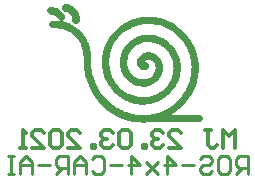
<source format=gbo>
G04*
G04 #@! TF.GenerationSoftware,Altium Limited,Altium Designer,20.2.4 (192)*
G04*
G04 Layer_Color=32896*
%FSLAX25Y25*%
%MOIN*%
G70*
G04*
G04 #@! TF.SameCoordinates,3D83C255-6E39-4F9F-9407-39FC17F4EAEB*
G04*
G04*
G04 #@! TF.FilePolarity,Positive*
G04*
G01*
G75*
%ADD47C,0.02244*%
%ADD48C,0.01000*%
%ADD49C,0.01181*%
D47*
X91635Y92837D02*
X92516Y92580D01*
X93408Y92370D01*
X94310Y92206D01*
X95219Y92089D01*
X96134Y92018D01*
X90339Y93306D02*
X91635Y92837D01*
X89286Y93773D02*
X90339Y93306D01*
X88339Y94264D02*
X89286Y93773D01*
X87447Y94793D02*
X88339Y94264D01*
X86543Y95402D02*
X87447Y94793D01*
X85592Y96130D02*
X86543Y95402D01*
X84511Y97084D02*
X85592Y96130D01*
X81407Y100905D02*
X81948Y100079D01*
X82531Y99283D01*
X83153Y98516D01*
X83814Y97783D01*
X84511Y97084D01*
X80111Y103380D02*
X80503Y102534D01*
X80936Y101709D01*
X81407Y100905D01*
X79458Y105108D02*
X79764Y104236D01*
X80111Y103380D01*
X78979Y106875D02*
X79197Y105986D01*
X79458Y105108D01*
X78562Y110080D02*
X78640Y109004D01*
X78779Y107935D01*
X78979Y106875D01*
X68828Y127073D02*
X68631Y127224D01*
X68894Y127019D02*
X68828Y127073D01*
X69481Y126407D02*
X69363Y126555D01*
X69582Y126434D02*
X69450Y126603D01*
X68962Y127089D02*
X68826Y127199D01*
X68711Y127286D01*
X72084Y128815D02*
X71919Y128870D01*
X72137Y128796D02*
X72084Y128815D01*
X73482Y127874D02*
X73259Y128078D01*
X74323Y126803D02*
X74298Y126850D01*
X74465Y126486D02*
X74323Y126803D01*
X74486Y126428D02*
X74465Y126486D01*
X74607Y126439D02*
X74587Y126495D01*
X74587Y126495D02*
X74503Y126701D01*
Y126701D02*
X74455Y126802D01*
X74424Y126860D01*
X74424Y126860D02*
X74398Y126909D01*
X73632Y127885D02*
X73376Y128123D01*
X72237Y128869D02*
X71998Y128955D01*
X85779Y95959D02*
X85927Y95843D01*
X87453Y94793D02*
X87914Y94515D01*
X92136Y92795D02*
X92647Y92652D01*
X90393Y93392D02*
X90729Y93259D01*
X87602Y94818D02*
X87964Y94602D01*
X85873Y96012D02*
X86027Y95892D01*
X70721Y123108D02*
X70538Y123154D01*
X70852Y123071D02*
X70721Y123108D01*
X73649Y121679D02*
X72907Y122141D01*
X76597Y118885D02*
X76502Y119017D01*
X76694Y118744D02*
X76597Y118885D01*
X76795Y118591D02*
X76694Y118744D01*
X76901Y118422D02*
X76795Y118591D01*
X77015Y118232D02*
X76901Y118422D01*
X77141Y118007D02*
X77015Y118232D01*
X77291Y117717D02*
X77141Y118007D01*
X77528Y117195D02*
X77291Y117717D01*
X78498Y112324D02*
X78449Y112971D01*
X78593Y112239D02*
X78554Y112793D01*
X77609Y117236D02*
X77375Y117753D01*
Y117753D02*
X77222Y118050D01*
Y118050D02*
X77094Y118278D01*
X77094D02*
X76977Y118473D01*
X76977D02*
X76870Y118645D01*
X76768Y118799D01*
Y118799D02*
X76670Y118942D01*
X76670D02*
X76574Y119075D01*
X73723Y121745D02*
X73245Y122051D01*
X70895Y123160D02*
X70620Y123235D01*
X99977Y124885D02*
X99563Y124908D01*
X102853Y124403D02*
X101905Y124626D01*
X100945Y124787D01*
X99977Y124885D01*
X104363Y123905D02*
X103614Y124174D01*
X102853Y124403D01*
X105292Y123506D02*
X104363Y123905D01*
X106059Y123119D02*
X105292Y123506D01*
X106759Y122717D02*
X106059Y123119D01*
X107417Y122292D02*
X106759Y122717D01*
X108070Y121821D02*
X107417Y122292D01*
X108736Y121287D02*
X108070Y121821D01*
X109442Y120650D02*
X108736Y121286D01*
X110242Y119828D02*
X109442Y120650D01*
X112783Y116097D02*
X112359Y116897D01*
X111891Y117673D01*
X111382Y118421D01*
X110831Y119140D01*
X110242Y119828D01*
X113599Y114143D02*
X113223Y115133D01*
X112783Y116097D01*
X114022Y112692D02*
X113827Y113422D01*
X113599Y114143D01*
X114308Y111197D02*
X114182Y111948D01*
X114022Y112692D01*
X114449Y108241D02*
X114464Y109229D01*
X114416Y110215D01*
X114308Y111197D01*
X113533Y103551D02*
X113826Y104464D01*
X114065Y105393D01*
X114249Y106334D01*
X114377Y107285D01*
X114449Y108241D01*
X113063Y102369D02*
X113533Y103551D01*
X112620Y101447D02*
X113063Y102369D01*
X112178Y100649D02*
X112620Y101447D01*
X111709Y99900D02*
X112178Y100649D01*
X111187Y99156D02*
X111709Y99900D01*
X110610Y98420D02*
X111187Y99156D01*
X109922Y97638D02*
X110610Y98420D01*
X109032Y96753D02*
X109922Y97638D01*
X104934Y93901D02*
X105815Y94378D01*
X106668Y94903D01*
X107490Y95475D01*
X108279Y96092D01*
X109032Y96753D01*
X102804Y92991D02*
X103884Y93412D01*
X104934Y93901D01*
X101221Y92516D02*
X102018Y92735D01*
X102804Y92991D01*
X99589Y92190D02*
X100408Y92333D01*
X101221Y92516D01*
X96134Y92018D02*
X97288Y91998D01*
X98442Y92055D01*
X99589Y92190D01*
X78626Y109883D02*
X78707Y108878D01*
X78843Y107878D01*
X79032Y106886D01*
X79032D02*
X79246Y106012D01*
X79501Y105150D01*
X79501D02*
X79800Y104293D01*
X80139Y103451D01*
Y103451D02*
X80595Y102471D01*
X81104Y101519D01*
X81666Y100596D01*
X82279Y99707D01*
X82941Y98853D01*
X82941Y98853D02*
X83736Y97943D01*
X84588Y97085D01*
Y97085D02*
X85668Y96137D01*
X85668Y96137D02*
X86619Y95413D01*
Y95413D02*
X87522Y94809D01*
Y94809D02*
X88437Y94271D01*
X88437Y94271D02*
X89383Y93785D01*
Y93785D02*
X90436Y93324D01*
X90436Y93324D02*
X91352Y92985D01*
X92286Y92697D01*
X93234Y92461D01*
X94194Y92278D01*
X95162Y92147D01*
X96137Y92071D01*
X97260Y92050D01*
X98383Y92103D01*
X99499Y92229D01*
X99499D02*
X100304Y92366D01*
X101102Y92541D01*
Y92541D02*
X101886Y92751D01*
X102658Y92996D01*
X102658D02*
X103545Y93328D01*
X104413Y93706D01*
X105259Y94129D01*
X106082Y94597D01*
X106879Y95108D01*
X107648Y95660D01*
X108386Y96251D01*
X109092Y96881D01*
X109971Y97771D01*
X110652Y98555D01*
X111221Y99293D01*
Y99293D02*
X111736Y100039D01*
X112211Y100813D01*
X112656Y101637D01*
Y101637D02*
X113099Y102586D01*
X113099Y102586D02*
X113444Y103462D01*
X113738Y104356D01*
X113980Y105265D01*
X114169Y106187D01*
X114304Y107118D01*
X114304D02*
X114394Y108241D01*
X114394Y108241D02*
X114408Y109292D01*
X114351Y110341D01*
X114257Y111160D01*
X114121Y111974D01*
X114121D02*
X113785Y113370D01*
X113785D02*
X113491Y114283D01*
X113144Y115176D01*
X112746Y116047D01*
X112297Y116894D01*
X111799Y117713D01*
X111254Y118501D01*
X110664Y119256D01*
X110664Y119256D02*
X109768Y120249D01*
Y120249D02*
X109030Y120955D01*
Y120955D02*
X108363Y121521D01*
X108363D02*
X107705Y122022D01*
X107062Y122461D01*
X106396Y122867D01*
X106396D02*
X105665Y123262D01*
Y123262D02*
X104821Y123657D01*
X103779Y124060D01*
X102709Y124383D01*
X101617Y124625D01*
X100511Y124783D01*
Y124783D02*
X99560Y124852D01*
Y124852D02*
X98847Y124863D01*
X97903Y124822D01*
X96964Y124719D01*
Y124719D02*
X95659Y124471D01*
X95659D02*
X94369Y124100D01*
X93399Y123734D01*
X92458Y123301D01*
X91549Y122803D01*
X90677Y122242D01*
X90677D02*
X89993Y121739D01*
X89340Y121198D01*
X88588Y120488D01*
X88588D02*
X88018Y119876D01*
X88018D02*
X87539Y119302D01*
X87539D02*
X87117Y118739D01*
X87117Y118739D02*
X86734Y118173D01*
X86379Y117589D01*
Y117589D02*
X86033Y116947D01*
X86033D02*
X85694Y116224D01*
X85694Y116224D02*
X85314Y115245D01*
X85012Y114238D01*
X84791Y113211D01*
X84651Y112169D01*
X84651Y112169D02*
X84599Y111354D01*
X84599Y111354D02*
X84615Y110164D01*
X84615D02*
X84764Y108833D01*
X84764Y108833D02*
X85002Y107710D01*
X85268Y106812D01*
X85597Y105935D01*
X85988Y105083D01*
X86437Y104261D01*
X86943Y103472D01*
X87504Y102721D01*
X87504D02*
X88163Y101962D01*
X88705Y101418D01*
X88705Y101418D02*
X89202Y100970D01*
X89675Y100585D01*
X90151Y100235D01*
X90626Y99918D01*
X90626D02*
X91133Y99612D01*
X91673Y99322D01*
X91673Y99322D02*
X92283Y99035D01*
Y99035D02*
X93201Y98677D01*
X94147Y98397D01*
X95112Y98196D01*
X96090Y98076D01*
Y98076D02*
X96758Y98041D01*
X98113Y98089D01*
X99122Y98231D01*
Y98231D02*
X100074Y98451D01*
Y98451D02*
X101092Y98783D01*
X102076Y99206D01*
X103017Y99717D01*
X103907Y100311D01*
X104668Y100922D01*
X104668D02*
X105179Y101395D01*
X105179Y101395D02*
X105589Y101820D01*
Y101820D02*
X105943Y102226D01*
X106256Y102621D01*
Y102621D02*
X106541Y103015D01*
X106541D02*
X106809Y103421D01*
X107059Y103840D01*
Y103840D02*
X107298Y104286D01*
Y104286D02*
X107537Y104791D01*
Y104791D02*
X107787Y105410D01*
X107787D02*
X108092Y106386D01*
X108300Y107388D01*
X108300D02*
X108403Y108328D01*
X108424Y108864D01*
X108424D02*
X108393Y109789D01*
X108393D02*
X108292Y110606D01*
X108292D02*
X108130Y111393D01*
X108130D02*
X107841Y112349D01*
X107460Y113272D01*
X106991Y114154D01*
X106439Y114986D01*
X106439D02*
X105978Y115566D01*
Y115566D02*
X105603Y115980D01*
Y115980D02*
X105261Y116321D01*
Y116321D02*
X104937Y116614D01*
Y116614D02*
X104624Y116874D01*
X104313Y117112D01*
X104313Y117112D02*
X104004Y117328D01*
Y117328D02*
X103688Y117532D01*
X103349Y117731D01*
X103349D02*
X102989Y117922D01*
Y117922D02*
X102592Y118110D01*
Y118110D02*
X102114Y118306D01*
X101059Y118631D01*
X99973Y118824D01*
X99973Y118824D02*
X99356Y118873D01*
Y118873D02*
X98939Y118882D01*
X98500Y118869D01*
X97882Y118813D01*
X97299Y118717D01*
Y118717D02*
X96688Y118571D01*
X95829Y118283D01*
X95005Y117908D01*
X94223Y117449D01*
X93650Y117037D01*
X93275Y116726D01*
X92974Y116448D01*
X92974D02*
X92722Y116194D01*
X92722Y116194D02*
X92499Y115948D01*
Y115948D02*
X92301Y115714D01*
X92120Y115483D01*
X92120D02*
X91948Y115245D01*
X91948D02*
X91784Y115002D01*
X91784D02*
X91630Y114752D01*
X91485Y114497D01*
X91343Y114224D01*
X91343D02*
X91202Y113923D01*
X91056Y113566D01*
X90745Y112533D01*
X90587Y111465D01*
X90587D02*
X90568Y111048D01*
X90568D02*
X90569Y110734D01*
Y110734D02*
X90588Y110344D01*
Y110344D02*
X90630Y109956D01*
X90630D02*
X90696Y109563D01*
X90696D02*
X90793Y109134D01*
X90793Y109134D02*
X91199Y107986D01*
X91792Y106923D01*
Y106923D02*
X92064Y106546D01*
X92064D02*
X92284Y106277D01*
X92480Y106057D01*
Y106057D02*
X92662Y105868D01*
X92662D02*
X92836Y105701D01*
X93007Y105547D01*
Y105547D02*
X93176Y105406D01*
X93176D02*
X93340Y105277D01*
X93340D02*
X93509Y105152D01*
X93509D02*
X93681Y105034D01*
X93857Y104921D01*
X94037Y104814D01*
Y104814D02*
X94220Y104713D01*
X94416Y104613D01*
X94416Y104613D02*
X94635Y104512D01*
X94878Y104411D01*
X94878D02*
X95175Y104305D01*
X95175Y104305D02*
X96504Y104028D01*
X96899Y104005D01*
X97154Y104004D01*
X97379Y104012D01*
X97447Y104016D02*
X97657Y104035D01*
X97866Y104061D01*
Y104061D02*
X98090Y104098D01*
X98329Y104149D01*
Y104149D02*
X98597Y104218D01*
X98597Y104218D02*
X99413Y104522D01*
X100174Y104946D01*
X100174D02*
X100432Y105127D01*
X100621Y105275D01*
X100779Y105408D01*
X100913Y105530D01*
X100913Y105530D02*
X101031Y105644D01*
X101140Y105756D01*
X101140D02*
X101240Y105865D01*
X101332Y105970D01*
X101332D02*
X101421Y106077D01*
X101421D02*
X101502Y106180D01*
X101579Y106285D01*
Y106285D02*
X101655Y106392D01*
X101655D02*
X101727Y106501D01*
X101797Y106611D01*
X101863Y106724D01*
X101863D02*
X101927Y106838D01*
X101927D02*
X101991Y106961D01*
X102051Y107086D01*
X102051Y107086D02*
X102111Y107220D01*
X102111D02*
X102173Y107372D01*
Y107372D02*
X102235Y107542D01*
X102235Y107542D02*
X102300Y107745D01*
X102472Y108740D01*
X102479Y109014D01*
Y109014D02*
X102475Y109196D01*
X102466Y109344D01*
X102466D02*
X102454Y109485D01*
X102454Y109485D02*
X102446Y109554D01*
Y109554D02*
X102435Y109635D01*
X102422Y109718D01*
X102422D02*
X102406Y109805D01*
X102388Y109897D01*
X102388Y109897D02*
X102366Y109991D01*
X102366D02*
X102340Y110094D01*
X102340D02*
X102308Y110205D01*
X102308D02*
X102269Y110329D01*
Y110329D02*
X102216Y110478D01*
X101824Y111262D01*
X101704Y111440D01*
Y111440D02*
X101613Y111564D01*
Y111564D02*
X101534Y111663D01*
Y111663D02*
X101462Y111749D01*
Y111749D02*
X101397Y111823D01*
X101333Y111891D01*
X101333Y111891D02*
X101273Y111953D01*
X101215Y112010D01*
X101159Y112064D01*
X101159Y112064D02*
X101101Y112116D01*
X101081Y112134D02*
X101027Y112180D01*
X101027D02*
X100972Y112226D01*
X100919Y112269D01*
X100864Y112310D01*
X100812Y112349D01*
X100812D02*
X100759Y112387D01*
X100705Y112424D01*
X100651Y112460D01*
X100596Y112494D01*
X100596D02*
X100541Y112528D01*
Y112528D02*
X100485Y112561D01*
X100428Y112592D01*
X100368Y112624D01*
X100368D02*
X100308Y112655D01*
X100244Y112685D01*
X100180Y112715D01*
Y112715D02*
X100112Y112743D01*
Y112743D02*
X100041Y112772D01*
Y112772D02*
X99964Y112801D01*
Y112801D02*
X99880Y112829D01*
X99790Y112857D01*
X99790D02*
X99685Y112886D01*
Y112886D02*
X99555Y112916D01*
Y112916D02*
X99012Y112977D01*
Y112977D02*
X98822Y112976D01*
X98822D02*
X98701Y112968D01*
Y112968D02*
X98604Y112959D01*
X98604D02*
X98523Y112948D01*
X98450Y112937D01*
X98450Y112937D02*
X98384Y112926D01*
X98320Y112913D01*
X97754Y112718D02*
X97711Y112697D01*
X97711D02*
X97661Y112671D01*
X97598Y112637D01*
X97314Y112454D01*
Y112454D02*
X97224Y112386D01*
X97167Y112339D01*
X97121Y112300D01*
X97121D02*
X97082Y112265D01*
X96405Y111175D02*
X96399Y111146D01*
X96399Y111146D02*
X96393Y111116D01*
X96387Y111084D01*
Y111084D02*
X96381Y111049D01*
Y111049D02*
X96376Y111013D01*
X96372Y110971D01*
Y110971D02*
X96368Y110924D01*
X96368Y110924D02*
X96365Y110862D01*
Y110862D02*
X96370Y110695D01*
Y110695D02*
X96386Y110572D01*
Y110572D02*
X96397Y110514D01*
X96397D02*
X96408Y110469D01*
X96408D02*
X96417Y110431D01*
Y110431D02*
X96427Y110397D01*
X96436Y110367D01*
X96436D02*
X96445Y110339D01*
X96870Y109765D02*
X96976Y109696D01*
X96976D02*
X97003Y109680D01*
X97746Y109553D02*
X97751Y109556D01*
X97763Y109562D02*
X97768Y109565D01*
X97775Y109569D01*
Y109569D02*
X97782Y109574D01*
X97791Y109580D01*
X97831Y109612D01*
X97831D02*
X97843Y109623D01*
X97850Y109631D01*
X97850D02*
X97856Y109637D01*
X97861Y109643D01*
X97865Y109648D01*
X97895Y109600D02*
X97900Y109606D01*
X97889Y109594D02*
X97895Y109600D01*
X97882Y109587D02*
X97889Y109594D01*
X97875Y109580D02*
X97882Y109587D01*
X97866Y109572D02*
X97875Y109580D01*
X97855Y109561D02*
X97866Y109572D01*
X97816Y109532D02*
X97855Y109561D01*
X97791Y109517D02*
X97816Y109532D01*
X97777Y109509D02*
X97791Y109517D01*
X97762Y109502D02*
X97771Y109506D01*
X97754Y109499D02*
X97762Y109502D01*
X97746Y109495D02*
X97754Y109499D01*
X96896Y109682D02*
X96997Y109621D01*
X96862Y109704D02*
X96896Y109682D01*
X96401Y110302D02*
X96412Y110273D01*
X96390Y110333D02*
X96401Y110302D01*
X96380Y110366D02*
X96390Y110333D01*
X96369Y110403D02*
X96380Y110366D01*
X96358Y110446D02*
X96369Y110403D01*
X96346Y110498D02*
X96358Y110446D01*
X96311Y110815D02*
X96346Y110498D01*
X96313Y110891D02*
X96311Y110815D01*
X96316Y110946D02*
X96312Y110891D01*
X96320Y110993D02*
X96316Y110946D01*
X96325Y111034D02*
X96320Y110993D01*
X96330Y111071D02*
X96325Y111034D01*
X96336Y111107D02*
X96330Y111071D01*
X96342Y111140D02*
X96336Y111107D01*
X96349Y111172D02*
X96342Y111140D01*
X96356Y111201D02*
X96349Y111172D01*
X97051Y112312D02*
X97013Y112277D01*
X97094Y112350D02*
X97051Y112312D01*
X97146Y112394D02*
X97094Y112350D01*
X97548Y112672D02*
X97146Y112394D01*
X97622Y112713D02*
X97548Y112672D01*
X97679Y112743D02*
X97622Y112713D01*
X97728Y112767D02*
X97679Y112743D01*
X97773Y112788D02*
X97728Y112767D01*
X98423Y112988D02*
X98352Y112975D01*
X98500Y113000D02*
X98423Y112988D01*
X98586Y113012D02*
X98500Y113000D01*
X98688Y113022D02*
X98586Y113012D01*
X98817Y113030D02*
X98688Y113022D01*
X99278Y113014D02*
X98817Y113030D01*
X99521Y112978D02*
X99278Y113014D01*
X99660Y112948D02*
X99521Y112978D01*
X99771Y112919D02*
X99660Y112948D01*
X99866Y112891D02*
X99771Y112919D01*
X99951Y112863D02*
X99866Y112891D01*
X100030Y112834D02*
X99951Y112863D01*
X100105Y112805D02*
X100030Y112834D01*
X100177Y112775D02*
X100105Y112805D01*
X100246Y112745D02*
X100177Y112775D01*
X100311Y112714D02*
X100246Y112745D01*
X100375Y112682D02*
X100311Y112714D01*
X100436Y112650D02*
X100375Y112682D01*
X100496Y112617D02*
X100436Y112650D01*
X100556Y112582D02*
X100496Y112617D01*
X100615Y112547D02*
X100556Y112582D01*
X100673Y112510D02*
X100615Y112547D01*
X100731Y112472D02*
X100673Y112510D01*
X100788Y112433D02*
X100731Y112472D01*
X100845Y112393D02*
X100788Y112433D01*
X100903Y112350D02*
X100845Y112393D01*
X100960Y112306D02*
X100903Y112350D01*
X101019Y112259D02*
X100960Y112306D01*
X101077Y112210D02*
X101019Y112259D01*
X101138Y112156D02*
X101077Y112210D01*
X101225Y112076D02*
X101165Y112132D01*
X101286Y112018D02*
X101225Y112076D01*
X101350Y111953D02*
X101286Y112018D01*
X101417Y111882D02*
X101350Y111953D01*
X101486Y111805D02*
X101417Y111882D01*
X101561Y111717D02*
X101486Y111805D01*
X101644Y111614D02*
X101561Y111717D01*
X101739Y111487D02*
X101644Y111614D01*
X102188Y110694D02*
X101739Y111487D01*
X102274Y110480D02*
X102188Y110694D01*
X102329Y110324D02*
X102274Y110480D01*
X102370Y110191D02*
X102329Y110324D01*
X102402Y110073D02*
X102370Y110191D01*
X102429Y109966D02*
X102402Y110073D01*
X102451Y109863D02*
X102429Y109966D01*
X102469Y109767D02*
X102451Y109863D01*
X102485Y109673D02*
X102469Y109767D01*
X102497Y109582D02*
X102485Y109673D01*
X102508Y109491D02*
X102497Y109582D01*
X102524Y109304D02*
X102514Y109438D01*
X102532Y109146D02*
X102524Y109304D01*
X102534Y108945D02*
X102532Y109146D01*
X102453Y108147D02*
X102534Y108945D01*
X102369Y107788D02*
X102453Y108147D01*
X102301Y107565D02*
X102369Y107788D01*
X102237Y107385D02*
X102301Y107565D01*
X102176Y107231D02*
X102237Y107385D01*
X102112Y107088D02*
X102176Y107231D01*
X102048Y106953D02*
X102112Y107088D01*
X101984Y106829D02*
X102048Y106953D01*
X101920Y106713D02*
X101984Y106829D01*
X101854Y106599D02*
X101920Y106713D01*
X101784Y106487D02*
X101854Y106599D01*
X101711Y106377D02*
X101784Y106487D01*
X101635Y106269D02*
X101711Y106377D01*
X101557Y106162D02*
X101635Y106269D01*
X101476Y106058D02*
X101557Y106162D01*
X101386Y105949D02*
X101476Y106058D01*
X101294Y105843D02*
X101386Y105949D01*
X101193Y105732D02*
X101294Y105843D01*
X101084Y105619D02*
X101193Y105732D01*
X100964Y105503D02*
X101084Y105619D01*
X100829Y105380D02*
X100964Y105503D01*
X100677Y105250D02*
X100829Y105380D01*
X100493Y105105D02*
X100677Y105250D01*
X100248Y104930D02*
X100493Y105105D01*
X99466Y104487D02*
X100248Y104930D01*
X98879Y104250D02*
X99466Y104487D01*
X98555Y104151D02*
X98879Y104250D01*
X98292Y104085D02*
X98555Y104151D01*
X98051Y104036D02*
X98292Y104085D01*
X97824Y104000D02*
X98051Y104036D01*
X97604Y103975D02*
X97824Y104000D01*
X97382Y103958D02*
X97604Y103975D01*
X97212Y103952D02*
X97382Y103958D01*
X96965Y103950D02*
X97212Y103952D01*
X95446Y104166D02*
X96198Y104009D01*
X96965Y103950D01*
X95069Y104284D02*
X95446Y104166D01*
X94790Y104388D02*
X95069Y104284D01*
X94556Y104488D02*
X94790Y104388D01*
X94346Y104587D02*
X94556Y104488D01*
X94150Y104690D02*
X94346Y104587D01*
X93966Y104793D02*
X94150Y104690D01*
X93785Y104902D02*
X93966Y104793D01*
X93609Y105018D02*
X93785Y104902D01*
X93436Y105138D02*
X93609Y105018D01*
X93267Y105265D02*
X93436Y105138D01*
X93102Y105396D02*
X93267Y105265D01*
X92933Y105540D02*
X93102Y105396D01*
X92761Y105697D02*
X92933Y105540D01*
X92587Y105867D02*
X92761Y105697D01*
X92405Y106058D02*
X92588Y105867D01*
X92202Y106290D02*
X92405Y106058D01*
X91977Y106572D02*
X92202Y106290D01*
X90936Y108492D02*
X91384Y107493D01*
X91977Y106572D01*
X90760Y109047D02*
X90936Y108492D01*
X90655Y109489D02*
X90760Y109047D01*
X90584Y109896D02*
X90655Y109489D01*
X90538Y110296D02*
X90584Y109896D01*
X90514Y110734D02*
X90538Y110296D01*
X90512Y110913D02*
X90514Y110734D01*
X90521Y111268D02*
X90512Y110913D01*
X90741Y112754D02*
X90594Y112016D01*
X90521Y111268D01*
X90929Y113379D02*
X90741Y112754D01*
X91081Y113779D02*
X90929Y113379D01*
X91227Y114110D02*
X91081Y113779D01*
X91369Y114399D02*
X91227Y114110D01*
X91517Y114670D02*
X91369Y114399D01*
X91669Y114924D02*
X91517Y114670D01*
X91829Y115171D02*
X91669Y114924D01*
X91999Y115413D02*
X91829Y115171D01*
X92177Y115649D02*
X91999Y115413D01*
X92372Y115888D02*
X92177Y115649D01*
X92585Y116129D02*
X92372Y115888D01*
X92825Y116380D02*
X92585Y116129D01*
X93103Y116647D02*
X92825Y116380D01*
X93444Y116943D02*
X93103Y116647D01*
X96284Y118507D02*
X95275Y118105D01*
X94323Y117581D01*
X93444Y116943D01*
X96978Y118704D02*
X96284Y118507D01*
X97586Y118826D02*
X96978Y118704D01*
X98204Y118904D02*
X97586Y118826D01*
X98938Y118938D02*
X98204Y118904D01*
X99278Y118932D02*
X98938Y118938D01*
X101609Y118538D02*
X100457Y118812D01*
X99278Y118932D01*
X102232Y118320D02*
X101609Y118538D01*
X102696Y118124D02*
X102232Y118320D01*
X103094Y117931D02*
X102696Y118124D01*
X103454Y117736D02*
X103094Y117931D01*
X103792Y117532D02*
X103454Y117736D01*
X104109Y117324D02*
X103792Y117532D01*
X104417Y117104D02*
X104109Y117324D01*
X104728Y116862D02*
X104417Y117104D01*
X105040Y116598D02*
X104728Y116862D01*
X105363Y116300D02*
X105040Y116598D01*
X105715Y115943D02*
X105363Y116300D01*
X106107Y115500D02*
X105715Y115943D01*
X107829Y112542D02*
X107366Y113590D01*
X106790Y114580D01*
X106107Y115500D01*
X108136Y111588D02*
X107829Y112542D01*
X108317Y110786D02*
X108136Y111588D01*
X108432Y109967D02*
X108317Y110786D01*
X108479Y108865D02*
X108432Y109967D01*
X108467Y108493D02*
X108479Y108865D01*
X108045Y106016D02*
X108253Y106829D01*
X108394Y107657D01*
X108467Y108493D01*
X107763Y105195D02*
X108045Y106016D01*
X107523Y104628D02*
X107763Y105195D01*
X107283Y104139D02*
X107523Y104628D01*
X107037Y103694D02*
X107283Y104139D01*
X106781Y103277D02*
X107037Y103694D01*
X106517Y102886D02*
X106781Y103277D01*
X106226Y102493D02*
X106517Y102886D01*
X105907Y102100D02*
X106226Y102493D01*
X105547Y101696D02*
X105907Y102100D01*
X105118Y101261D02*
X105547Y101696D01*
X104573Y100769D02*
X105118Y101261D01*
X101513Y98893D02*
X102329Y99273D01*
X103114Y99714D01*
X103864Y100214D01*
X104573Y100769D01*
X100277Y98454D02*
X101513Y98893D01*
X99291Y98210D02*
X100277Y98454D01*
X98280Y98053D02*
X99291Y98210D01*
X96758Y97988D02*
X97520Y97995D01*
X98280Y98053D01*
X96484Y97998D02*
X96758Y97988D01*
X93462Y98536D02*
X94452Y98270D01*
X95462Y98090D01*
X96484Y97998D01*
X92556Y98862D02*
X93462Y98536D01*
X91899Y99152D02*
X92556Y98862D01*
X91333Y99441D02*
X91899Y99152D01*
X90817Y99737D02*
X91333Y99441D01*
X90333Y100046D02*
X90817Y99737D01*
X89864Y100376D02*
X90333Y100046D01*
X89395Y100740D02*
X89864Y100376D01*
X88900Y101165D02*
X89395Y100740D01*
X88371Y101670D02*
X88900Y101165D01*
X87779Y102308D02*
X88371Y101670D01*
X85708Y105544D02*
X86137Y104681D01*
X86626Y103851D01*
X87175Y103059D01*
X87779Y102308D01*
X85136Y107040D02*
X85400Y106283D01*
X85708Y105544D01*
X84832Y108189D02*
X85136Y107040D01*
X84632Y109368D02*
X84832Y108189D01*
X84544Y111358D02*
X84549Y110361D01*
X84632Y109368D01*
X85271Y115288D02*
X84982Y114340D01*
X84764Y113373D01*
X84618Y112393D01*
X84546Y111405D01*
X85635Y116226D02*
X85271Y115288D01*
X85974Y116953D02*
X85635Y116226D01*
X86309Y117578D02*
X85974Y116953D01*
X86664Y118166D02*
X86309Y117578D01*
X87046Y118735D02*
X86664Y118166D01*
X87468Y119302D02*
X87046Y118735D01*
X87947Y119880D02*
X87468Y119302D01*
X88517Y120496D02*
X87947Y119880D01*
X89254Y121196D02*
X88517Y120496D01*
X92738Y123500D02*
X91808Y123018D01*
X90914Y122471D01*
X90061Y121863D01*
X89254Y121196D01*
X94458Y124189D02*
X93587Y123871D01*
X92738Y123500D01*
X95756Y124551D02*
X94458Y124189D01*
X97091Y124793D02*
X95756Y124551D01*
X99563Y124908D02*
X98324Y124904D01*
X97091Y124793D01*
X66165Y128041D02*
X66179Y128135D01*
X69844Y125826D02*
X69931Y125871D01*
X66165Y128041D02*
X66167Y128041D01*
X66169Y128040D01*
X66170Y128040D01*
X66172Y128040D01*
X66174Y128040D01*
X66176Y128039D01*
X66177Y128039D01*
X66179Y128039D01*
X66181Y128039D01*
X66183Y128039D01*
X66185Y128038D01*
X66186Y128038D01*
X66188Y128038D01*
X66190Y128038D01*
X66192Y128037D01*
X66193Y128037D01*
X66195Y128037D01*
X66197Y128037D01*
X66199Y128036D01*
X66201Y128036D01*
X66202Y128036D01*
X66204Y128036D01*
X66206Y128035D01*
X66208Y128035D01*
X66209Y128035D01*
X66211Y128035D01*
X66213Y128034D01*
X66215Y128034D01*
X66216Y128034D01*
X66218Y128034D01*
X66220Y128033D01*
X66222Y128033D01*
X66224Y128033D01*
X66225Y128033D01*
X66227Y128033D01*
X66229Y128032D01*
X66231Y128032D01*
X66232Y128032D01*
X66234Y128032D01*
X66236Y128031D01*
X66238Y128031D01*
X66239Y128031D01*
X66241Y128031D01*
X66243Y128030D01*
X66245Y128030D01*
X66246Y128030D01*
X66248Y128030D01*
X66250Y128029D01*
X66252Y128029D01*
X66254Y128029D01*
X66255Y128029D01*
X66257Y128029D01*
X66259Y128028D01*
X66261Y128028D01*
X66262Y128028D01*
X66264Y128027D01*
X66266Y128027D01*
X66268Y128027D01*
X66269Y128027D01*
X66271Y128026D01*
X66273Y128026D01*
X66275Y128026D01*
X66277Y128026D01*
X66278Y128026D01*
X66280Y128025D01*
X66282Y128025D01*
X66284Y128025D01*
X66285Y128025D01*
X66287Y128024D01*
X66289Y128024D01*
X66291Y128024D01*
X66292Y128024D01*
X66294Y128023D01*
X66296Y128023D01*
X66298Y128023D01*
X66299Y128023D01*
X66301Y128023D01*
X66303Y128022D01*
X66305Y128022D01*
X66307Y128022D01*
X66308Y128022D01*
X66310Y128021D01*
X66312Y128021D01*
X66314Y128021D01*
X66315Y128021D01*
X66317Y128020D01*
X66319Y128020D01*
X66321Y128020D01*
X66322Y128020D01*
X66324Y128019D01*
X66326Y128019D01*
X66328Y128019D01*
X66329Y128019D01*
X66331Y128018D01*
X66333Y128018D01*
X66335Y128018D01*
X66338Y128017D01*
X66342Y128017D01*
X66345Y128016D01*
X66349Y128016D01*
X66352Y128015D01*
X66356Y128015D01*
X66360Y128015D01*
X66363Y128014D01*
X66366Y128014D01*
X66370Y128013D01*
X66374Y128013D01*
X66377Y128012D01*
X66381Y128012D01*
X66384Y128011D01*
X66388Y128011D01*
X66391Y128010D01*
X66395Y128010D01*
X66398Y128009D01*
X66402Y128009D01*
X66405Y128008D01*
X66409Y128008D01*
X66412Y128007D01*
X66416Y128007D01*
X66419Y128006D01*
X66423Y128006D01*
X66426Y128005D01*
X66430Y128005D01*
X66434Y128004D01*
X66437Y128004D01*
X66440Y128003D01*
X66444Y128003D01*
X66448Y128002D01*
X66451Y128002D01*
X66455Y128001D01*
X66458Y128001D01*
X66462Y128000D01*
X66465Y128000D01*
X66469Y127999D01*
X66472Y127999D01*
X66476Y127998D01*
X66479Y127998D01*
X66483Y127997D01*
X66486Y127997D01*
X66490Y127996D01*
X66493Y127996D01*
X66497Y127995D01*
X66500Y127995D01*
X66504Y127994D01*
X66507Y127994D01*
X66511Y127993D01*
X66514Y127993D01*
X66518Y127992D01*
X66523Y127991D01*
X66528Y127991D01*
X66534Y127990D01*
X66539Y127989D01*
X66544Y127988D01*
X66549Y127988D01*
X66555Y127987D01*
X66560Y127986D01*
X66565Y127985D01*
X66571Y127984D01*
X66576Y127984D01*
X66581Y127983D01*
X66586Y127982D01*
X66592Y127981D01*
X66597Y127981D01*
X66602Y127980D01*
X66607Y127979D01*
X66613Y127978D01*
X66618Y127977D01*
X66623Y127977D01*
X66628Y127976D01*
X66634Y127975D01*
X66639Y127974D01*
X66644Y127973D01*
X66649Y127973D01*
X66655Y127972D01*
X66660Y127971D01*
X66665Y127970D01*
X66670Y127969D01*
X66676Y127969D01*
X66681Y127968D01*
X66686Y127967D01*
X66691Y127966D01*
X66697Y127965D01*
X66702Y127964D01*
X66709Y127963D01*
X66716Y127962D01*
X66723Y127961D01*
X66730Y127960D01*
X66737Y127959D01*
X66744Y127958D01*
X66751Y127956D01*
X66758Y127955D01*
X66765Y127954D01*
X66772Y127953D01*
X66778Y127952D01*
X66786Y127951D01*
X66792Y127950D01*
X66799Y127948D01*
X66806Y127947D01*
X66813Y127946D01*
X66820Y127945D01*
X66827Y127944D01*
X66834Y127943D01*
X66841Y127941D01*
X66848Y127940D01*
X66855Y127939D01*
X66862Y127938D01*
X66869Y127936D01*
X66876Y127935D01*
X66883Y127934D01*
X66890Y127933D01*
X66896Y127931D01*
X66905Y127930D01*
X66914Y127928D01*
X66922Y127927D01*
X66931Y127925D01*
X66940Y127924D01*
X66948Y127922D01*
X66957Y127920D01*
X66966Y127919D01*
X66974Y127917D01*
X66983Y127915D01*
X66991Y127914D01*
X67000Y127912D01*
X67009Y127910D01*
X67017Y127909D01*
X67026Y127907D01*
X67034Y127905D01*
X67043Y127903D01*
X67052Y127902D01*
X67060Y127900D01*
X67069Y127898D01*
X67077Y127896D01*
X67086Y127895D01*
X67094Y127893D01*
X67103Y127891D01*
X67113Y127889D01*
X67123Y127887D01*
X67134Y127885D01*
X67144Y127882D01*
X67154Y127880D01*
X67164Y127878D01*
X67174Y127876D01*
X67185Y127873D01*
X67195Y127871D01*
X67205Y127869D01*
X67215Y127866D01*
X67225Y127864D01*
X67235Y127861D01*
X67246Y127859D01*
X67256Y127857D01*
X67266Y127854D01*
X67276Y127852D01*
X67286Y127849D01*
X67296Y127847D01*
X67308Y127844D01*
X67320Y127841D01*
X67332Y127838D01*
X67343Y127835D01*
X67355Y127832D01*
X67367Y127829D01*
X67378Y127825D01*
X67390Y127822D01*
X67402Y127819D01*
X67414Y127816D01*
X67425Y127813D01*
X67437Y127809D01*
X67449Y127806D01*
X67460Y127803D01*
X67472Y127799D01*
X67485Y127796D01*
X67498Y127792D01*
X67511Y127788D01*
X67525Y127784D01*
X67538Y127780D01*
X67551Y127776D01*
X67564Y127771D01*
X67577Y127767D01*
X67590Y127763D01*
X67604Y127759D01*
X67617Y127754D01*
X67631Y127749D01*
X67646Y127744D01*
X67661Y127739D01*
X67675Y127734D01*
X67690Y127729D01*
X67704Y127724D01*
X67719Y127718D01*
X67734Y127713D01*
X67750Y127707D01*
X67766Y127701D01*
X67782Y127695D01*
X67798Y127689D01*
X67814Y127682D01*
X67831Y127675D01*
X67849Y127668D01*
X67868Y127660D01*
X67884Y127653D01*
X67901Y127646D01*
X67918Y127638D01*
X67936Y127630D01*
X67953Y127623D01*
X67970Y127615D01*
X67988Y127607D01*
X68006Y127598D01*
X68025Y127589D01*
X68044Y127580D01*
X68062Y127571D01*
X68081Y127561D01*
X68099Y127552D01*
X68119Y127542D01*
X68139Y127531D01*
X68159Y127521D01*
X68178Y127510D01*
X68199Y127499D01*
X68221Y127487D01*
X68242Y127475D01*
X68264Y127462D01*
X68286Y127449D01*
X68310Y127435D01*
X68333Y127421D01*
X68358Y127406D01*
X68384Y127390D01*
X68412Y127373D01*
X68440Y127354D01*
X68470Y127335D01*
X68503Y127313D01*
X68539Y127289D01*
X68580Y127260D01*
X68631Y127224D01*
X68894Y127019D02*
X68933Y126985D01*
X68963Y126959D01*
X68989Y126937D01*
X69010Y126918D01*
X69029Y126900D01*
X69047Y126884D01*
X69063Y126869D01*
X69078Y126855D01*
X69092Y126842D01*
X69104Y126830D01*
X69117Y126818D01*
X69128Y126806D01*
X69140Y126795D01*
X69150Y126785D01*
X69160Y126776D01*
X69170Y126766D01*
X69178Y126757D01*
X69187Y126748D01*
X69197Y126738D01*
X69209Y126725D01*
X69222Y126712D01*
X69235Y126698D01*
X69247Y126685D01*
X69261Y126670D01*
X69275Y126655D01*
X69290Y126638D01*
X69306Y126621D01*
X69323Y126602D01*
X69341Y126581D01*
X69363Y126555D01*
X69481Y126407D02*
X69502Y126377D01*
X69517Y126356D01*
X69530Y126339D01*
X69540Y126325D01*
X69550Y126311D01*
X69558Y126299D01*
X69565Y126288D01*
X69572Y126278D01*
X69579Y126269D01*
X69585Y126260D01*
X69590Y126252D01*
X69595Y126243D01*
X69601Y126235D01*
X69606Y126228D01*
X69610Y126221D01*
X69615Y126214D01*
X69619Y126208D01*
X69623Y126201D01*
X69627Y126195D01*
X69631Y126189D01*
X69634Y126184D01*
X69638Y126178D01*
X69641Y126173D01*
X69645Y126168D01*
X69648Y126162D01*
X69651Y126157D01*
X69655Y126152D01*
X69657Y126147D01*
X69660Y126143D01*
X69663Y126138D01*
X69666Y126134D01*
X69668Y126129D01*
X69671Y126125D01*
X69674Y126120D01*
X69677Y126116D01*
X69679Y126112D01*
X69681Y126108D01*
X69683Y126104D01*
X69686Y126101D01*
X69688Y126098D01*
X69690Y126094D01*
X69692Y126090D01*
X69694Y126087D01*
X69696Y126083D01*
X69699Y126080D01*
X69701Y126076D01*
X69703Y126073D01*
X69705Y126069D01*
X69707Y126066D01*
X69709Y126062D01*
X69711Y126059D01*
X69713Y126056D01*
X69714Y126053D01*
X69716Y126051D01*
X69717Y126048D01*
X69719Y126045D01*
X69721Y126043D01*
X69722Y126040D01*
X69724Y126037D01*
X69725Y126035D01*
X69727Y126032D01*
X69728Y126029D01*
X69730Y126027D01*
X69731Y126024D01*
X69733Y126022D01*
X69735Y126019D01*
X69736Y126016D01*
X69737Y126014D01*
X69739Y126011D01*
X69741Y126008D01*
X69742Y126006D01*
X69744Y126003D01*
X69745Y126000D01*
X69747Y125998D01*
X69748Y125995D01*
X69750Y125993D01*
X69751Y125991D01*
X69752Y125989D01*
X69753Y125987D01*
X69754Y125985D01*
X69755Y125984D01*
X69756Y125982D01*
X69757Y125980D01*
X69758Y125978D01*
X69759Y125977D01*
X69760Y125975D01*
X69761Y125973D01*
X69762Y125971D01*
X69763Y125970D01*
X69764Y125968D01*
X69765Y125966D01*
X69766Y125964D01*
X69767Y125962D01*
X69768Y125961D01*
X69769Y125959D01*
X69770Y125957D01*
X69771Y125955D01*
X69772Y125954D01*
X69773Y125952D01*
X69774Y125950D01*
X69775Y125948D01*
X69776Y125947D01*
X69777Y125945D01*
X69778Y125943D01*
X69779Y125941D01*
X69780Y125940D01*
X69781Y125938D01*
X69782Y125936D01*
X69783Y125934D01*
X69784Y125933D01*
X69785Y125931D01*
X69786Y125929D01*
X69787Y125927D01*
X69788Y125926D01*
X69789Y125924D01*
X69790Y125922D01*
X69791Y125920D01*
X69792Y125918D01*
X69793Y125917D01*
X69794Y125915D01*
X69795Y125913D01*
X69796Y125912D01*
X69796Y125911D01*
X69797Y125911D01*
X69797Y125910D01*
X69798Y125909D01*
X69798Y125908D01*
X69799Y125907D01*
X69799Y125906D01*
X69800Y125905D01*
X69800Y125904D01*
X69801Y125903D01*
X69801Y125903D01*
X69802Y125902D01*
X69802Y125901D01*
X69802Y125900D01*
X69803Y125899D01*
X69804Y125898D01*
X69804Y125897D01*
X69805Y125897D01*
X69805Y125896D01*
X69806Y125895D01*
X69806Y125894D01*
X69806Y125893D01*
X69807Y125892D01*
X69807Y125891D01*
X69808Y125890D01*
X69809Y125890D01*
X69809Y125889D01*
X69810Y125888D01*
X69810Y125887D01*
X69810Y125886D01*
X69811Y125885D01*
X69811Y125884D01*
X69812Y125883D01*
X69813Y125882D01*
X69813Y125882D01*
X69814Y125881D01*
X69814Y125880D01*
X69814Y125879D01*
X69815Y125878D01*
X69815Y125877D01*
X69816Y125876D01*
X69816Y125875D01*
X69817Y125874D01*
X69817Y125874D01*
X69818Y125873D01*
X69818Y125872D01*
X69819Y125871D01*
X69819Y125870D01*
X69820Y125869D01*
X69820Y125868D01*
X69821Y125867D01*
X69821Y125867D01*
X69822Y125866D01*
X69822Y125865D01*
X69823Y125864D01*
X69823Y125863D01*
X69824Y125862D01*
X69824Y125861D01*
X69825Y125860D01*
X69825Y125859D01*
X69826Y125859D01*
X69826Y125858D01*
X69827Y125857D01*
X69827Y125856D01*
X69828Y125855D01*
X69828Y125854D01*
X69829Y125853D01*
X69829Y125853D01*
X69830Y125852D01*
X69830Y125851D01*
X69831Y125850D01*
X69831Y125849D01*
X69832Y125848D01*
X69832Y125847D01*
X69833Y125846D01*
X69833Y125845D01*
X69834Y125845D01*
X69834Y125844D01*
X69835Y125843D01*
X69835Y125842D01*
X69836Y125841D01*
X69836Y125840D01*
X69837Y125839D01*
X69837Y125838D01*
X69838Y125838D01*
X69838Y125837D01*
X69839Y125836D01*
X69839Y125835D01*
X69840Y125834D01*
X69840Y125833D01*
X69841Y125832D01*
X69841Y125831D01*
X69842Y125830D01*
X69842Y125830D01*
X69843Y125829D01*
X69843Y125828D01*
X69844Y125826D01*
X71114Y129008D02*
X71128Y129111D01*
X69931Y125872D02*
X69931Y125871D01*
X69930Y125873D02*
X69931Y125872D01*
X69930Y125874D02*
X69930Y125873D01*
X69929Y125874D02*
X69930Y125874D01*
X69929Y125875D02*
X69929Y125874D01*
X69928Y125876D02*
X69929Y125875D01*
X69928Y125877D02*
X69928Y125876D01*
X69927Y125878D02*
X69928Y125877D01*
X69927Y125879D02*
X69927Y125878D01*
X69926Y125880D02*
X69927Y125879D01*
X69926Y125881D02*
X69926Y125880D01*
X69925Y125882D02*
X69926Y125881D01*
X69925Y125882D02*
X69925Y125882D01*
X69924Y125883D02*
X69925Y125882D01*
X69924Y125884D02*
X69924Y125883D01*
X69923Y125885D02*
X69924Y125884D01*
X69923Y125886D02*
X69923Y125885D01*
X69922Y125887D02*
X69923Y125886D01*
X69922Y125888D02*
X69922Y125887D01*
X69921Y125889D02*
X69922Y125888D01*
X69921Y125890D02*
X69921Y125889D01*
X69920Y125890D02*
X69921Y125890D01*
X69920Y125891D02*
X69920Y125890D01*
X69919Y125892D02*
X69920Y125891D01*
X69919Y125893D02*
X69919Y125892D01*
X69918Y125894D02*
X69919Y125893D01*
X69918Y125895D02*
X69918Y125894D01*
X69917Y125896D02*
X69918Y125895D01*
X69917Y125897D02*
X69917Y125896D01*
X69916Y125897D02*
X69917Y125897D01*
X69916Y125898D02*
X69916Y125897D01*
X69915Y125899D02*
X69916Y125898D01*
X69915Y125900D02*
X69915Y125899D01*
X69914Y125901D02*
X69915Y125900D01*
X69914Y125902D02*
X69914Y125901D01*
X69913Y125903D02*
X69914Y125902D01*
X69913Y125904D02*
X69913Y125903D01*
X69912Y125905D02*
X69913Y125904D01*
X69912Y125905D02*
X69912Y125905D01*
X69911Y125906D02*
X69912Y125905D01*
X69911Y125907D02*
X69911Y125906D01*
X69910Y125908D02*
X69911Y125907D01*
X69910Y125909D02*
X69910Y125908D01*
X69909Y125910D02*
X69910Y125909D01*
X69909Y125911D02*
X69909Y125910D01*
X69908Y125912D02*
X69909Y125911D01*
X69908Y125912D02*
X69908Y125912D01*
X69907Y125913D02*
X69908Y125912D01*
X69907Y125914D02*
X69907Y125913D01*
X69906Y125915D02*
X69907Y125914D01*
X69906Y125916D02*
X69906Y125915D01*
X69905Y125917D02*
X69906Y125916D01*
X69905Y125918D02*
X69905Y125917D01*
X69904Y125919D02*
X69905Y125918D01*
X69904Y125919D02*
X69904Y125919D01*
X69903Y125920D02*
X69904Y125919D01*
X69903Y125921D02*
X69903Y125920D01*
X69902Y125922D02*
X69903Y125921D01*
X69902Y125923D02*
X69902Y125922D01*
X69901Y125924D02*
X69902Y125923D01*
X69901Y125925D02*
X69901Y125924D01*
X69901Y125926D02*
X69901Y125925D01*
X69900Y125927D02*
X69901Y125926D01*
X69899Y125927D02*
X69900Y125927D01*
X69899Y125928D02*
X69899Y125927D01*
X69898Y125929D02*
X69899Y125928D01*
X69898Y125930D02*
X69898Y125929D01*
X69898Y125931D02*
X69898Y125930D01*
X69897Y125932D02*
X69898Y125931D01*
X69897Y125933D02*
X69897Y125932D01*
X69896Y125934D02*
X69897Y125933D01*
X69895Y125935D02*
X69896Y125934D01*
X69895Y125935D02*
X69895Y125935D01*
X69894Y125936D02*
X69895Y125935D01*
X69894Y125937D02*
X69894Y125936D01*
X69893Y125938D02*
X69894Y125937D01*
X69893Y125939D02*
X69893Y125938D01*
X69893Y125940D02*
X69893Y125939D01*
X69892Y125941D02*
X69893Y125940D01*
X69892Y125942D02*
X69892Y125941D01*
X69891Y125943D02*
X69892Y125942D01*
X69890Y125943D02*
X69891Y125943D01*
X69890Y125944D02*
X69890Y125943D01*
X69889Y125945D02*
X69890Y125944D01*
X69889Y125946D02*
X69889Y125945D01*
X69889Y125947D02*
X69889Y125946D01*
X69888Y125948D02*
X69889Y125947D01*
X69888Y125949D02*
X69888Y125948D01*
X69887Y125950D02*
X69888Y125949D01*
X69886Y125951D02*
X69887Y125950D01*
X69886Y125951D02*
X69886Y125951D01*
X69885Y125952D02*
X69886Y125951D01*
X69885Y125953D02*
X69885Y125952D01*
X69885Y125954D02*
X69885Y125953D01*
X69884Y125955D02*
X69885Y125954D01*
X69884Y125956D02*
X69884Y125955D01*
X69883Y125957D02*
X69884Y125956D01*
X69882Y125959D02*
X69883Y125957D01*
X69881Y125960D02*
X69882Y125959D01*
X69880Y125962D02*
X69881Y125960D01*
X69879Y125964D02*
X69880Y125962D01*
X69878Y125966D02*
X69879Y125964D01*
X69877Y125967D02*
X69878Y125966D01*
X69876Y125969D02*
X69877Y125967D01*
X69875Y125971D02*
X69876Y125969D01*
X69874Y125973D02*
X69875Y125971D01*
X69873Y125975D02*
X69874Y125973D01*
X69872Y125976D02*
X69873Y125975D01*
X69871Y125978D02*
X69872Y125976D01*
X69870Y125980D02*
X69871Y125978D01*
X69869Y125981D02*
X69870Y125980D01*
X69868Y125983D02*
X69869Y125981D01*
X69867Y125985D02*
X69868Y125983D01*
X69866Y125987D02*
X69867Y125985D01*
X69865Y125989D02*
X69866Y125987D01*
X69864Y125990D02*
X69865Y125989D01*
X69863Y125992D02*
X69864Y125990D01*
X69862Y125994D02*
X69863Y125992D01*
X69861Y125996D02*
X69862Y125994D01*
X69860Y125997D02*
X69861Y125996D01*
X69859Y125999D02*
X69860Y125997D01*
X69858Y126001D02*
X69859Y125999D01*
X69857Y126003D02*
X69858Y126001D01*
X69856Y126005D02*
X69857Y126003D01*
X69855Y126006D02*
X69856Y126005D01*
X69854Y126008D02*
X69855Y126006D01*
X69853Y126010D02*
X69854Y126008D01*
X69852Y126012D02*
X69853Y126010D01*
X69851Y126014D02*
X69852Y126012D01*
X69850Y126015D02*
X69851Y126014D01*
X69849Y126017D02*
X69850Y126015D01*
X69848Y126019D02*
X69849Y126017D01*
X69846Y126021D02*
X69848Y126019D01*
X69845Y126023D02*
X69846Y126021D01*
X69844Y126024D02*
X69845Y126023D01*
X69843Y126026D02*
X69844Y126024D01*
X69842Y126028D02*
X69843Y126026D01*
X69841Y126030D02*
X69842Y126028D01*
X69840Y126031D02*
X69841Y126030D01*
X69839Y126033D02*
X69840Y126031D01*
X69838Y126036D02*
X69839Y126033D01*
X69836Y126039D02*
X69838Y126036D01*
X69835Y126041D02*
X69836Y126039D01*
X69833Y126044D02*
X69835Y126041D01*
X69832Y126047D02*
X69833Y126044D01*
X69830Y126049D02*
X69832Y126047D01*
X69828Y126052D02*
X69830Y126049D01*
X69827Y126055D02*
X69828Y126052D01*
X69825Y126057D02*
X69827Y126055D01*
X69824Y126060D02*
X69825Y126057D01*
X69822Y126063D02*
X69824Y126060D01*
X69821Y126065D02*
X69822Y126063D01*
X69819Y126068D02*
X69821Y126065D01*
X69818Y126071D02*
X69819Y126068D01*
X69816Y126073D02*
X69818Y126071D01*
X69814Y126076D02*
X69816Y126073D01*
X69813Y126079D02*
X69814Y126076D01*
X69811Y126081D02*
X69813Y126079D01*
X69810Y126084D02*
X69811Y126081D01*
X69808Y126087D02*
X69810Y126084D01*
X69806Y126090D02*
X69808Y126087D01*
X69805Y126092D02*
X69806Y126090D01*
X69803Y126095D02*
X69805Y126092D01*
X69802Y126098D02*
X69803Y126095D01*
X69800Y126100D02*
X69802Y126098D01*
X69798Y126104D02*
X69800Y126100D01*
X69796Y126108D02*
X69798Y126104D01*
X69794Y126111D02*
X69796Y126108D01*
X69792Y126115D02*
X69794Y126111D01*
X69789Y126118D02*
X69792Y126115D01*
X69787Y126122D02*
X69789Y126118D01*
X69785Y126126D02*
X69787Y126122D01*
X69783Y126129D02*
X69785Y126126D01*
X69781Y126133D02*
X69783Y126129D01*
X69779Y126136D02*
X69781Y126133D01*
X69776Y126140D02*
X69779Y126136D01*
X69774Y126144D02*
X69776Y126140D01*
X69772Y126147D02*
X69774Y126144D01*
X69770Y126151D02*
X69772Y126147D01*
X69767Y126155D02*
X69770Y126151D01*
X69764Y126160D02*
X69767Y126155D01*
X69762Y126164D02*
X69764Y126160D01*
X69759Y126169D02*
X69762Y126164D01*
X69756Y126173D02*
X69759Y126169D01*
X69753Y126178D02*
X69756Y126173D01*
X69750Y126182D02*
X69753Y126178D01*
X69748Y126187D02*
X69750Y126182D01*
X69745Y126191D02*
X69748Y126187D01*
X69741Y126197D02*
X69745Y126191D01*
X69738Y126202D02*
X69741Y126197D01*
X69735Y126208D02*
X69738Y126202D01*
X69731Y126213D02*
X69735Y126208D01*
X69728Y126219D02*
X69731Y126213D01*
X69724Y126224D02*
X69728Y126219D01*
X69721Y126230D02*
X69724Y126224D01*
X69717Y126236D02*
X69721Y126230D01*
X69713Y126242D02*
X69717Y126236D01*
X69709Y126249D02*
X69713Y126242D01*
X69705Y126255D02*
X69709Y126249D01*
X69700Y126262D02*
X69705Y126255D01*
X69695Y126270D02*
X69700Y126262D01*
X69690Y126277D02*
X69695Y126270D01*
X69686Y126285D02*
X69690Y126277D01*
X69680Y126293D02*
X69686Y126285D01*
X69674Y126301D02*
X69680Y126293D01*
X69668Y126310D02*
X69674Y126301D01*
X69662Y126320D02*
X69668Y126310D01*
X69655Y126330D02*
X69662Y126320D01*
X69648Y126341D02*
X69655Y126330D01*
X69640Y126352D02*
X69648Y126341D01*
X69631Y126365D02*
X69640Y126352D01*
X69621Y126379D02*
X69631Y126365D01*
X69610Y126395D02*
X69621Y126379D01*
X69597Y126413D02*
X69610Y126395D01*
X69582Y126434D02*
X69597Y126413D01*
X69421Y126637D02*
X69450Y126603D01*
X69398Y126663D02*
X69421Y126637D01*
X69378Y126686D02*
X69398Y126663D01*
X69361Y126706D02*
X69378Y126686D01*
X69343Y126725D02*
X69361Y126706D01*
X69328Y126742D02*
X69343Y126725D01*
X69313Y126758D02*
X69328Y126742D01*
X69298Y126773D02*
X69313Y126758D01*
X69284Y126788D02*
X69298Y126773D01*
X69269Y126803D02*
X69284Y126788D01*
X69260Y126812D02*
X69269Y126803D01*
X69250Y126822D02*
X69260Y126812D01*
X69240Y126832D02*
X69250Y126822D01*
X69229Y126844D02*
X69240Y126832D01*
X69218Y126855D02*
X69229Y126844D01*
X69205Y126867D02*
X69218Y126855D01*
X69193Y126880D02*
X69205Y126867D01*
X69179Y126893D02*
X69193Y126880D01*
X69164Y126907D02*
X69179Y126893D01*
X69149Y126922D02*
X69164Y126907D01*
X69131Y126938D02*
X69149Y126922D01*
X69112Y126956D02*
X69131Y126938D01*
X69092Y126975D02*
X69112Y126956D01*
X69068Y126997D02*
X69092Y126975D01*
X69040Y127021D02*
X69068Y126997D01*
X69007Y127050D02*
X69040Y127021D01*
X68962Y127089D02*
X69007Y127050D01*
X68653Y127328D02*
X68711Y127286D01*
X68607Y127360D02*
X68653Y127328D01*
X68567Y127387D02*
X68607Y127360D01*
X68531Y127411D02*
X68567Y127387D01*
X68498Y127433D02*
X68531Y127411D01*
X68465Y127453D02*
X68498Y127433D01*
X68436Y127472D02*
X68465Y127453D01*
X68407Y127489D02*
X68436Y127472D01*
X68379Y127507D02*
X68407Y127489D01*
X68352Y127523D02*
X68379Y127507D01*
X68326Y127538D02*
X68352Y127523D01*
X68300Y127553D02*
X68326Y127538D01*
X68275Y127567D02*
X68300Y127553D01*
X68251Y127580D02*
X68275Y127567D01*
X68227Y127593D02*
X68251Y127580D01*
X68204Y127606D02*
X68227Y127593D01*
X68181Y127618D02*
X68204Y127606D01*
X68159Y127629D02*
X68181Y127618D01*
X68137Y127641D02*
X68159Y127629D01*
X68114Y127652D02*
X68137Y127641D01*
X68092Y127663D02*
X68114Y127652D01*
X68071Y127673D02*
X68092Y127663D01*
X68051Y127683D02*
X68071Y127673D01*
X68030Y127693D02*
X68051Y127683D01*
X68009Y127703D02*
X68030Y127693D01*
X67988Y127712D02*
X68009Y127703D01*
X67968Y127721D02*
X67988Y127712D01*
X67949Y127729D02*
X67968Y127721D01*
X67929Y127738D02*
X67949Y127729D01*
X67908Y127747D02*
X67929Y127738D01*
X67906Y127748D02*
X67908Y127747D01*
X67887Y127756D02*
X67906Y127748D01*
X67869Y127763D02*
X67887Y127756D01*
X67851Y127771D02*
X67869Y127763D01*
X67833Y127778D02*
X67851Y127771D01*
X67814Y127785D02*
X67833Y127778D01*
X67798Y127791D02*
X67814Y127785D01*
X67781Y127797D02*
X67798Y127791D01*
X67765Y127804D02*
X67781Y127797D01*
X67748Y127810D02*
X67765Y127804D01*
X67731Y127816D02*
X67748Y127810D01*
X67715Y127822D02*
X67731Y127816D01*
X67700Y127827D02*
X67715Y127822D01*
X67685Y127832D02*
X67700Y127827D01*
X67670Y127837D02*
X67685Y127832D01*
X67655Y127842D02*
X67670Y127837D01*
X67640Y127847D02*
X67655Y127842D01*
X67624Y127852D02*
X67640Y127847D01*
X67609Y127857D02*
X67624Y127852D01*
X67594Y127862D02*
X67609Y127857D01*
X67581Y127866D02*
X67594Y127862D01*
X67567Y127871D02*
X67581Y127866D01*
X67554Y127875D02*
X67567Y127871D01*
X67540Y127879D02*
X67554Y127875D01*
X67527Y127883D02*
X67540Y127879D01*
X67513Y127887D02*
X67527Y127883D01*
X67499Y127891D02*
X67513Y127887D01*
X67486Y127895D02*
X67499Y127891D01*
X67472Y127899D02*
X67486Y127895D01*
X67459Y127903D02*
X67472Y127899D01*
X67447Y127906D02*
X67459Y127903D01*
X67435Y127909D02*
X67447Y127906D01*
X67423Y127912D02*
X67435Y127909D01*
X67411Y127916D02*
X67423Y127912D01*
X67399Y127919D02*
X67411Y127916D01*
X67387Y127922D02*
X67399Y127919D01*
X67375Y127925D02*
X67387Y127922D01*
X67363Y127928D02*
X67375Y127925D01*
X67351Y127931D02*
X67363Y127928D01*
X67339Y127935D02*
X67351Y127931D01*
X67327Y127938D02*
X67339Y127935D01*
X67315Y127941D02*
X67327Y127938D01*
X67303Y127944D02*
X67315Y127941D01*
X67291Y127946D02*
X67303Y127944D01*
X67280Y127949D02*
X67291Y127946D01*
X67270Y127951D02*
X67280Y127949D01*
X67260Y127954D02*
X67270Y127951D01*
X67249Y127956D02*
X67260Y127954D01*
X67239Y127959D02*
X67249Y127956D01*
X67229Y127961D02*
X67239Y127959D01*
X67218Y127963D02*
X67229Y127961D01*
X67208Y127966D02*
X67218Y127963D01*
X67198Y127968D02*
X67208Y127966D01*
X67187Y127971D02*
X67198Y127968D01*
X67177Y127973D02*
X67187Y127971D01*
X67166Y127975D02*
X67177Y127973D01*
X67156Y127977D02*
X67166Y127975D01*
X67146Y127980D02*
X67156Y127977D01*
X67135Y127982D02*
X67146Y127980D01*
X67125Y127984D02*
X67135Y127982D01*
X67114Y127986D02*
X67125Y127984D01*
X67106Y127988D02*
X67114Y127986D01*
X67097Y127990D02*
X67106Y127988D01*
X67088Y127992D02*
X67097Y127990D01*
X67080Y127994D02*
X67088Y127992D01*
X67071Y127995D02*
X67080Y127994D01*
X67062Y127997D02*
X67071Y127995D01*
X67053Y127999D02*
X67062Y127997D01*
X67045Y128000D02*
X67053Y127999D01*
X67036Y128002D02*
X67045Y128000D01*
X67027Y128004D02*
X67036Y128002D01*
X67019Y128006D02*
X67027Y128004D01*
X67010Y128007D02*
X67019Y128006D01*
X67001Y128009D02*
X67010Y128007D01*
X66992Y128011D02*
X67001Y128009D01*
X66983Y128012D02*
X66992Y128011D01*
X66975Y128014D02*
X66983Y128012D01*
X66966Y128016D02*
X66975Y128014D01*
X66957Y128017D02*
X66966Y128016D01*
X66948Y128019D02*
X66957Y128017D01*
X66940Y128021D02*
X66948Y128019D01*
X66931Y128022D02*
X66940Y128021D01*
X66922Y128024D02*
X66931Y128022D01*
X66915Y128025D02*
X66922Y128024D01*
X66908Y128026D02*
X66915Y128025D01*
X66901Y128027D02*
X66908Y128026D01*
X66894Y128029D02*
X66901Y128027D01*
X66887Y128030D02*
X66894Y128029D01*
X66880Y128031D02*
X66887Y128030D01*
X66873Y128032D02*
X66880Y128031D01*
X66866Y128034D02*
X66873Y128032D01*
X66859Y128035D02*
X66866Y128034D01*
X66852Y128036D02*
X66859Y128035D01*
X66845Y128037D02*
X66852Y128036D01*
X66838Y128039D02*
X66845Y128037D01*
X66831Y128040D02*
X66838Y128039D01*
X66824Y128041D02*
X66831Y128040D01*
X66817Y128042D02*
X66824Y128041D01*
X66810Y128043D02*
X66817Y128042D01*
X66803Y128044D02*
X66810Y128043D01*
X66796Y128046D02*
X66803Y128044D01*
X66789Y128047D02*
X66796Y128046D01*
X66782Y128048D02*
X66789Y128047D01*
X66775Y128049D02*
X66782Y128048D01*
X66768Y128050D02*
X66775Y128049D01*
X66761Y128051D02*
X66768Y128050D01*
X66754Y128052D02*
X66761Y128051D01*
X66747Y128054D02*
X66754Y128052D01*
X66739Y128055D02*
X66747Y128054D01*
X66733Y128056D02*
X66739Y128055D01*
X66727Y128057D02*
X66733Y128056D01*
X66722Y128058D02*
X66727Y128057D01*
X66717Y128059D02*
X66722Y128058D01*
X66711Y128059D02*
X66717Y128059D01*
X66706Y128060D02*
X66711Y128059D01*
X66701Y128061D02*
X66706Y128060D01*
X66695Y128062D02*
X66701Y128061D01*
X66690Y128063D02*
X66695Y128062D01*
X66685Y128063D02*
X66690Y128063D01*
X66680Y128064D02*
X66685Y128063D01*
X66674Y128065D02*
X66680Y128064D01*
X66669Y128066D02*
X66674Y128065D01*
X66664Y128067D02*
X66669Y128066D01*
X66658Y128068D02*
X66664Y128067D01*
X66653Y128068D02*
X66658Y128068D01*
X66648Y128069D02*
X66653Y128068D01*
X66642Y128070D02*
X66648Y128069D01*
X66637Y128071D02*
X66642Y128070D01*
X66632Y128072D02*
X66637Y128071D01*
X66627Y128072D02*
X66632Y128072D01*
X66621Y128073D02*
X66627Y128072D01*
X66616Y128074D02*
X66621Y128073D01*
X66611Y128075D02*
X66616Y128074D01*
X66606Y128076D02*
X66611Y128075D01*
X66600Y128076D02*
X66606Y128076D01*
X66595Y128077D02*
X66600Y128076D01*
X66590Y128078D02*
X66595Y128077D01*
X66584Y128079D02*
X66590Y128078D01*
X66579Y128079D02*
X66584Y128079D01*
X66574Y128080D02*
X66579Y128079D01*
X66568Y128081D02*
X66574Y128080D01*
X66563Y128082D02*
X66568Y128081D01*
X66558Y128083D02*
X66563Y128082D01*
X66552Y128083D02*
X66558Y128083D01*
X66547Y128084D02*
X66552Y128083D01*
X66544Y128085D02*
X66547Y128084D01*
X66540Y128085D02*
X66544Y128085D01*
X66536Y128086D02*
X66540Y128085D01*
X66533Y128086D02*
X66536Y128086D01*
X66530Y128087D02*
X66533Y128086D01*
X66526Y128087D02*
X66530Y128087D01*
X66522Y128088D02*
X66526Y128087D01*
X66519Y128088D02*
X66522Y128088D01*
X66515Y128089D02*
X66519Y128088D01*
X66512Y128089D02*
X66515Y128089D01*
X66508Y128090D02*
X66512Y128089D01*
X66505Y128090D02*
X66508Y128090D01*
X66501Y128091D02*
X66505Y128090D01*
X66498Y128091D02*
X66501Y128091D01*
X66494Y128092D02*
X66498Y128091D01*
X66491Y128092D02*
X66494Y128092D01*
X66487Y128093D02*
X66491Y128092D01*
X66483Y128093D02*
X66487Y128093D01*
X66480Y128094D02*
X66483Y128093D01*
X66476Y128094D02*
X66480Y128094D01*
X66473Y128095D02*
X66476Y128094D01*
X66469Y128095D02*
X66473Y128095D01*
X66466Y128096D02*
X66469Y128095D01*
X66462Y128096D02*
X66466Y128096D01*
X66459Y128097D02*
X66462Y128096D01*
X66455Y128097D02*
X66459Y128097D01*
X66452Y128098D02*
X66455Y128097D01*
X66448Y128098D02*
X66452Y128098D01*
X66445Y128099D02*
X66448Y128098D01*
X66441Y128099D02*
X66445Y128099D01*
X66438Y128100D02*
X66441Y128099D01*
X66434Y128100D02*
X66438Y128100D01*
X66430Y128101D02*
X66434Y128100D01*
X66427Y128101D02*
X66430Y128101D01*
X66423Y128102D02*
X66427Y128101D01*
X66420Y128102D02*
X66423Y128102D01*
X66416Y128103D02*
X66420Y128102D01*
X66413Y128103D02*
X66416Y128103D01*
X66409Y128104D02*
X66413Y128103D01*
X66406Y128104D02*
X66409Y128104D01*
X66402Y128105D02*
X66406Y128104D01*
X66399Y128105D02*
X66402Y128105D01*
X66395Y128106D02*
X66399Y128105D01*
X66391Y128106D02*
X66395Y128106D01*
X66388Y128107D02*
X66391Y128106D01*
X66384Y128107D02*
X66388Y128107D01*
X66381Y128108D02*
X66384Y128107D01*
X66377Y128108D02*
X66381Y128108D01*
X66374Y128109D02*
X66377Y128108D01*
X66370Y128109D02*
X66374Y128109D01*
X66367Y128110D02*
X66370Y128109D01*
X66365Y128110D02*
X66367Y128110D01*
X66363Y128110D02*
X66365Y128110D01*
X66361Y128110D02*
X66363Y128110D01*
X66360Y128111D02*
X66361Y128110D01*
X66358Y128111D02*
X66360Y128111D01*
X66356Y128111D02*
X66358Y128111D01*
X66354Y128111D02*
X66356Y128111D01*
X66352Y128111D02*
X66354Y128111D01*
X66351Y128112D02*
X66352Y128111D01*
X66349Y128112D02*
X66351Y128112D01*
X66347Y128112D02*
X66349Y128112D01*
X66345Y128112D02*
X66347Y128112D01*
X66344Y128113D02*
X66345Y128112D01*
X66342Y128113D02*
X66344Y128113D01*
X66340Y128113D02*
X66342Y128113D01*
X66338Y128113D02*
X66340Y128113D01*
X66337Y128114D02*
X66338Y128113D01*
X66335Y128114D02*
X66337Y128114D01*
X66333Y128114D02*
X66335Y128114D01*
X66331Y128114D02*
X66333Y128114D01*
X66329Y128115D02*
X66331Y128114D01*
X66328Y128115D02*
X66329Y128115D01*
X66326Y128115D02*
X66328Y128115D01*
X66324Y128115D02*
X66326Y128115D01*
X66322Y128115D02*
X66324Y128115D01*
X66321Y128116D02*
X66322Y128115D01*
X66319Y128116D02*
X66321Y128116D01*
X66317Y128116D02*
X66319Y128116D01*
X66315Y128117D02*
X66317Y128116D01*
X66314Y128117D02*
X66315Y128117D01*
X66312Y128117D02*
X66314Y128117D01*
X66310Y128117D02*
X66312Y128117D01*
X66308Y128118D02*
X66310Y128117D01*
X66307Y128118D02*
X66308Y128118D01*
X66305Y128118D02*
X66307Y128118D01*
X66303Y128118D02*
X66305Y128118D01*
X66301Y128118D02*
X66303Y128118D01*
X66299Y128119D02*
X66301Y128118D01*
X66298Y128119D02*
X66299Y128119D01*
X66296Y128119D02*
X66298Y128119D01*
X66294Y128119D02*
X66296Y128119D01*
X66292Y128120D02*
X66294Y128119D01*
X66290Y128120D02*
X66292Y128120D01*
X66289Y128120D02*
X66290Y128120D01*
X66287Y128120D02*
X66289Y128120D01*
X66285Y128121D02*
X66287Y128120D01*
X66284Y128121D02*
X66285Y128121D01*
X66282Y128121D02*
X66284Y128121D01*
X66280Y128121D02*
X66282Y128121D01*
X66278Y128121D02*
X66280Y128121D01*
X66276Y128122D02*
X66278Y128121D01*
X66275Y128122D02*
X66276Y128122D01*
X66273Y128122D02*
X66275Y128122D01*
X66271Y128122D02*
X66273Y128122D01*
X66269Y128123D02*
X66271Y128122D01*
X66268Y128123D02*
X66269Y128123D01*
X66266Y128123D02*
X66268Y128123D01*
X66264Y128123D02*
X66266Y128123D01*
X66262Y128124D02*
X66264Y128123D01*
X66260Y128124D02*
X66262Y128124D01*
X66259Y128124D02*
X66260Y128124D01*
X66257Y128124D02*
X66259Y128124D01*
X66255Y128125D02*
X66257Y128124D01*
X66253Y128125D02*
X66255Y128125D01*
X66252Y128125D02*
X66253Y128125D01*
X66250Y128125D02*
X66252Y128125D01*
X66248Y128126D02*
X66250Y128125D01*
X66246Y128126D02*
X66248Y128126D01*
X66245Y128126D02*
X66246Y128126D01*
X66243Y128126D02*
X66245Y128126D01*
X66241Y128127D02*
X66243Y128126D01*
X66239Y128127D02*
X66241Y128127D01*
X66237Y128127D02*
X66239Y128127D01*
X66236Y128127D02*
X66237Y128127D01*
X66234Y128128D02*
X66236Y128127D01*
X66232Y128128D02*
X66234Y128128D01*
X66230Y128128D02*
X66232Y128128D01*
X66229Y128128D02*
X66230Y128128D01*
X66227Y128128D02*
X66229Y128128D01*
X66225Y128129D02*
X66227Y128128D01*
X66223Y128129D02*
X66225Y128129D01*
X66221Y128129D02*
X66223Y128129D01*
X66220Y128129D02*
X66221Y128129D01*
X66218Y128130D02*
X66220Y128129D01*
X66216Y128130D02*
X66218Y128130D01*
X66214Y128130D02*
X66216Y128130D01*
X66213Y128130D02*
X66214Y128130D01*
X66211Y128131D02*
X66213Y128130D01*
X66209Y128131D02*
X66211Y128131D01*
X66207Y128131D02*
X66209Y128131D01*
X66206Y128131D02*
X66207Y128131D01*
X66204Y128131D02*
X66206Y128131D01*
X66202Y128132D02*
X66204Y128131D01*
X66200Y128132D02*
X66202Y128132D01*
X66198Y128132D02*
X66200Y128132D01*
X66197Y128132D02*
X66198Y128132D01*
X66195Y128133D02*
X66197Y128132D01*
X66193Y128133D02*
X66195Y128133D01*
X66191Y128133D02*
X66193Y128133D01*
X66190Y128133D02*
X66191Y128133D01*
X66188Y128134D02*
X66190Y128133D01*
X66186Y128134D02*
X66188Y128134D01*
X66184Y128134D02*
X66186Y128134D01*
X66183Y128134D02*
X66184Y128134D01*
X66179Y128135D02*
X66183Y128134D01*
X74683Y124934D02*
X74801Y124937D01*
X71114Y129008D02*
X71115Y129008D01*
X71116Y129007D01*
X71118Y129007D01*
X71119Y129007D01*
X71121Y129007D01*
X71122Y129007D01*
X71123Y129007D01*
X71125Y129007D01*
X71126Y129006D01*
X71127Y129006D01*
X71129Y129006D01*
X71130Y129006D01*
X71132Y129006D01*
X71133Y129006D01*
X71135Y129006D01*
X71136Y129005D01*
X71137Y129005D01*
X71139Y129005D01*
X71140Y129005D01*
X71142Y129005D01*
X71143Y129005D01*
X71144Y129004D01*
X71146Y129004D01*
X71147Y129004D01*
X71149Y129004D01*
X71150Y129004D01*
X71151Y129004D01*
X71153Y129004D01*
X71154Y129003D01*
X71156Y129003D01*
X71157Y129003D01*
X71158Y129003D01*
X71160Y129003D01*
X71161Y129003D01*
X71163Y129002D01*
X71164Y129002D01*
X71165Y129002D01*
X71167Y129002D01*
X71168Y129002D01*
X71170Y129002D01*
X71171Y129002D01*
X71172Y129001D01*
X71174Y129001D01*
X71175Y129001D01*
X71177Y129001D01*
X71178Y129001D01*
X71179Y129001D01*
X71181Y129001D01*
X71182Y129000D01*
X71184Y129000D01*
X71185Y129000D01*
X71187Y129000D01*
X71188Y129000D01*
X71189Y129000D01*
X71191Y128999D01*
X71192Y128999D01*
X71193Y128999D01*
X71195Y128999D01*
X71196Y128999D01*
X71198Y128999D01*
X71199Y128999D01*
X71201Y128998D01*
X71202Y128998D01*
X71203Y128998D01*
X71205Y128998D01*
X71206Y128998D01*
X71207Y128998D01*
X71209Y128998D01*
X71210Y128997D01*
X71212Y128997D01*
X71213Y128997D01*
X71214Y128997D01*
X71216Y128997D01*
X71217Y128997D01*
X71219Y128997D01*
X71220Y128996D01*
X71222Y128996D01*
X71223Y128996D01*
X71224Y128996D01*
X71226Y128996D01*
X71227Y128996D01*
X71228Y128995D01*
X71230Y128995D01*
X71231Y128995D01*
X71233Y128995D01*
X71234Y128995D01*
X71236Y128995D01*
X71237Y128995D01*
X71238Y128994D01*
X71240Y128994D01*
X71241Y128994D01*
X71242Y128994D01*
X71244Y128994D01*
X71245Y128994D01*
X71247Y128993D01*
X71248Y128993D01*
X71250Y128993D01*
X71251Y128993D01*
X71252Y128993D01*
X71254Y128993D01*
X71255Y128992D01*
X71257Y128992D01*
X71258Y128992D01*
X71259Y128992D01*
X71262Y128992D01*
X71265Y128991D01*
X71268Y128991D01*
X71271Y128991D01*
X71273Y128990D01*
X71276Y128990D01*
X71279Y128990D01*
X71282Y128990D01*
X71285Y128989D01*
X71287Y128989D01*
X71290Y128989D01*
X71293Y128988D01*
X71296Y128988D01*
X71298Y128988D01*
X71301Y128987D01*
X71304Y128987D01*
X71307Y128987D01*
X71310Y128986D01*
X71312Y128986D01*
X71315Y128986D01*
X71318Y128985D01*
X71321Y128985D01*
X71324Y128985D01*
X71327Y128984D01*
X71329Y128984D01*
X71332Y128984D01*
X71335Y128983D01*
X71338Y128983D01*
X71341Y128983D01*
X71343Y128982D01*
X71346Y128982D01*
X71349Y128982D01*
X71352Y128981D01*
X71355Y128981D01*
X71357Y128981D01*
X71360Y128980D01*
X71363Y128980D01*
X71366Y128980D01*
X71369Y128979D01*
X71371Y128979D01*
X71374Y128978D01*
X71377Y128978D01*
X71380Y128978D01*
X71383Y128977D01*
X71385Y128977D01*
X71390Y128976D01*
X71394Y128976D01*
X71398Y128975D01*
X71402Y128975D01*
X71406Y128974D01*
X71411Y128974D01*
X71415Y128973D01*
X71419Y128973D01*
X71423Y128972D01*
X71428Y128971D01*
X71432Y128971D01*
X71436Y128970D01*
X71440Y128970D01*
X71444Y128969D01*
X71449Y128969D01*
X71453Y128968D01*
X71457Y128967D01*
X71461Y128967D01*
X71465Y128966D01*
X71470Y128965D01*
X71474Y128965D01*
X71478Y128964D01*
X71482Y128964D01*
X71487Y128963D01*
X71492Y128962D01*
X71498Y128961D01*
X71504Y128960D01*
X71509Y128960D01*
X71515Y128959D01*
X71521Y128958D01*
X71526Y128957D01*
X71532Y128956D01*
X71538Y128955D01*
X71543Y128954D01*
X71549Y128953D01*
X71554Y128952D01*
X71560Y128951D01*
X71566Y128950D01*
X71573Y128949D01*
X71580Y128948D01*
X71587Y128947D01*
X71594Y128946D01*
X71601Y128944D01*
X71609Y128943D01*
X71616Y128942D01*
X71623Y128940D01*
X71630Y128939D01*
X71639Y128937D01*
X71647Y128936D01*
X71656Y128934D01*
X71664Y128932D01*
X71673Y128931D01*
X71682Y128929D01*
X71692Y128927D01*
X71702Y128925D01*
X71712Y128922D01*
X71724Y128920D01*
X71735Y128918D01*
X71747Y128915D01*
X71760Y128912D01*
X71773Y128909D01*
X71787Y128905D01*
X71803Y128901D01*
X71821Y128897D01*
X71840Y128892D01*
X71862Y128886D01*
X71888Y128879D01*
X71919Y128870D01*
X72137Y128796D02*
X72173Y128781D01*
X72203Y128769D01*
X72230Y128757D01*
X72254Y128747D01*
X72277Y128736D01*
X72298Y128727D01*
X72317Y128718D01*
X72337Y128708D01*
X72355Y128700D01*
X72373Y128691D01*
X72390Y128682D01*
X72406Y128674D01*
X72423Y128665D01*
X72438Y128657D01*
X72453Y128649D01*
X72468Y128641D01*
X72484Y128632D01*
X72497Y128625D01*
X72511Y128617D01*
X72525Y128610D01*
X72538Y128602D01*
X72552Y128594D01*
X72566Y128586D01*
X72580Y128577D01*
X72594Y128569D01*
X72606Y128562D01*
X72620Y128553D01*
X72625Y128550D01*
X72632Y128545D01*
X72640Y128541D01*
X72647Y128537D01*
X72654Y128532D01*
X72663Y128527D01*
X72672Y128521D01*
X72680Y128515D01*
X72689Y128510D01*
X72698Y128504D01*
X72707Y128498D01*
X72716Y128492D01*
X72725Y128486D01*
X72734Y128480D01*
X72743Y128474D01*
X72752Y128468D01*
X72761Y128462D01*
X72771Y128456D01*
X72780Y128450D01*
X72791Y128442D01*
X72802Y128435D01*
X72812Y128427D01*
X72824Y128420D01*
X72834Y128412D01*
X72846Y128404D01*
X72856Y128396D01*
X72868Y128388D01*
X72881Y128379D01*
X72893Y128370D01*
X72906Y128360D01*
X72919Y128351D01*
X72932Y128341D01*
X72947Y128330D01*
X72962Y128319D01*
X72977Y128308D01*
X72992Y128296D01*
X73009Y128283D01*
X73025Y128270D01*
X73044Y128256D01*
X73063Y128241D01*
X73083Y128225D01*
X73106Y128207D01*
X73130Y128187D01*
X73156Y128165D01*
X73184Y128142D01*
X73218Y128113D01*
X73259Y128078D01*
X73482Y127874D02*
X73541Y127816D01*
X73582Y127775D01*
X73616Y127741D01*
X73646Y127710D01*
X73672Y127682D01*
X73696Y127656D01*
X73718Y127632D01*
X73739Y127610D01*
X73757Y127590D01*
X73776Y127569D01*
X73792Y127550D01*
X73809Y127531D01*
X73824Y127514D01*
X73839Y127497D01*
X73853Y127480D01*
X73868Y127463D01*
X73881Y127448D01*
X73893Y127433D01*
X73906Y127417D01*
X73919Y127402D01*
X73931Y127386D01*
X73942Y127373D01*
X73953Y127359D01*
X73964Y127346D01*
X73974Y127332D01*
X73985Y127319D01*
X73996Y127305D01*
X74006Y127292D01*
X74016Y127278D01*
X74027Y127265D01*
X74035Y127253D01*
X74044Y127241D01*
X74053Y127229D01*
X74061Y127218D01*
X74070Y127206D01*
X74078Y127194D01*
X74087Y127183D01*
X74095Y127171D01*
X74103Y127159D01*
X74112Y127148D01*
X74120Y127136D01*
X74128Y127124D01*
X74136Y127112D01*
X74144Y127101D01*
X74151Y127091D01*
X74157Y127081D01*
X74164Y127071D01*
X74170Y127061D01*
X74177Y127052D01*
X74183Y127042D01*
X74189Y127032D01*
X74196Y127022D01*
X74202Y127012D01*
X74208Y127003D01*
X74214Y126993D01*
X74220Y126983D01*
X74226Y126973D01*
X74232Y126963D01*
X74238Y126954D01*
X74244Y126944D01*
X74250Y126934D01*
X74256Y126924D01*
X74262Y126914D01*
X74267Y126905D01*
X74273Y126895D01*
X74279Y126885D01*
X74284Y126875D01*
X74291Y126864D01*
X74298Y126850D01*
X74486Y126428D02*
X74501Y126384D01*
X74513Y126347D01*
X74523Y126314D01*
X74532Y126285D01*
X74539Y126258D01*
X74546Y126233D01*
X74552Y126210D01*
X74558Y126189D01*
X74563Y126168D01*
X74568Y126148D01*
X74572Y126129D01*
X74576Y126112D01*
X74580Y126094D01*
X74584Y126077D01*
X74588Y126060D01*
X74591Y126044D01*
X74594Y126029D01*
X74597Y126014D01*
X74600Y125998D01*
X74602Y125985D01*
X74605Y125971D01*
X74607Y125958D01*
X74610Y125944D01*
X74612Y125931D01*
X74614Y125917D01*
X74616Y125904D01*
X74618Y125892D01*
X74620Y125881D01*
X74622Y125869D01*
X74623Y125858D01*
X74625Y125846D01*
X74627Y125835D01*
X74628Y125823D01*
X74630Y125812D01*
X74631Y125800D01*
X74633Y125791D01*
X74634Y125781D01*
X74635Y125771D01*
X74636Y125762D01*
X74638Y125752D01*
X74639Y125743D01*
X74640Y125733D01*
X74641Y125723D01*
X74642Y125714D01*
X74643Y125704D01*
X74644Y125695D01*
X74645Y125685D01*
X74646Y125675D01*
X74647Y125666D01*
X74648Y125658D01*
X74649Y125650D01*
X74649Y125643D01*
X74650Y125635D01*
X74651Y125627D01*
X74651Y125620D01*
X74652Y125612D01*
X74653Y125604D01*
X74654Y125597D01*
X74654Y125589D01*
X74655Y125581D01*
X74655Y125574D01*
X74656Y125566D01*
X74657Y125558D01*
X74657Y125550D01*
X74658Y125543D01*
X74659Y125535D01*
X74659Y125527D01*
X74660Y125520D01*
X74660Y125512D01*
X74661Y125504D01*
X74661Y125499D01*
X74661Y125493D01*
X74662Y125487D01*
X74662Y125481D01*
X74663Y125476D01*
X74663Y125470D01*
X74664Y125464D01*
X74664Y125458D01*
X74664Y125452D01*
X74664Y125447D01*
X74665Y125441D01*
X74665Y125435D01*
X74666Y125429D01*
X74666Y125424D01*
X74666Y125418D01*
X74667Y125412D01*
X74667Y125406D01*
X74667Y125401D01*
X74668Y125395D01*
X74668Y125389D01*
X74668Y125383D01*
X74668Y125378D01*
X74669Y125372D01*
X74669Y125366D01*
X74669Y125360D01*
X74670Y125355D01*
X74670Y125349D01*
X74670Y125343D01*
X74670Y125337D01*
X74671Y125331D01*
X74671Y125326D01*
X74671Y125320D01*
X74671Y125316D01*
X74672Y125312D01*
X74672Y125308D01*
X74672Y125304D01*
X74672Y125301D01*
X74672Y125297D01*
X74672Y125293D01*
X74673Y125289D01*
X74673Y125285D01*
X74673Y125281D01*
X74673Y125277D01*
X74673Y125274D01*
X74673Y125270D01*
X74673Y125266D01*
X74673Y125262D01*
X74674Y125258D01*
X74674Y125254D01*
X74674Y125251D01*
X74674Y125247D01*
X74674Y125243D01*
X74674Y125239D01*
X74674Y125235D01*
X74675Y125231D01*
X74675Y125227D01*
X74675Y125224D01*
X74675Y125220D01*
X74675Y125216D01*
X74675Y125212D01*
X74675Y125208D01*
X74676Y125204D01*
X74676Y125201D01*
X74676Y125197D01*
X74676Y125193D01*
X74676Y125189D01*
X74676Y125185D01*
X74676Y125181D01*
X74676Y125177D01*
X74677Y125174D01*
X74677Y125170D01*
X74677Y125166D01*
X74677Y125162D01*
X74677Y125158D01*
X74677Y125154D01*
X74677Y125151D01*
X74677Y125147D01*
X74677Y125143D01*
X74678Y125139D01*
X74678Y125135D01*
X74678Y125131D01*
X74678Y125127D01*
X74678Y125126D01*
X74678Y125124D01*
X74678Y125122D01*
X74678Y125120D01*
X74678Y125118D01*
X74678Y125116D01*
X74678Y125114D01*
X74678Y125112D01*
X74678Y125110D01*
X74678Y125108D01*
X74678Y125106D01*
X74678Y125104D01*
X74679Y125102D01*
X74679Y125100D01*
X74679Y125099D01*
X74679Y125097D01*
X74679Y125095D01*
X74679Y125093D01*
X74679Y125091D01*
X74679Y125089D01*
X74679Y125087D01*
X74679Y125085D01*
X74679Y125083D01*
X74679Y125081D01*
X74679Y125079D01*
X74679Y125077D01*
X74679Y125075D01*
X74679Y125073D01*
X74679Y125072D01*
X74679Y125070D01*
X74679Y125068D01*
X74679Y125066D01*
X74680Y125064D01*
X74680Y125062D01*
X74680Y125060D01*
X74680Y125058D01*
X74680Y125056D01*
X74680Y125054D01*
X74680Y125052D01*
X74680Y125050D01*
X74680Y125048D01*
X74680Y125046D01*
X74680Y125045D01*
X74680Y125043D01*
X74680Y125041D01*
X74680Y125039D01*
X74680Y125037D01*
X74680Y125035D01*
X74680Y125033D01*
X74680Y125031D01*
X74680Y125029D01*
X74680Y125027D01*
X74681Y125025D01*
X74681Y125023D01*
X74681Y125021D01*
X74681Y125019D01*
X74681Y125017D01*
X74681Y125016D01*
X74681Y125014D01*
X74681Y125012D01*
X74681Y125010D01*
X74681Y125008D01*
X74681Y125006D01*
X74681Y125004D01*
X74681Y125002D01*
X74681Y125000D01*
X74681Y124998D01*
X74681Y124996D01*
X74681Y124994D01*
X74681Y124992D01*
X74681Y124990D01*
X74681Y124988D01*
X74681Y124987D01*
X74681Y124985D01*
X74682Y124983D01*
X74682Y124981D01*
X74682Y124979D01*
X74682Y124977D01*
X74682Y124975D01*
X74682Y124973D01*
X74682Y124971D01*
X74682Y124969D01*
X74682Y124967D01*
X74682Y124965D01*
X74682Y124963D01*
X74682Y124961D01*
X74682Y124960D01*
X74682Y124958D01*
X74682Y124956D01*
X74682Y124954D01*
X74682Y124952D01*
X74682Y124950D01*
X74682Y124948D01*
X74682Y124946D01*
X74682Y124944D01*
X74682Y124942D01*
X74682Y124940D01*
X74682Y124938D01*
X74683Y124934D01*
X83108Y98495D02*
X83178Y98566D01*
X74801Y124938D02*
X74801Y124937D01*
X74801Y124941D02*
X74801Y124938D01*
X74801Y124942D02*
X74801Y124941D01*
X74801Y124944D02*
X74801Y124942D01*
X74801Y124946D02*
X74801Y124944D01*
X74801Y124948D02*
X74801Y124946D01*
X74801Y124950D02*
X74801Y124948D01*
X74801Y124952D02*
X74801Y124950D01*
X74801Y124954D02*
X74801Y124952D01*
X74801Y124956D02*
X74801Y124954D01*
X74801Y124958D02*
X74801Y124956D01*
X74801Y124960D02*
X74801Y124958D01*
X74801Y124962D02*
X74801Y124960D01*
X74801Y124964D02*
X74801Y124962D01*
X74801Y124966D02*
X74801Y124964D01*
X74801Y124968D02*
X74801Y124966D01*
X74801Y124969D02*
X74801Y124968D01*
X74801Y124971D02*
X74801Y124969D01*
X74801Y124973D02*
X74801Y124971D01*
X74801Y124975D02*
X74801Y124973D01*
X74800Y124977D02*
X74801Y124975D01*
X74800Y124979D02*
X74800Y124977D01*
X74800Y124981D02*
X74800Y124979D01*
X74800Y124983D02*
X74800Y124981D01*
X74800Y124985D02*
X74800Y124983D01*
X74800Y124987D02*
X74800Y124985D01*
X74800Y124989D02*
X74800Y124987D01*
X74800Y124991D02*
X74800Y124989D01*
X74800Y124993D02*
X74800Y124991D01*
X74800Y124995D02*
X74800Y124993D01*
X74800Y124996D02*
X74800Y124995D01*
X74800Y124998D02*
X74800Y124996D01*
X74800Y125000D02*
X74800Y124998D01*
X74800Y125002D02*
X74800Y125000D01*
X74800Y125004D02*
X74800Y125002D01*
X74800Y125006D02*
X74800Y125004D01*
X74800Y125008D02*
X74800Y125006D01*
X74800Y125010D02*
X74800Y125008D01*
X74800Y125012D02*
X74800Y125010D01*
X74800Y125014D02*
X74800Y125012D01*
X74800Y125016D02*
X74800Y125014D01*
X74800Y125018D02*
X74800Y125016D01*
X74800Y125020D02*
X74800Y125018D01*
X74800Y125022D02*
X74800Y125020D01*
X74800Y125024D02*
X74800Y125022D01*
X74800Y125025D02*
X74800Y125024D01*
X74799Y125028D02*
X74800Y125025D01*
X74799Y125029D02*
X74799Y125028D01*
X74799Y125031D02*
X74799Y125029D01*
X74799Y125033D02*
X74799Y125031D01*
X74799Y125035D02*
X74799Y125033D01*
X74799Y125037D02*
X74799Y125035D01*
X74799Y125039D02*
X74799Y125037D01*
X74799Y125041D02*
X74799Y125039D01*
X74799Y125043D02*
X74799Y125041D01*
X74799Y125045D02*
X74799Y125043D01*
X74799Y125047D02*
X74799Y125045D01*
X74799Y125049D02*
X74799Y125047D01*
X74799Y125051D02*
X74799Y125049D01*
X74799Y125053D02*
X74799Y125051D01*
X74799Y125055D02*
X74799Y125053D01*
X74799Y125057D02*
X74799Y125055D01*
X74799Y125058D02*
X74799Y125057D01*
X74799Y125060D02*
X74799Y125058D01*
X74799Y125062D02*
X74799Y125060D01*
X74799Y125064D02*
X74799Y125062D01*
X74799Y125066D02*
X74799Y125064D01*
X74799Y125068D02*
X74799Y125066D01*
X74798Y125070D02*
X74799Y125068D01*
X74798Y125072D02*
X74798Y125070D01*
X74798Y125074D02*
X74798Y125072D01*
X74798Y125076D02*
X74798Y125074D01*
X74798Y125078D02*
X74798Y125076D01*
X74798Y125080D02*
X74798Y125078D01*
X74798Y125082D02*
X74798Y125080D01*
X74798Y125084D02*
X74798Y125082D01*
X74798Y125085D02*
X74798Y125084D01*
X74798Y125087D02*
X74798Y125085D01*
X74798Y125089D02*
X74798Y125087D01*
X74798Y125091D02*
X74798Y125089D01*
X74798Y125093D02*
X74798Y125091D01*
X74798Y125095D02*
X74798Y125093D01*
X74798Y125097D02*
X74798Y125095D01*
X74798Y125099D02*
X74798Y125097D01*
X74798Y125101D02*
X74798Y125099D01*
X74798Y125103D02*
X74798Y125101D01*
X74797Y125105D02*
X74798Y125103D01*
X74797Y125107D02*
X74797Y125105D01*
X74797Y125109D02*
X74797Y125107D01*
X74797Y125111D02*
X74797Y125109D01*
X74797Y125113D02*
X74797Y125111D01*
X74797Y125115D02*
X74797Y125113D01*
X74797Y125117D02*
X74797Y125115D01*
X74797Y125119D02*
X74797Y125117D01*
X74797Y125120D02*
X74797Y125119D01*
X74797Y125122D02*
X74797Y125120D01*
X74797Y125124D02*
X74797Y125122D01*
X74797Y125126D02*
X74797Y125124D01*
X74797Y125128D02*
X74797Y125126D01*
X74797Y125130D02*
X74797Y125128D01*
X74797Y125132D02*
X74797Y125130D01*
X74797Y125136D02*
X74797Y125132D01*
X74797Y125140D02*
X74797Y125136D01*
X74796Y125144D02*
X74797Y125140D01*
X74796Y125148D02*
X74796Y125144D01*
X74796Y125151D02*
X74796Y125148D01*
X74796Y125155D02*
X74796Y125151D01*
X74796Y125159D02*
X74796Y125155D01*
X74796Y125163D02*
X74796Y125159D01*
X74796Y125167D02*
X74796Y125163D01*
X74796Y125171D02*
X74796Y125167D01*
X74796Y125175D02*
X74796Y125171D01*
X74796Y125179D02*
X74796Y125175D01*
X74795Y125182D02*
X74796Y125179D01*
X74795Y125186D02*
X74795Y125182D01*
X74795Y125190D02*
X74795Y125186D01*
X74795Y125194D02*
X74795Y125190D01*
X74795Y125198D02*
X74795Y125194D01*
X74795Y125202D02*
X74795Y125198D01*
X74795Y125206D02*
X74795Y125202D01*
X74795Y125210D02*
X74795Y125206D01*
X74794Y125214D02*
X74795Y125210D01*
X74794Y125217D02*
X74794Y125214D01*
X74794Y125221D02*
X74794Y125217D01*
X74794Y125225D02*
X74794Y125221D01*
X74794Y125229D02*
X74794Y125225D01*
X74794Y125233D02*
X74794Y125229D01*
X74794Y125237D02*
X74794Y125233D01*
X74793Y125241D02*
X74794Y125237D01*
X74793Y125245D02*
X74793Y125241D01*
X74793Y125249D02*
X74793Y125245D01*
X74793Y125252D02*
X74793Y125249D01*
X74793Y125256D02*
X74793Y125252D01*
X74793Y125260D02*
X74793Y125256D01*
X74793Y125264D02*
X74793Y125260D01*
X74792Y125268D02*
X74793Y125264D01*
X74792Y125272D02*
X74792Y125268D01*
X74792Y125276D02*
X74792Y125272D01*
X74792Y125279D02*
X74792Y125276D01*
X74792Y125283D02*
X74792Y125279D01*
X74792Y125287D02*
X74792Y125283D01*
X74792Y125291D02*
X74792Y125287D01*
X74791Y125295D02*
X74792Y125291D01*
X74791Y125299D02*
X74791Y125295D01*
X74791Y125303D02*
X74791Y125299D01*
X74791Y125307D02*
X74791Y125303D01*
X74791Y125311D02*
X74791Y125307D01*
X74791Y125314D02*
X74791Y125311D01*
X74790Y125320D02*
X74791Y125314D01*
X74790Y125326D02*
X74790Y125320D01*
X74790Y125332D02*
X74790Y125326D01*
X74790Y125338D02*
X74790Y125332D01*
X74789Y125344D02*
X74790Y125338D01*
X74789Y125349D02*
X74789Y125344D01*
X74789Y125355D02*
X74789Y125349D01*
X74788Y125361D02*
X74789Y125355D01*
X74788Y125367D02*
X74788Y125361D01*
X74788Y125373D02*
X74788Y125367D01*
X74787Y125379D02*
X74788Y125373D01*
X74787Y125385D02*
X74787Y125379D01*
X74787Y125390D02*
X74787Y125385D01*
X74787Y125396D02*
X74787Y125390D01*
X74786Y125402D02*
X74787Y125396D01*
X74786Y125408D02*
X74786Y125402D01*
X74786Y125414D02*
X74786Y125408D01*
X74785Y125420D02*
X74786Y125414D01*
X74785Y125426D02*
X74785Y125420D01*
X74785Y125431D02*
X74785Y125426D01*
X74784Y125437D02*
X74785Y125431D01*
X74784Y125443D02*
X74784Y125437D01*
X74784Y125449D02*
X74784Y125443D01*
X74783Y125455D02*
X74784Y125449D01*
X74783Y125461D02*
X74783Y125455D01*
X74783Y125467D02*
X74783Y125461D01*
X74782Y125472D02*
X74783Y125467D01*
X74782Y125478D02*
X74782Y125472D01*
X74782Y125484D02*
X74782Y125478D01*
X74781Y125490D02*
X74782Y125484D01*
X74781Y125496D02*
X74781Y125490D01*
X74780Y125504D02*
X74781Y125496D01*
X74780Y125511D02*
X74780Y125504D01*
X74779Y125519D02*
X74780Y125511D01*
X74778Y125527D02*
X74779Y125519D01*
X74778Y125535D02*
X74778Y125527D01*
X74777Y125543D02*
X74778Y125535D01*
X74777Y125550D02*
X74777Y125543D01*
X74776Y125558D02*
X74777Y125550D01*
X74775Y125566D02*
X74776Y125558D01*
X74775Y125574D02*
X74775Y125566D01*
X74774Y125582D02*
X74775Y125574D01*
X74774Y125590D02*
X74774Y125582D01*
X74773Y125597D02*
X74774Y125590D01*
X74772Y125605D02*
X74773Y125597D01*
X74772Y125613D02*
X74772Y125605D01*
X74771Y125621D02*
X74772Y125613D01*
X74770Y125629D02*
X74771Y125621D01*
X74770Y125636D02*
X74770Y125629D01*
X74769Y125644D02*
X74770Y125636D01*
X74768Y125652D02*
X74769Y125644D01*
X74767Y125662D02*
X74768Y125652D01*
X74766Y125672D02*
X74767Y125662D01*
X74765Y125681D02*
X74766Y125672D01*
X74764Y125691D02*
X74765Y125681D01*
X74763Y125701D02*
X74764Y125691D01*
X74762Y125711D02*
X74763Y125701D01*
X74761Y125721D02*
X74762Y125711D01*
X74760Y125731D02*
X74761Y125721D01*
X74759Y125740D02*
X74760Y125731D01*
X74757Y125750D02*
X74759Y125740D01*
X74756Y125760D02*
X74757Y125750D01*
X74755Y125770D02*
X74756Y125760D01*
X74754Y125780D02*
X74755Y125770D01*
X74752Y125791D02*
X74754Y125780D01*
X74751Y125803D02*
X74752Y125791D01*
X74749Y125815D02*
X74751Y125803D01*
X74748Y125827D02*
X74749Y125815D01*
X74746Y125838D02*
X74748Y125827D01*
X74744Y125850D02*
X74746Y125838D01*
X74743Y125862D02*
X74744Y125850D01*
X74741Y125874D02*
X74743Y125862D01*
X74739Y125886D02*
X74741Y125874D01*
X74738Y125898D02*
X74739Y125886D01*
X74735Y125911D02*
X74738Y125898D01*
X74733Y125925D02*
X74735Y125911D01*
X74731Y125939D02*
X74733Y125925D01*
X74729Y125953D02*
X74731Y125939D01*
X74726Y125967D02*
X74729Y125953D01*
X74724Y125980D02*
X74726Y125967D01*
X74721Y125996D02*
X74724Y125980D01*
X74718Y126012D02*
X74721Y125996D01*
X74715Y126028D02*
X74718Y126012D01*
X74712Y126043D02*
X74715Y126028D01*
X74709Y126059D02*
X74712Y126043D01*
X74705Y126077D02*
X74709Y126059D01*
X74701Y126095D02*
X74705Y126077D01*
X74697Y126113D02*
X74701Y126095D01*
X74693Y126133D02*
X74697Y126113D01*
X74689Y126152D02*
X74693Y126133D01*
X74684Y126172D02*
X74689Y126152D01*
X74678Y126194D02*
X74684Y126172D01*
X74673Y126216D02*
X74678Y126194D01*
X74667Y126240D02*
X74673Y126216D01*
X74660Y126265D02*
X74667Y126240D01*
X74652Y126293D02*
X74660Y126265D01*
X74644Y126323D02*
X74652Y126293D01*
X74633Y126357D02*
X74644Y126323D01*
X74621Y126395D02*
X74633Y126357D01*
X74607Y126439D02*
X74621Y126395D01*
X74394Y126917D02*
X74398Y126909D01*
X74388Y126927D02*
X74394Y126917D01*
X74382Y126937D02*
X74388Y126927D01*
X74376Y126947D02*
X74382Y126937D01*
X74370Y126957D02*
X74376Y126947D01*
X74365Y126967D02*
X74370Y126957D01*
X74359Y126978D02*
X74365Y126967D01*
X74353Y126988D02*
X74359Y126978D01*
X74347Y126998D02*
X74353Y126988D01*
X74340Y127008D02*
X74347Y126998D01*
X74334Y127018D02*
X74340Y127008D01*
X74328Y127028D02*
X74334Y127018D01*
X74322Y127038D02*
X74328Y127028D01*
X74316Y127048D02*
X74322Y127038D01*
X74309Y127058D02*
X74316Y127048D01*
X74303Y127068D02*
X74309Y127058D01*
X74295Y127081D02*
X74303Y127068D01*
X74287Y127093D02*
X74295Y127081D01*
X74279Y127105D02*
X74287Y127093D01*
X74271Y127117D02*
X74279Y127105D01*
X74263Y127129D02*
X74271Y127117D01*
X74255Y127141D02*
X74263Y127129D01*
X74247Y127153D02*
X74255Y127141D01*
X74239Y127165D02*
X74247Y127153D01*
X74231Y127177D02*
X74239Y127165D01*
X74222Y127190D02*
X74231Y127177D01*
X74214Y127201D02*
X74222Y127190D01*
X74206Y127214D02*
X74214Y127201D01*
X74197Y127226D02*
X74206Y127214D01*
X74189Y127238D02*
X74197Y127226D01*
X74180Y127250D02*
X74189Y127238D01*
X74171Y127262D02*
X74180Y127250D01*
X74161Y127276D02*
X74171Y127262D01*
X74151Y127290D02*
X74161Y127276D01*
X74140Y127304D02*
X74151Y127290D01*
X74130Y127318D02*
X74140Y127304D01*
X74119Y127332D02*
X74130Y127318D01*
X74109Y127346D02*
X74119Y127332D01*
X74098Y127359D02*
X74109Y127346D01*
X74087Y127373D02*
X74098Y127359D01*
X74077Y127387D02*
X74087Y127373D01*
X74064Y127403D02*
X74077Y127387D01*
X74052Y127419D02*
X74064Y127403D01*
X74039Y127435D02*
X74052Y127419D01*
X74026Y127450D02*
X74039Y127435D01*
X74014Y127466D02*
X74026Y127450D01*
X74001Y127482D02*
X74014Y127466D01*
X73986Y127499D02*
X74001Y127482D01*
X73971Y127517D02*
X73986Y127499D01*
X73957Y127534D02*
X73971Y127517D01*
X73942Y127552D02*
X73957Y127534D01*
X73925Y127571D02*
X73942Y127552D01*
X73908Y127591D02*
X73925Y127571D01*
X73891Y127610D02*
X73908Y127591D01*
X73873Y127631D02*
X73891Y127610D01*
X73854Y127652D02*
X73873Y127631D01*
X73833Y127675D02*
X73854Y127652D01*
X73812Y127698D02*
X73833Y127675D01*
X73790Y127722D02*
X73812Y127698D01*
X73765Y127749D02*
X73790Y127722D01*
X73738Y127777D02*
X73765Y127749D01*
X73708Y127808D02*
X73738Y127777D01*
X73674Y127843D02*
X73708Y127808D01*
X73632Y127885D02*
X73674Y127843D01*
X73317Y128174D02*
X73376Y128123D01*
X73276Y128210D02*
X73317Y128174D01*
X73241Y128239D02*
X73276Y128210D01*
X73211Y128264D02*
X73241Y128239D01*
X73184Y128286D02*
X73211Y128264D01*
X73159Y128305D02*
X73184Y128286D01*
X73136Y128324D02*
X73159Y128305D01*
X73115Y128340D02*
X73136Y128324D01*
X73094Y128356D02*
X73115Y128340D01*
X73075Y128371D02*
X73094Y128356D01*
X73056Y128385D02*
X73075Y128371D01*
X73039Y128398D02*
X73056Y128385D01*
X73022Y128411D02*
X73039Y128398D01*
X73006Y128422D02*
X73022Y128411D01*
X72991Y128434D02*
X73006Y128422D01*
X72976Y128445D02*
X72991Y128434D01*
X72961Y128456D02*
X72976Y128445D01*
X72948Y128465D02*
X72961Y128456D01*
X72934Y128475D02*
X72948Y128465D01*
X72921Y128484D02*
X72934Y128475D01*
X72908Y128493D02*
X72921Y128484D01*
X72895Y128503D02*
X72908Y128493D01*
X72882Y128512D02*
X72895Y128503D01*
X72870Y128519D02*
X72882Y128512D01*
X72859Y128527D02*
X72870Y128519D01*
X72848Y128535D02*
X72859Y128527D01*
X72837Y128542D02*
X72848Y128535D01*
X72825Y128550D02*
X72837Y128542D01*
X72814Y128557D02*
X72825Y128550D01*
X72803Y128565D02*
X72814Y128557D01*
X72792Y128572D02*
X72803Y128565D01*
X72783Y128578D02*
X72792Y128572D01*
X72773Y128584D02*
X72783Y128578D01*
X72764Y128590D02*
X72773Y128584D01*
X72755Y128596D02*
X72764Y128590D01*
X72746Y128602D02*
X72755Y128596D01*
X72736Y128608D02*
X72746Y128602D01*
X72727Y128614D02*
X72736Y128608D01*
X72718Y128619D02*
X72727Y128614D01*
X72709Y128625D02*
X72718Y128619D01*
X72700Y128631D02*
X72709Y128625D01*
X72689Y128637D02*
X72700Y128631D01*
X72687Y128639D02*
X72689Y128637D01*
X72671Y128648D02*
X72687Y128639D01*
X72654Y128658D02*
X72671Y128648D01*
X72638Y128668D02*
X72654Y128658D01*
X72622Y128677D02*
X72638Y128668D01*
X72606Y128687D02*
X72622Y128677D01*
X72588Y128697D02*
X72606Y128687D01*
X72570Y128707D02*
X72588Y128697D01*
X72553Y128717D02*
X72570Y128707D01*
X72535Y128726D02*
X72553Y128717D01*
X72516Y128737D02*
X72535Y128726D01*
X72496Y128747D02*
X72516Y128737D01*
X72477Y128757D02*
X72496Y128747D01*
X72457Y128768D02*
X72477Y128757D01*
X72436Y128778D02*
X72457Y128768D01*
X72413Y128789D02*
X72436Y128778D01*
X72390Y128801D02*
X72413Y128789D01*
X72364Y128813D02*
X72390Y128801D01*
X72337Y128825D02*
X72364Y128813D01*
X72308Y128838D02*
X72337Y128825D01*
X72275Y128853D02*
X72308Y128838D01*
X72237Y128869D02*
X72275Y128853D01*
X71954Y128968D02*
X71998Y128955D01*
X71921Y128978D02*
X71954Y128968D01*
X71895Y128985D02*
X71921Y128978D01*
X71872Y128991D02*
X71895Y128985D01*
X71852Y128996D02*
X71872Y128991D01*
X71833Y129001D02*
X71852Y128996D01*
X71817Y129005D02*
X71833Y129001D01*
X71802Y129009D02*
X71817Y129005D01*
X71786Y129012D02*
X71802Y129009D01*
X71773Y129015D02*
X71786Y129012D01*
X71759Y129018D02*
X71773Y129015D01*
X71747Y129021D02*
X71759Y129018D01*
X71735Y129024D02*
X71747Y129021D01*
X71723Y129026D02*
X71735Y129024D01*
X71712Y129028D02*
X71723Y129026D01*
X71702Y129031D02*
X71712Y129028D01*
X71692Y129033D02*
X71702Y129031D01*
X71681Y129035D02*
X71692Y129033D01*
X71672Y129037D02*
X71681Y129035D01*
X71663Y129038D02*
X71672Y129037D01*
X71654Y129040D02*
X71663Y129038D01*
X71645Y129042D02*
X71654Y129040D01*
X71636Y129043D02*
X71645Y129042D01*
X71627Y129045D02*
X71636Y129043D01*
X71620Y129046D02*
X71627Y129045D01*
X71613Y129048D02*
X71620Y129046D01*
X71605Y129049D02*
X71613Y129048D01*
X71598Y129050D02*
X71605Y129049D01*
X71591Y129052D02*
X71598Y129050D01*
X71583Y129053D02*
X71591Y129052D01*
X71576Y129054D02*
X71583Y129053D01*
X71569Y129055D02*
X71576Y129054D01*
X71561Y129057D02*
X71569Y129055D01*
X71555Y129058D02*
X71561Y129057D01*
X71549Y129058D02*
X71555Y129058D01*
X71544Y129059D02*
X71549Y129058D01*
X71538Y129060D02*
X71544Y129059D01*
X71532Y129061D02*
X71538Y129060D01*
X71526Y129062D02*
X71532Y129061D01*
X71520Y129063D02*
X71526Y129062D01*
X71514Y129064D02*
X71520Y129063D01*
X71509Y129065D02*
X71514Y129064D01*
X71503Y129066D02*
X71509Y129065D01*
X71497Y129067D02*
X71503Y129066D01*
X71491Y129068D02*
X71497Y129067D01*
X71485Y129068D02*
X71491Y129068D01*
X71480Y129069D02*
X71485Y129068D01*
X71475Y129070D02*
X71480Y129069D01*
X71471Y129070D02*
X71475Y129070D01*
X71466Y129071D02*
X71471Y129070D01*
X71462Y129072D02*
X71466Y129071D01*
X71458Y129072D02*
X71462Y129072D01*
X71453Y129073D02*
X71458Y129072D01*
X71449Y129074D02*
X71453Y129073D01*
X71445Y129074D02*
X71449Y129074D01*
X71441Y129075D02*
X71445Y129074D01*
X71436Y129075D02*
X71441Y129075D01*
X71432Y129076D02*
X71436Y129075D01*
X71428Y129077D02*
X71432Y129076D01*
X71423Y129077D02*
X71428Y129077D01*
X71419Y129078D02*
X71423Y129077D01*
X71415Y129078D02*
X71419Y129078D01*
X71410Y129079D02*
X71415Y129078D01*
X71406Y129079D02*
X71410Y129079D01*
X71402Y129080D02*
X71406Y129079D01*
X71397Y129080D02*
X71402Y129080D01*
X71393Y129081D02*
X71397Y129080D01*
X71389Y129082D02*
X71393Y129081D01*
X71384Y129082D02*
X71389Y129082D01*
X71380Y129083D02*
X71384Y129082D01*
X71377Y129083D02*
X71380Y129083D01*
X71374Y129083D02*
X71377Y129083D01*
X71372Y129084D02*
X71374Y129083D01*
X71369Y129084D02*
X71372Y129084D01*
X71366Y129085D02*
X71369Y129084D01*
X71363Y129085D02*
X71366Y129085D01*
X71360Y129085D02*
X71363Y129085D01*
X71357Y129086D02*
X71360Y129085D01*
X71354Y129086D02*
X71357Y129086D01*
X71351Y129086D02*
X71354Y129086D01*
X71349Y129087D02*
X71351Y129086D01*
X71346Y129087D02*
X71349Y129087D01*
X71343Y129087D02*
X71346Y129087D01*
X71340Y129088D02*
X71343Y129087D01*
X71337Y129088D02*
X71340Y129088D01*
X71334Y129088D02*
X71337Y129088D01*
X71331Y129089D02*
X71334Y129088D01*
X71329Y129089D02*
X71331Y129089D01*
X71326Y129089D02*
X71329Y129089D01*
X71323Y129090D02*
X71326Y129089D01*
X71320Y129090D02*
X71323Y129090D01*
X71317Y129090D02*
X71320Y129090D01*
X71314Y129091D02*
X71317Y129090D01*
X71311Y129091D02*
X71314Y129091D01*
X71309Y129091D02*
X71311Y129091D01*
X71306Y129092D02*
X71309Y129091D01*
X71303Y129092D02*
X71306Y129092D01*
X71300Y129092D02*
X71303Y129092D01*
X71297Y129093D02*
X71300Y129092D01*
X71294Y129093D02*
X71297Y129093D01*
X71292Y129093D02*
X71294Y129093D01*
X71289Y129094D02*
X71292Y129093D01*
X71286Y129094D02*
X71289Y129094D01*
X71283Y129094D02*
X71286Y129094D01*
X71280Y129095D02*
X71283Y129094D01*
X71277Y129095D02*
X71280Y129095D01*
X71275Y129095D02*
X71277Y129095D01*
X71272Y129096D02*
X71275Y129095D01*
X71269Y129096D02*
X71272Y129096D01*
X71266Y129096D02*
X71269Y129096D01*
X71263Y129097D02*
X71266Y129096D01*
X71260Y129097D02*
X71263Y129097D01*
X71257Y129097D02*
X71260Y129097D01*
X71256Y129097D02*
X71257Y129097D01*
X71255Y129097D02*
X71256Y129097D01*
X71253Y129098D02*
X71255Y129097D01*
X71252Y129098D02*
X71253Y129098D01*
X71250Y129098D02*
X71252Y129098D01*
X71249Y129098D02*
X71250Y129098D01*
X71248Y129098D02*
X71249Y129098D01*
X71246Y129098D02*
X71248Y129098D01*
X71245Y129099D02*
X71246Y129098D01*
X71243Y129099D02*
X71245Y129099D01*
X71242Y129099D02*
X71243Y129099D01*
X71240Y129099D02*
X71242Y129099D01*
X71239Y129099D02*
X71240Y129099D01*
X71238Y129099D02*
X71239Y129099D01*
X71236Y129100D02*
X71238Y129099D01*
X71235Y129100D02*
X71236Y129100D01*
X71233Y129100D02*
X71235Y129100D01*
X71232Y129100D02*
X71233Y129100D01*
X71231Y129100D02*
X71232Y129100D01*
X71229Y129100D02*
X71231Y129100D01*
X71228Y129101D02*
X71229Y129100D01*
X71226Y129101D02*
X71228Y129101D01*
X71225Y129101D02*
X71226Y129101D01*
X71223Y129101D02*
X71225Y129101D01*
X71222Y129101D02*
X71223Y129101D01*
X71221Y129101D02*
X71222Y129101D01*
X71219Y129101D02*
X71221Y129101D01*
X71218Y129102D02*
X71219Y129101D01*
X71216Y129102D02*
X71218Y129102D01*
X71215Y129102D02*
X71216Y129102D01*
X71214Y129102D02*
X71215Y129102D01*
X71212Y129102D02*
X71214Y129102D01*
X71211Y129102D02*
X71212Y129102D01*
X71209Y129103D02*
X71211Y129102D01*
X71208Y129103D02*
X71209Y129103D01*
X71206Y129103D02*
X71208Y129103D01*
X71205Y129103D02*
X71206Y129103D01*
X71204Y129103D02*
X71205Y129103D01*
X71202Y129103D02*
X71204Y129103D01*
X71201Y129103D02*
X71202Y129103D01*
X71199Y129104D02*
X71201Y129103D01*
X71198Y129104D02*
X71199Y129104D01*
X71197Y129104D02*
X71198Y129104D01*
X71195Y129104D02*
X71197Y129104D01*
X71194Y129104D02*
X71195Y129104D01*
X71192Y129104D02*
X71194Y129104D01*
X71191Y129104D02*
X71192Y129104D01*
X71190Y129105D02*
X71191Y129104D01*
X71188Y129105D02*
X71190Y129105D01*
X71187Y129105D02*
X71188Y129105D01*
X71185Y129105D02*
X71187Y129105D01*
X71184Y129105D02*
X71185Y129105D01*
X71183Y129105D02*
X71184Y129105D01*
X71181Y129105D02*
X71183Y129105D01*
X71180Y129106D02*
X71181Y129105D01*
X71178Y129106D02*
X71180Y129106D01*
X71177Y129106D02*
X71178Y129106D01*
X71175Y129106D02*
X71177Y129106D01*
X71174Y129106D02*
X71175Y129106D01*
X71173Y129106D02*
X71174Y129106D01*
X71171Y129107D02*
X71173Y129106D01*
X71170Y129107D02*
X71171Y129107D01*
X71168Y129107D02*
X71170Y129107D01*
X71167Y129107D02*
X71168Y129107D01*
X71166Y129107D02*
X71167Y129107D01*
X71164Y129107D02*
X71166Y129107D01*
X71163Y129107D02*
X71164Y129107D01*
X71161Y129108D02*
X71163Y129107D01*
X71160Y129108D02*
X71161Y129108D01*
X71159Y129108D02*
X71160Y129108D01*
X71157Y129108D02*
X71159Y129108D01*
X71156Y129108D02*
X71157Y129108D01*
X71154Y129108D02*
X71156Y129108D01*
X71153Y129109D02*
X71154Y129108D01*
X71152Y129109D02*
X71153Y129109D01*
X71150Y129109D02*
X71152Y129109D01*
X71149Y129109D02*
X71150Y129109D01*
X71147Y129109D02*
X71149Y129109D01*
X71146Y129109D02*
X71147Y129109D01*
X71144Y129109D02*
X71146Y129109D01*
X71143Y129110D02*
X71144Y129109D01*
X71142Y129110D02*
X71143Y129110D01*
X71140Y129110D02*
X71142Y129110D01*
X71139Y129110D02*
X71140Y129110D01*
X71137Y129110D02*
X71139Y129110D01*
X71136Y129110D02*
X71137Y129110D01*
X71135Y129111D02*
X71136Y129110D01*
X71133Y129111D02*
X71135Y129111D01*
X71132Y129111D02*
X71133Y129111D01*
X71130Y129111D02*
X71132Y129111D01*
X71128Y129111D02*
X71130Y129111D01*
X115748Y92026D02*
X115748Y92126D01*
X83108Y98495D02*
X83110Y98493D01*
X83113Y98491D01*
X83115Y98488D01*
X83117Y98486D01*
X83119Y98484D01*
X83122Y98482D01*
X83124Y98479D01*
X83126Y98477D01*
X83128Y98475D01*
X83131Y98473D01*
X83133Y98470D01*
X83135Y98468D01*
X83137Y98466D01*
X83139Y98464D01*
X83142Y98462D01*
X83144Y98459D01*
X83146Y98457D01*
X83148Y98455D01*
X83151Y98453D01*
X83153Y98450D01*
X83155Y98448D01*
X83157Y98446D01*
X83160Y98444D01*
X83162Y98441D01*
X83164Y98439D01*
X83166Y98437D01*
X83168Y98435D01*
X83171Y98432D01*
X83173Y98430D01*
X83175Y98428D01*
X83177Y98426D01*
X83180Y98423D01*
X83182Y98421D01*
X83184Y98419D01*
X83186Y98417D01*
X83188Y98415D01*
X83191Y98412D01*
X83193Y98410D01*
X83195Y98408D01*
X83197Y98406D01*
X83200Y98403D01*
X83202Y98401D01*
X83204Y98399D01*
X83206Y98397D01*
X83209Y98395D01*
X83211Y98392D01*
X83213Y98390D01*
X83215Y98388D01*
X83218Y98386D01*
X83220Y98383D01*
X83222Y98381D01*
X83224Y98379D01*
X83227Y98377D01*
X83229Y98374D01*
X83231Y98372D01*
X83233Y98370D01*
X83235Y98368D01*
X83238Y98365D01*
X83240Y98363D01*
X83242Y98361D01*
X83244Y98359D01*
X83247Y98357D01*
X83249Y98354D01*
X83251Y98352D01*
X83253Y98350D01*
X83255Y98348D01*
X83258Y98345D01*
X83260Y98343D01*
X83262Y98341D01*
X83264Y98339D01*
X83267Y98336D01*
X83269Y98334D01*
X83271Y98332D01*
X83273Y98330D01*
X83276Y98328D01*
X83278Y98325D01*
X83280Y98323D01*
X83282Y98321D01*
X83284Y98319D01*
X83287Y98316D01*
X83289Y98314D01*
X83291Y98312D01*
X83293Y98310D01*
X83296Y98308D01*
X83298Y98305D01*
X83300Y98303D01*
X83302Y98301D01*
X83305Y98299D01*
X83307Y98296D01*
X83309Y98294D01*
X83311Y98292D01*
X83314Y98290D01*
X83316Y98287D01*
X83318Y98285D01*
X83320Y98283D01*
X83322Y98281D01*
X83325Y98278D01*
X83327Y98276D01*
X83331Y98272D01*
X83336Y98267D01*
X83340Y98263D01*
X83345Y98259D01*
X83349Y98254D01*
X83354Y98250D01*
X83358Y98245D01*
X83363Y98241D01*
X83367Y98236D01*
X83371Y98232D01*
X83376Y98227D01*
X83380Y98223D01*
X83385Y98219D01*
X83389Y98214D01*
X83394Y98210D01*
X83398Y98205D01*
X83403Y98201D01*
X83407Y98196D01*
X83411Y98192D01*
X83416Y98187D01*
X83420Y98183D01*
X83425Y98178D01*
X83429Y98174D01*
X83434Y98170D01*
X83438Y98165D01*
X83442Y98161D01*
X83447Y98156D01*
X83451Y98152D01*
X83456Y98147D01*
X83460Y98143D01*
X83465Y98139D01*
X83469Y98134D01*
X83474Y98130D01*
X83478Y98125D01*
X83482Y98121D01*
X83487Y98116D01*
X83491Y98112D01*
X83496Y98108D01*
X83500Y98103D01*
X83505Y98099D01*
X83509Y98094D01*
X83513Y98090D01*
X83518Y98086D01*
X83522Y98081D01*
X83527Y98077D01*
X83531Y98072D01*
X83536Y98068D01*
X83540Y98063D01*
X83544Y98059D01*
X83549Y98055D01*
X83553Y98050D01*
X83558Y98046D01*
X83562Y98041D01*
X83566Y98037D01*
X83571Y98033D01*
X83575Y98028D01*
X83580Y98024D01*
X83586Y98017D01*
X83593Y98011D01*
X83600Y98004D01*
X83606Y97997D01*
X83613Y97991D01*
X83619Y97984D01*
X83626Y97978D01*
X83633Y97971D01*
X83639Y97965D01*
X83646Y97958D01*
X83653Y97951D01*
X83659Y97945D01*
X83666Y97938D01*
X83672Y97932D01*
X83679Y97925D01*
X83685Y97918D01*
X83692Y97912D01*
X83699Y97905D01*
X83705Y97899D01*
X83712Y97892D01*
X83718Y97886D01*
X83725Y97879D01*
X83732Y97873D01*
X83738Y97866D01*
X83745Y97860D01*
X83751Y97853D01*
X83758Y97847D01*
X83764Y97840D01*
X83771Y97834D01*
X83777Y97827D01*
X83784Y97821D01*
X83790Y97814D01*
X83797Y97808D01*
X83803Y97801D01*
X83810Y97795D01*
X83817Y97788D01*
X83823Y97782D01*
X83830Y97775D01*
X83836Y97769D01*
X83843Y97762D01*
X83849Y97756D01*
X83856Y97749D01*
X83862Y97743D01*
X83869Y97737D01*
X83875Y97730D01*
X83882Y97724D01*
X83888Y97717D01*
X83895Y97711D01*
X83901Y97704D01*
X83908Y97698D01*
X83914Y97692D01*
X83921Y97685D01*
X83929Y97676D01*
X83938Y97668D01*
X83946Y97659D01*
X83955Y97651D01*
X83964Y97642D01*
X83972Y97634D01*
X83981Y97625D01*
X83989Y97617D01*
X83998Y97609D01*
X84006Y97600D01*
X84015Y97592D01*
X84023Y97583D01*
X84032Y97575D01*
X84040Y97566D01*
X84049Y97558D01*
X84058Y97549D01*
X84066Y97541D01*
X84075Y97533D01*
X84083Y97524D01*
X84092Y97516D01*
X84100Y97508D01*
X84109Y97499D01*
X84117Y97491D01*
X84125Y97483D01*
X84134Y97474D01*
X84142Y97466D01*
X84151Y97458D01*
X84159Y97449D01*
X84167Y97441D01*
X84176Y97433D01*
X84184Y97425D01*
X84193Y97417D01*
X84201Y97408D01*
X84209Y97400D01*
X84218Y97392D01*
X84226Y97384D01*
X84234Y97376D01*
X84243Y97367D01*
X84251Y97359D01*
X84259Y97351D01*
X84268Y97343D01*
X84276Y97335D01*
X84284Y97327D01*
X84292Y97319D01*
X84301Y97311D01*
X84309Y97302D01*
X84317Y97294D01*
X84325Y97286D01*
X84333Y97278D01*
X84342Y97270D01*
X84350Y97262D01*
X84358Y97254D01*
X84366Y97246D01*
X84374Y97238D01*
X84383Y97230D01*
X84391Y97223D01*
X84399Y97215D01*
X84407Y97207D01*
X84415Y97199D01*
X84423Y97191D01*
X84431Y97183D01*
X84439Y97175D01*
X84447Y97167D01*
X84455Y97159D01*
X84464Y97152D01*
X84471Y97144D01*
X84479Y97136D01*
X84487Y97128D01*
X84496Y97121D01*
X84504Y97113D01*
X84512Y97105D01*
X84519Y97097D01*
X84527Y97090D01*
X84535Y97082D01*
X84543Y97074D01*
X84551Y97067D01*
X84559Y97059D01*
X84567Y97052D01*
X84575Y97044D01*
X84583Y97036D01*
X84591Y97029D01*
X84598Y97021D01*
X84606Y97014D01*
X84614Y97006D01*
X84622Y96999D01*
X84629Y96991D01*
X84637Y96984D01*
X84645Y96976D01*
X84653Y96969D01*
X84661Y96961D01*
X84668Y96954D01*
X84676Y96947D01*
X84684Y96939D01*
X84691Y96932D01*
X84699Y96925D01*
X84707Y96917D01*
X84714Y96910D01*
X84722Y96903D01*
X84729Y96895D01*
X84737Y96888D01*
X84745Y96881D01*
X84752Y96874D01*
X84760Y96866D01*
X84767Y96859D01*
X84775Y96852D01*
X84782Y96845D01*
X84790Y96838D01*
X84797Y96831D01*
X84805Y96824D01*
X84812Y96816D01*
X84820Y96809D01*
X84827Y96802D01*
X84834Y96795D01*
X84842Y96788D01*
X84849Y96781D01*
X84857Y96774D01*
X84864Y96767D01*
X84871Y96760D01*
X84879Y96754D01*
X84886Y96747D01*
X84893Y96740D01*
X84900Y96733D01*
X84908Y96726D01*
X84915Y96719D01*
X84922Y96713D01*
X84929Y96706D01*
X84936Y96699D01*
X84944Y96692D01*
X84951Y96686D01*
X84958Y96679D01*
X84965Y96672D01*
X84972Y96666D01*
X84979Y96659D01*
X84986Y96652D01*
X84993Y96646D01*
X85000Y96639D01*
X85008Y96633D01*
X85014Y96626D01*
X85022Y96620D01*
X85028Y96613D01*
X85036Y96607D01*
X85042Y96600D01*
X85049Y96594D01*
X85056Y96588D01*
X85063Y96581D01*
X85070Y96575D01*
X85077Y96569D01*
X85084Y96562D01*
X85091Y96556D01*
X85097Y96550D01*
X85104Y96543D01*
X85111Y96537D01*
X85118Y96531D01*
X85124Y96525D01*
X85129Y96520D01*
X85134Y96516D01*
X85139Y96511D01*
X85144Y96506D01*
X85151Y96500D01*
X85154Y96497D01*
X85164Y96488D01*
X85174Y96479D01*
X85184Y96470D01*
X85194Y96461D01*
X85204Y96452D01*
X85213Y96444D01*
X85223Y96435D01*
X85233Y96426D01*
X85244Y96416D01*
X85255Y96406D01*
X85266Y96396D01*
X85277Y96386D01*
X85288Y96376D01*
X85299Y96367D01*
X85310Y96357D01*
X85321Y96347D01*
X85332Y96337D01*
X85343Y96328D01*
X85353Y96319D01*
X85364Y96309D01*
X85375Y96300D01*
X85385Y96290D01*
X85396Y96281D01*
X85408Y96271D01*
X85420Y96260D01*
X85432Y96250D01*
X85444Y96240D01*
X85455Y96230D01*
X85467Y96219D01*
X85479Y96209D01*
X85490Y96200D01*
X85503Y96188D01*
X85516Y96177D01*
X85529Y96166D01*
X85542Y96155D01*
X85556Y96144D01*
X85570Y96132D01*
X85584Y96120D01*
X85599Y96107D01*
X85615Y96094D01*
X85630Y96082D01*
X85646Y96068D01*
X85664Y96053D01*
X85683Y96038D01*
X85703Y96021D01*
X85724Y96004D01*
X85749Y95984D01*
X85779Y95959D01*
X85927Y95843D02*
X85963Y95815D01*
X85988Y95796D01*
X86008Y95781D01*
X86025Y95768D01*
X86040Y95757D01*
X86053Y95747D01*
X86065Y95738D01*
X86076Y95730D01*
X86087Y95721D01*
X86097Y95714D01*
X86107Y95707D01*
X86116Y95700D01*
X86125Y95693D01*
X86133Y95687D01*
X86142Y95681D01*
X86149Y95676D01*
X86156Y95670D01*
X86163Y95665D01*
X86171Y95660D01*
X86178Y95654D01*
X86185Y95649D01*
X86191Y95645D01*
X86197Y95640D01*
X86203Y95636D01*
X86209Y95632D01*
X86215Y95627D01*
X86221Y95623D01*
X86227Y95619D01*
X86233Y95614D01*
X86238Y95611D01*
X86243Y95607D01*
X86248Y95604D01*
X86252Y95600D01*
X86257Y95597D01*
X86262Y95594D01*
X86267Y95590D01*
X86272Y95587D01*
X86277Y95583D01*
X86281Y95580D01*
X86286Y95576D01*
X86291Y95573D01*
X86296Y95569D01*
X86301Y95566D01*
X86304Y95563D01*
X86308Y95561D01*
X86312Y95558D01*
X86315Y95556D01*
X86319Y95553D01*
X86322Y95550D01*
X86326Y95548D01*
X86330Y95545D01*
X86333Y95543D01*
X86337Y95540D01*
X86340Y95538D01*
X86344Y95535D01*
X86348Y95532D01*
X86351Y95530D01*
X86355Y95527D01*
X86359Y95525D01*
X86362Y95522D01*
X86366Y95520D01*
X86370Y95517D01*
X86373Y95514D01*
X86377Y95512D01*
X86380Y95509D01*
X86384Y95507D01*
X86388Y95504D01*
X86391Y95502D01*
X86395Y95499D01*
X86397Y95497D01*
X86400Y95496D01*
X86402Y95494D01*
X86405Y95492D01*
X86407Y95490D01*
X86410Y95489D01*
X86412Y95487D01*
X86414Y95485D01*
X86417Y95484D01*
X86419Y95482D01*
X86422Y95480D01*
X86424Y95478D01*
X86427Y95477D01*
X86429Y95475D01*
X86432Y95473D01*
X86434Y95472D01*
X86436Y95470D01*
X86439Y95468D01*
X86441Y95466D01*
X86444Y95465D01*
X86446Y95463D01*
X86449Y95461D01*
X86451Y95460D01*
X86454Y95458D01*
X86456Y95456D01*
X86458Y95454D01*
X86461Y95453D01*
X86463Y95451D01*
X86466Y95449D01*
X86468Y95447D01*
X86471Y95446D01*
X86473Y95444D01*
X86476Y95442D01*
X86479Y95440D01*
X86482Y95438D01*
X86488Y95434D01*
X86494Y95429D01*
X86500Y95425D01*
X86506Y95421D01*
X86513Y95416D01*
X86519Y95412D01*
X86525Y95408D01*
X86531Y95403D01*
X86538Y95399D01*
X86544Y95395D01*
X86550Y95390D01*
X86558Y95385D01*
X86565Y95380D01*
X86573Y95375D01*
X86580Y95370D01*
X86588Y95364D01*
X86595Y95359D01*
X86603Y95354D01*
X86610Y95349D01*
X86618Y95343D01*
X86627Y95337D01*
X86636Y95331D01*
X86645Y95325D01*
X86654Y95319D01*
X86662Y95313D01*
X86671Y95306D01*
X86680Y95300D01*
X86691Y95293D01*
X86701Y95286D01*
X86711Y95279D01*
X86722Y95272D01*
X86732Y95265D01*
X86744Y95257D01*
X86755Y95249D01*
X86767Y95241D01*
X86779Y95233D01*
X86792Y95224D01*
X86805Y95215D01*
X86818Y95206D01*
X86832Y95197D01*
X86846Y95187D01*
X86861Y95177D01*
X86876Y95167D01*
X86892Y95157D01*
X86908Y95146D01*
X86925Y95134D01*
X86943Y95122D01*
X86962Y95109D01*
X86981Y95097D01*
X87002Y95083D01*
X87024Y95068D01*
X87048Y95053D01*
X87073Y95036D01*
X87099Y95019D01*
X87128Y95000D01*
X87159Y94980D01*
X87192Y94959D01*
X87230Y94934D01*
X87272Y94907D01*
X87321Y94876D01*
X87379Y94840D01*
X87453Y94793D01*
X87914Y94515D02*
X87926Y94508D01*
X87942Y94499D01*
X87957Y94491D01*
X87972Y94482D01*
X87988Y94473D01*
X88003Y94464D01*
X88019Y94455D01*
X88036Y94445D01*
X88054Y94435D01*
X88071Y94425D01*
X88089Y94415D01*
X88108Y94404D01*
X88127Y94393D01*
X88147Y94383D01*
X88168Y94371D01*
X88189Y94359D01*
X88210Y94347D01*
X88234Y94334D01*
X88257Y94321D01*
X88282Y94307D01*
X88309Y94292D01*
X88338Y94276D01*
X88369Y94259D01*
X88401Y94241D01*
X88436Y94222D01*
X88474Y94202D01*
X88518Y94178D01*
X88570Y94150D01*
X88636Y94115D01*
X88866Y93994D01*
X88987Y93932D01*
X89053Y93899D01*
X89105Y93873D01*
X89150Y93850D01*
X89188Y93831D01*
X89223Y93814D01*
X89256Y93797D01*
X89285Y93783D01*
X89313Y93770D01*
X89340Y93756D01*
X89365Y93744D01*
X89389Y93732D01*
X89412Y93721D01*
X89434Y93711D01*
X89456Y93700D01*
X89475Y93691D01*
X89495Y93681D01*
X89515Y93672D01*
X89533Y93663D01*
X89550Y93655D01*
X89568Y93647D01*
X89586Y93638D01*
X89601Y93631D01*
X89617Y93623D01*
X89633Y93616D01*
X89649Y93608D01*
X89665Y93601D01*
X89679Y93595D01*
X89692Y93588D01*
X89706Y93582D01*
X89722Y93575D01*
X89742Y93565D01*
X89763Y93556D01*
X89784Y93546D01*
X89806Y93536D01*
X89828Y93526D01*
X89850Y93516D01*
X89873Y93506D01*
X89897Y93495D01*
X89920Y93485D01*
X89945Y93474D01*
X89970Y93463D01*
X89996Y93451D01*
X90022Y93439D01*
X90050Y93427D01*
X90079Y93414D01*
X90110Y93401D01*
X90143Y93388D01*
X90178Y93372D01*
X90216Y93356D01*
X90259Y93338D01*
X90308Y93318D01*
X90369Y93293D01*
X90595Y93203D01*
X90691Y93166D01*
X90747Y93145D01*
X90791Y93129D01*
X90828Y93115D01*
X90860Y93104D01*
X90889Y93093D01*
X90916Y93083D01*
X90942Y93074D01*
X90966Y93065D01*
X90989Y93057D01*
X91010Y93050D01*
X91030Y93043D01*
X91050Y93036D01*
X91068Y93029D01*
X91086Y93023D01*
X91103Y93017D01*
X91120Y93011D01*
X91136Y93006D01*
X91152Y93001D01*
X91167Y92995D01*
X91182Y92990D01*
X91198Y92985D01*
X91211Y92980D01*
X91225Y92975D01*
X91239Y92971D01*
X91253Y92966D01*
X91267Y92962D01*
X91279Y92958D01*
X91293Y92953D01*
X91296Y92952D01*
X91321Y92944D01*
X91346Y92935D01*
X91372Y92927D01*
X91398Y92918D01*
X91426Y92909D01*
X91454Y92900D01*
X91484Y92890D01*
X91514Y92881D01*
X91545Y92871D01*
X91578Y92860D01*
X91611Y92850D01*
X91646Y92839D01*
X91682Y92827D01*
X91720Y92816D01*
X91761Y92803D01*
X91804Y92790D01*
X91850Y92776D01*
X91899Y92761D01*
X91955Y92744D01*
X92017Y92726D01*
X92090Y92704D01*
X92184Y92677D01*
X92482Y92593D01*
X92651Y92548D01*
X92740Y92524D01*
X92808Y92506D01*
X92866Y92491D01*
X92885Y92487D01*
X92903Y92482D01*
X92922Y92477D01*
X92940Y92472D01*
X92958Y92468D01*
X92976Y92463D01*
X92995Y92459D01*
X93013Y92454D01*
X93031Y92450D01*
X93049Y92445D01*
X93069Y92440D01*
X93088Y92435D01*
X93108Y92431D01*
X93128Y92426D01*
X93147Y92421D01*
X93166Y92416D01*
X93186Y92412D01*
X93205Y92407D01*
X93225Y92402D01*
X93244Y92398D01*
X93263Y92393D01*
X93283Y92388D01*
X93302Y92384D01*
X93322Y92379D01*
X93343Y92374D01*
X93364Y92370D01*
X93384Y92365D01*
X93405Y92360D01*
X93425Y92355D01*
X93446Y92351D01*
X93466Y92346D01*
X93487Y92342D01*
X93507Y92337D01*
X93528Y92333D01*
X93549Y92328D01*
X93571Y92323D01*
X93593Y92318D01*
X93614Y92314D01*
X93636Y92309D01*
X93658Y92304D01*
X93679Y92300D01*
X93701Y92295D01*
X93724Y92291D01*
X93747Y92286D01*
X93769Y92281D01*
X93792Y92277D01*
X93815Y92272D01*
X93838Y92268D01*
X93860Y92263D01*
X93883Y92259D01*
X93907Y92254D01*
X93931Y92249D01*
X93955Y92245D01*
X93979Y92240D01*
X94003Y92236D01*
X94026Y92231D01*
X94052Y92227D01*
X94077Y92222D01*
X94102Y92218D01*
X94127Y92213D01*
X94152Y92209D01*
X94178Y92204D01*
X94205Y92200D01*
X94231Y92195D01*
X94257Y92191D01*
X94285Y92186D01*
X94314Y92182D01*
X94315Y92182D01*
X94317Y92181D01*
X94318Y92181D01*
X94319Y92181D01*
X94321Y92181D01*
X94322Y92181D01*
X94323Y92180D01*
X94325Y92180D01*
X94326Y92180D01*
X94328Y92180D01*
X94329Y92180D01*
X94330Y92179D01*
X94332Y92179D01*
X94333Y92179D01*
X94335Y92179D01*
X94336Y92178D01*
X94337Y92178D01*
X94339Y92178D01*
X94340Y92178D01*
X94341Y92177D01*
X94343Y92177D01*
X94344Y92177D01*
X94345Y92177D01*
X94347Y92177D01*
X94348Y92176D01*
X94350Y92176D01*
X94351Y92176D01*
X94352Y92176D01*
X94354Y92176D01*
X94355Y92175D01*
X94357Y92175D01*
X94358Y92175D01*
X94361Y92175D01*
X94363Y92174D01*
X94366Y92174D01*
X94369Y92173D01*
X94372Y92173D01*
X94375Y92172D01*
X94377Y92172D01*
X94380Y92172D01*
X94383Y92171D01*
X94386Y92171D01*
X94389Y92170D01*
X94391Y92170D01*
X94394Y92169D01*
X94397Y92169D01*
X94400Y92169D01*
X94402Y92168D01*
X94405Y92168D01*
X94408Y92167D01*
X94411Y92167D01*
X94415Y92166D01*
X94419Y92166D01*
X94424Y92165D01*
X94428Y92164D01*
X94432Y92164D01*
X94437Y92163D01*
X94441Y92163D01*
X94447Y92162D01*
X94453Y92161D01*
X94460Y92160D01*
X94467Y92159D01*
X94478Y92158D01*
X94531Y92151D01*
X94549Y92149D01*
X94562Y92147D01*
X94572Y92146D01*
X94582Y92145D01*
X94590Y92144D01*
X94599Y92143D01*
X94605Y92142D01*
X94612Y92141D01*
X94619Y92141D01*
X94626Y92140D01*
X94633Y92139D01*
X94641Y92138D01*
X94646Y92138D01*
X94651Y92137D01*
X94657Y92137D01*
X94662Y92136D01*
X94668Y92136D01*
X94674Y92135D01*
X94679Y92135D01*
X94685Y92134D01*
X94691Y92134D01*
X94696Y92133D01*
X94702Y92133D01*
X94708Y92132D01*
X94714Y92132D01*
X94720Y92131D01*
X94726Y92131D01*
X94732Y92130D01*
X94738Y92129D01*
X94744Y92129D01*
X94750Y92128D01*
X94756Y92128D01*
X94762Y92127D01*
X94769Y92127D01*
X94775Y92126D01*
X94781Y92126D01*
X94786Y92125D01*
X94790Y92125D01*
X94794Y92125D01*
X94799Y92124D01*
X94803Y92124D01*
X94807Y92124D01*
X94812Y92124D01*
X94816Y92123D01*
X94821Y92123D01*
X94825Y92123D01*
X94830Y92122D01*
X94834Y92122D01*
X94839Y92121D01*
X94843Y92121D01*
X94848Y92121D01*
X94852Y92120D01*
X94857Y92120D01*
X94862Y92120D01*
X94866Y92119D01*
X94871Y92119D01*
X94876Y92119D01*
X94881Y92119D01*
X94885Y92118D01*
X94890Y92118D01*
X94895Y92118D01*
X94900Y92117D01*
X94905Y92117D01*
X94910Y92117D01*
X94915Y92116D01*
X94920Y92116D01*
X94924Y92116D01*
X94929Y92115D01*
X94935Y92115D01*
X94940Y92115D01*
X94945Y92114D01*
X94950Y92114D01*
X94955Y92114D01*
X94960Y92113D01*
X94965Y92113D01*
X94971Y92113D01*
X94976Y92112D01*
X94981Y92112D01*
X94986Y92112D01*
X94992Y92111D01*
X94997Y92111D01*
X95003Y92111D01*
X95008Y92111D01*
X95013Y92110D01*
X95019Y92110D01*
X95024Y92110D01*
X95030Y92109D01*
X95035Y92109D01*
X95041Y92109D01*
X95047Y92108D01*
X95052Y92108D01*
X95058Y92108D01*
X95064Y92107D01*
X95069Y92107D01*
X95075Y92107D01*
X95081Y92107D01*
X95087Y92106D01*
X95093Y92106D01*
X95099Y92106D01*
X95104Y92105D01*
X95110Y92105D01*
X95116Y92105D01*
X95122Y92105D01*
X95129Y92104D01*
X95135Y92104D01*
X95141Y92104D01*
X95147Y92103D01*
X95153Y92103D01*
X95159Y92103D01*
X95165Y92102D01*
X95172Y92102D01*
X95178Y92102D01*
X95184Y92102D01*
X95191Y92101D01*
X95197Y92101D01*
X95204Y92101D01*
X95210Y92101D01*
X95217Y92100D01*
X95223Y92100D01*
X95230Y92100D01*
X95236Y92099D01*
X95243Y92099D01*
X95249Y92099D01*
X95256Y92098D01*
X95263Y92098D01*
X95270Y92098D01*
X95277Y92098D01*
X95283Y92097D01*
X95290Y92097D01*
X95297Y92097D01*
X95304Y92097D01*
X95311Y92096D01*
X95318Y92096D01*
X95325Y92096D01*
X95332Y92095D01*
X95340Y92095D01*
X95347Y92095D01*
X95354Y92095D01*
X95361Y92094D01*
X95368Y92094D01*
X95376Y92094D01*
X95383Y92093D01*
X95390Y92093D01*
X95398Y92093D01*
X95405Y92093D01*
X95413Y92092D01*
X95420Y92092D01*
X95428Y92092D01*
X95436Y92092D01*
X95443Y92091D01*
X95451Y92091D01*
X95459Y92091D01*
X95466Y92091D01*
X95474Y92090D01*
X95482Y92090D01*
X95490Y92090D01*
X95498Y92089D01*
X95506Y92089D01*
X95514Y92089D01*
X95522Y92089D01*
X95530Y92089D01*
X95538Y92088D01*
X95546Y92088D01*
X95555Y92088D01*
X95563Y92088D01*
X95571Y92087D01*
X95579Y92087D01*
X95588Y92087D01*
X95596Y92086D01*
X95605Y92086D01*
X95613Y92086D01*
X95622Y92086D01*
X95630Y92085D01*
X95639Y92085D01*
X95648Y92085D01*
X95656Y92085D01*
X95665Y92084D01*
X95674Y92084D01*
X95683Y92084D01*
X95691Y92084D01*
X95700Y92083D01*
X95709Y92083D01*
X95718Y92083D01*
X95727Y92083D01*
X95736Y92083D01*
X95746Y92082D01*
X95755Y92082D01*
X95764Y92082D01*
X95773Y92081D01*
X95783Y92081D01*
X95792Y92081D01*
X95801Y92081D01*
X95811Y92080D01*
X95820Y92080D01*
X95830Y92080D01*
X95839Y92080D01*
X95849Y92080D01*
X95859Y92079D01*
X95868Y92079D01*
X95878Y92079D01*
X95888Y92079D01*
X95898Y92078D01*
X95908Y92078D01*
X95918Y92078D01*
X95928Y92078D01*
X95938Y92077D01*
X95948Y92077D01*
X95958Y92077D01*
X95968Y92077D01*
X95978Y92077D01*
X95989Y92076D01*
X95999Y92076D01*
X96009Y92076D01*
X96020Y92076D01*
X96030Y92076D01*
X96041Y92075D01*
X96051Y92075D01*
X96062Y92075D01*
X96073Y92075D01*
X96083Y92074D01*
X96094Y92074D01*
X96105Y92074D01*
X96116Y92074D01*
X96127Y92074D01*
X96138Y92073D01*
X96149Y92073D01*
X96160Y92073D01*
X96171Y92073D01*
X96182Y92072D01*
X96193Y92072D01*
X96205Y92072D01*
X96216Y92072D01*
X96227Y92071D01*
X96239Y92071D01*
X96250Y92071D01*
X96262Y92071D01*
X96273Y92071D01*
X96285Y92071D01*
X96297Y92070D01*
X96308Y92070D01*
X96320Y92070D01*
X96332Y92070D01*
X96344Y92069D01*
X96356Y92069D01*
X96368Y92069D01*
X96380Y92069D01*
X96392Y92069D01*
X96404Y92068D01*
X96416Y92068D01*
X96428Y92068D01*
X96441Y92068D01*
X96453Y92068D01*
X96465Y92067D01*
X96478Y92067D01*
X96491Y92067D01*
X96503Y92067D01*
X96516Y92067D01*
X96528Y92066D01*
X96541Y92066D01*
X96554Y92066D01*
X96567Y92066D01*
X96580Y92066D01*
X96593Y92065D01*
X96606Y92065D01*
X96619Y92065D01*
X96632Y92065D01*
X96645Y92065D01*
X96658Y92064D01*
X96672Y92064D01*
X96685Y92064D01*
X96698Y92064D01*
X96712Y92064D01*
X96725Y92063D01*
X96739Y92063D01*
X96753Y92063D01*
X96766Y92063D01*
X96780Y92063D01*
X96794Y92062D01*
X96808Y92062D01*
X96822Y92062D01*
X96836Y92062D01*
X96850Y92062D01*
X96864Y92062D01*
X96878Y92061D01*
X96892Y92061D01*
X96906Y92061D01*
X96921Y92061D01*
X96935Y92061D01*
X96950Y92061D01*
X96964Y92060D01*
X96979Y92060D01*
X96993Y92060D01*
X97008Y92060D01*
X97023Y92060D01*
X97038Y92059D01*
X97052Y92059D01*
X97067Y92059D01*
X97082Y92059D01*
X97097Y92059D01*
X97113Y92059D01*
X97128Y92058D01*
X97143Y92058D01*
X97158Y92058D01*
X97174Y92058D01*
X97189Y92058D01*
X97205Y92058D01*
X97220Y92057D01*
X97236Y92057D01*
X97251Y92057D01*
X97267Y92057D01*
X97283Y92057D01*
X97299Y92057D01*
X97315Y92056D01*
X97331Y92056D01*
X97347Y92056D01*
X97363Y92056D01*
X97379Y92056D01*
X97395Y92056D01*
X97412Y92055D01*
X97428Y92055D01*
X97444Y92055D01*
X97461Y92055D01*
X97477Y92055D01*
X97494Y92055D01*
X97511Y92054D01*
X97527Y92054D01*
X97544Y92054D01*
X97561Y92054D01*
X97578Y92054D01*
X97595Y92054D01*
X97612Y92054D01*
X97629Y92053D01*
X97647Y92053D01*
X97664Y92053D01*
X97681Y92053D01*
X97699Y92053D01*
X97716Y92053D01*
X97734Y92053D01*
X97751Y92052D01*
X97769Y92052D01*
X97787Y92052D01*
X97804Y92052D01*
X97822Y92052D01*
X97840Y92052D01*
X97858Y92052D01*
X97877Y92051D01*
X97895Y92051D01*
X97913Y92051D01*
X97931Y92051D01*
X97949Y92051D01*
X97968Y92051D01*
X97986Y92050D01*
X98005Y92050D01*
X98024Y92050D01*
X98042Y92050D01*
X98061Y92050D01*
X98080Y92050D01*
X98099Y92050D01*
X98118Y92049D01*
X98137Y92049D01*
X98156Y92049D01*
X98175Y92049D01*
X98194Y92049D01*
X98214Y92049D01*
X98233Y92049D01*
X98253Y92049D01*
X98272Y92048D01*
X98292Y92048D01*
X98312Y92048D01*
X98331Y92048D01*
X98351Y92048D01*
X98371Y92048D01*
X98391Y92048D01*
X98411Y92048D01*
X98431Y92047D01*
X98451Y92047D01*
X98472Y92047D01*
X98492Y92047D01*
X98512Y92047D01*
X98533Y92047D01*
X98553Y92047D01*
X98574Y92046D01*
X98595Y92046D01*
X98615Y92046D01*
X98636Y92046D01*
X98657Y92046D01*
X98678Y92046D01*
X98699Y92046D01*
X98721Y92046D01*
X98742Y92045D01*
X98784Y92045D01*
X98806Y92045D01*
X98827Y92045D01*
X98849Y92045D01*
X98871Y92045D01*
X98892Y92045D01*
X98914Y92045D01*
X98936Y92044D01*
X98958Y92044D01*
X98980Y92044D01*
X99002Y92044D01*
X99024Y92044D01*
X99047Y92044D01*
X99069Y92044D01*
X99091Y92044D01*
X99114Y92044D01*
X99137Y92043D01*
X99159Y92043D01*
X99182Y92043D01*
X99205Y92043D01*
X99227Y92043D01*
X99250Y92043D01*
X99273Y92043D01*
X99296Y92043D01*
X99319Y92042D01*
X99343Y92042D01*
X99366Y92042D01*
X99389Y92042D01*
X99413Y92042D01*
X99436Y92042D01*
X99460Y92042D01*
X99484Y92042D01*
X99507Y92042D01*
X99531Y92041D01*
X99555Y92041D01*
X99579Y92041D01*
X99603Y92041D01*
X99627Y92041D01*
X99651Y92041D01*
X99675Y92041D01*
X99699Y92041D01*
X99724Y92041D01*
X99748Y92041D01*
X99773Y92040D01*
X99797Y92040D01*
X99822Y92040D01*
X99846Y92040D01*
X99871Y92040D01*
X99896Y92040D01*
X99921Y92040D01*
X99946Y92040D01*
X99971Y92040D01*
X99996Y92040D01*
X100021Y92040D01*
X100046Y92039D01*
X100071Y92039D01*
X100097Y92039D01*
X100122Y92039D01*
X100148Y92039D01*
X100173Y92039D01*
X100199Y92039D01*
X100224Y92039D01*
X100250Y92039D01*
X100289Y92039D01*
X100328Y92038D01*
X100367Y92038D01*
X100406Y92038D01*
X100445Y92038D01*
X100485Y92038D01*
X100524Y92038D01*
X100564Y92038D01*
X100604Y92037D01*
X100644Y92037D01*
X100684Y92037D01*
X100725Y92037D01*
X100765Y92037D01*
X100806Y92037D01*
X100847Y92037D01*
X100887Y92037D01*
X100928Y92036D01*
X100970Y92036D01*
X101011Y92036D01*
X101052Y92036D01*
X101094Y92036D01*
X101136Y92036D01*
X101178Y92036D01*
X101220Y92036D01*
X101262Y92036D01*
X101304Y92035D01*
X101347Y92035D01*
X101389Y92035D01*
X101432Y92035D01*
X101474Y92035D01*
X101517Y92035D01*
X101560Y92035D01*
X101604Y92035D01*
X101647Y92035D01*
X101690Y92034D01*
X101734Y92034D01*
X101778Y92034D01*
X101822Y92034D01*
X101866Y92034D01*
X101910Y92034D01*
X101954Y92034D01*
X101998Y92034D01*
X102043Y92034D01*
X102088Y92033D01*
X102132Y92033D01*
X102177Y92033D01*
X102222Y92033D01*
X102267Y92033D01*
X102313Y92033D01*
X102358Y92033D01*
X102403Y92033D01*
X102449Y92033D01*
X102495Y92033D01*
X102541Y92033D01*
X102587Y92032D01*
X102633Y92032D01*
X102679Y92032D01*
X102725Y92032D01*
X102772Y92032D01*
X102818Y92032D01*
X102865Y92032D01*
X102912Y92032D01*
X102959Y92032D01*
X103006Y92032D01*
X103053Y92032D01*
X103100Y92032D01*
X103148Y92032D01*
X103195Y92031D01*
X103243Y92031D01*
X103290Y92031D01*
X103338Y92031D01*
X103386Y92031D01*
X103434Y92031D01*
X103482Y92031D01*
X103531Y92031D01*
X103579Y92031D01*
X103628Y92031D01*
X103676Y92031D01*
X103725Y92031D01*
X103774Y92031D01*
X103823Y92030D01*
X103872Y92030D01*
X103921Y92030D01*
X103970Y92030D01*
X104020Y92030D01*
X104069Y92030D01*
X104119Y92030D01*
X104168Y92030D01*
X104218Y92030D01*
X104268Y92030D01*
X104318Y92030D01*
X104368Y92030D01*
X104418Y92030D01*
X104469Y92030D01*
X104519Y92030D01*
X104569Y92029D01*
X104620Y92029D01*
X104671Y92029D01*
X104721Y92029D01*
X104772Y92029D01*
X104823Y92029D01*
X104875Y92029D01*
X104926Y92029D01*
X104977Y92029D01*
X105028Y92029D01*
X105080Y92029D01*
X105131Y92029D01*
X105183Y92029D01*
X105235Y92029D01*
X105287Y92029D01*
X105339Y92029D01*
X105391Y92028D01*
X105443Y92028D01*
X105495Y92028D01*
X105547Y92028D01*
X105599Y92028D01*
X105652Y92028D01*
X105704Y92028D01*
X105757Y92028D01*
X105810Y92028D01*
X105863Y92028D01*
X105916Y92028D01*
X105969Y92028D01*
X106022Y92028D01*
X106075Y92028D01*
X106128Y92028D01*
X106181Y92028D01*
X106235Y92028D01*
X106288Y92028D01*
X106342Y92028D01*
X106396Y92028D01*
X106449Y92028D01*
X106503Y92028D01*
X106557Y92027D01*
X106611Y92027D01*
X106665Y92027D01*
X106719Y92027D01*
X106774Y92027D01*
X106828Y92027D01*
X106882Y92027D01*
X106937Y92027D01*
X106991Y92027D01*
X107046Y92027D01*
X107100Y92027D01*
X107155Y92027D01*
X107210Y92027D01*
X107265Y92027D01*
X107320Y92027D01*
X107375Y92027D01*
X107430Y92027D01*
X107485Y92027D01*
X107541Y92027D01*
X107596Y92027D01*
X107651Y92027D01*
X107707Y92027D01*
X107763Y92027D01*
X107818Y92027D01*
X107874Y92027D01*
X107930Y92027D01*
X107985Y92027D01*
X108041Y92027D01*
X108097Y92027D01*
X108153Y92027D01*
X108209Y92027D01*
X108266Y92027D01*
X108322Y92027D01*
X108378Y92027D01*
X108434Y92027D01*
X108491Y92026D01*
X108547Y92026D01*
X108604Y92026D01*
X108660Y92026D01*
X108717Y92026D01*
X108774Y92026D01*
X108831Y92026D01*
X108887Y92026D01*
X108944Y92026D01*
X109001Y92026D01*
X109058Y92026D01*
X109115Y92026D01*
X109172Y92026D01*
X109230Y92026D01*
X109287Y92026D01*
X109344Y92026D01*
X109402Y92026D01*
X109459Y92026D01*
X109516Y92026D01*
X109574Y92026D01*
X109632Y92026D01*
X109689Y92026D01*
X109747Y92026D01*
X109804Y92026D01*
X109862Y92026D01*
X109920Y92026D01*
X109978Y92026D01*
X110036Y92026D01*
X110094Y92026D01*
X110152Y92026D01*
X110210Y92026D01*
X110268Y92026D01*
X110326Y92026D01*
X110384Y92026D01*
X110443Y92026D01*
X110501Y92026D01*
X110559Y92026D01*
X110618Y92026D01*
X110676Y92026D01*
X110735Y92026D01*
X110793Y92026D01*
X110832Y92026D01*
X110871Y92026D01*
X110910D01*
X110949Y92026D01*
X110988D01*
X111028Y92026D01*
X111067Y92026D01*
X111106D01*
X111145Y92026D01*
X111184D01*
X111223Y92026D01*
X111263D01*
X111302Y92026D01*
X111341D01*
X111380Y92026D01*
X111420D01*
X111459Y92026D01*
X111498D01*
X111538Y92026D01*
X111577D01*
X111616Y92026D01*
X111656D01*
X111695Y92026D01*
X111735D01*
X111774D01*
X111813Y92026D01*
X111853D01*
X111892D01*
X111932Y92026D01*
X111971D01*
X112011Y92026D01*
X112050D01*
X112090D01*
X112130Y92026D01*
X112169D01*
X112209D01*
X112248D01*
X112288Y92026D01*
X112328D01*
X112367D01*
X112407Y92026D01*
X112447D01*
X112486D01*
X112526D01*
X112566Y92026D01*
X112605D01*
X112645D01*
X112685D01*
X112725D01*
X112764Y92026D01*
X112804D01*
X112844D01*
X112884D01*
X112924D01*
X112963D01*
X113003Y92026D01*
X113043D01*
X113083D01*
X113123D01*
X113163D01*
X113203D01*
X113242D01*
X113282Y92026D01*
X113322D01*
X113362D01*
X113382D01*
X113402D01*
X113422D01*
X113442D01*
X113462D01*
X113482D01*
X113502D01*
X113522D01*
X113542D01*
X113562D01*
X113582D01*
X113602D01*
X113622D01*
X113642D01*
X113662D01*
X113682Y92026D01*
X113702D01*
X113722D01*
X113742D01*
X113762D01*
X113782D01*
X113802D01*
X113822D01*
X113842D01*
X113862D01*
X113882D01*
X113902D01*
X113922D01*
X113942D01*
X113962D01*
X113982D01*
X114002D01*
X114022D01*
X114042D01*
X114062D01*
X114082D01*
X114102D01*
X114122D01*
X114142D01*
X114162D01*
X114182D01*
X114202D01*
X114222D01*
X114242D01*
X114262D01*
X114282D01*
X114302D01*
X114322D01*
X114342D01*
X114363D01*
X114383D01*
X114403D01*
X114423D01*
X114443D01*
X114463D01*
X114483D01*
X114503D01*
X114523D01*
X114543D01*
X114563D01*
X114583D01*
X114603D01*
X114623D01*
X114643D01*
X114663D01*
X114683D01*
X114704D01*
X114724D01*
X114744D01*
X114764D01*
X114784D01*
X114804D01*
X114824D01*
X114844D01*
X114864D01*
X114884D01*
X114904D01*
X114924D01*
X114945D01*
X114964D01*
X114985D01*
X115005D01*
X115025D01*
X115045D01*
X115065D01*
X115085D01*
X115105D01*
X115125D01*
X115145D01*
X115165D01*
X115185D01*
X115206D01*
X115226D01*
X115246D01*
X115266D01*
X115286D01*
X115306D01*
X115326D01*
X115346D01*
X115366D01*
X115386D01*
X115406D01*
X115427D01*
X115447D01*
X115467D01*
X115487D01*
X115507D01*
X115527D01*
X115547D01*
X115567D01*
X115587D01*
X115607D01*
X115627D01*
X115647D01*
X115668D01*
X115688D01*
X115708D01*
X115748D01*
X66957Y123417D02*
X66957Y123516D01*
X115728Y92126D02*
X115748D01*
X115708D02*
X115728D01*
X115688D02*
X115708D01*
X115668D02*
X115688D01*
X115648D02*
X115668D01*
X115628D02*
X115648D01*
X115607D02*
X115628D01*
X115587D02*
X115607D01*
X115567D02*
X115587D01*
X115547D02*
X115567D01*
X115527D02*
X115547D01*
X115507D02*
X115527D01*
X115487D02*
X115507D01*
X115467D02*
X115487D01*
X115447D02*
X115467D01*
X115427D02*
X115447D01*
X115407D02*
X115427D01*
X115386D02*
X115407D01*
X115366D02*
X115386D01*
X115346D02*
X115366D01*
X115326D02*
X115346D01*
X115306D02*
X115326D01*
X115286D02*
X115306D01*
X115266D02*
X115286D01*
X115246D02*
X115266D01*
X115226D02*
X115246D01*
X115206D02*
X115226D01*
X115185D02*
X115206D01*
X115165D02*
X115185D01*
X115145D02*
X115165D01*
X115125D02*
X115145D01*
X115105D02*
X115125D01*
X115085D02*
X115105D01*
X115065D02*
X115085D01*
X115045D02*
X115065D01*
X115025D02*
X115045D01*
X115005D02*
X115025D01*
X114985D02*
X115005D01*
X114965D02*
X114985D01*
X114945D02*
X114965D01*
X114924D02*
X114945D01*
X114904D02*
X114924D01*
X114884D02*
X114904D01*
X114864D02*
X114884D01*
X114844D02*
X114864D01*
X114824D02*
X114844D01*
X114804D02*
X114824D01*
X114784D02*
X114804D01*
X114764D02*
X114784D01*
X114744D02*
X114764D01*
X114724D02*
X114744D01*
X114704D02*
X114724D01*
X114683D02*
X114704D01*
X114664D02*
X114683D01*
X114643D02*
X114664D01*
X114623D02*
X114643D01*
X114603D02*
X114623D01*
X114583D02*
X114603D01*
X114563D02*
X114583D01*
X114543D02*
X114563D01*
X114523D02*
X114543D01*
X114503D02*
X114523D01*
X114483D02*
X114503D01*
X114463D02*
X114483D01*
X114443D02*
X114463D01*
X114423D02*
X114443D01*
X114403D02*
X114423D01*
X114383D02*
X114403D01*
X114363D02*
X114383D01*
X114343D02*
X114363D01*
X114322D02*
X114343D01*
X114303Y92126D02*
X114322Y92126D01*
X114282Y92126D02*
X114303D01*
X114262D02*
X114282D01*
X114242D02*
X114262D01*
X114222D02*
X114242D01*
X114202D02*
X114222D01*
X114182D02*
X114202D01*
X114162D02*
X114182D01*
X114142D02*
X114162D01*
X114122D02*
X114142D01*
X114102D02*
X114122D01*
X114082D02*
X114102D01*
X114062D02*
X114082D01*
X114042D02*
X114062D01*
X114022D02*
X114042D01*
X114002D02*
X114022D01*
X113982D02*
X114002D01*
X113962D02*
X113982D01*
X113942D02*
X113962D01*
X113922D02*
X113942D01*
X113902D02*
X113922D01*
X113882D02*
X113902D01*
X113862D02*
X113882D01*
X113842D02*
X113862D01*
X113822Y92126D02*
X113842Y92126D01*
X113802Y92126D02*
X113822D01*
X113782D02*
X113802D01*
X113762D02*
X113782D01*
X113742D02*
X113762D01*
X113722D02*
X113742D01*
X113682D02*
X113722D01*
X113642D02*
X113682D01*
X113602D02*
X113642D01*
X113562D02*
X113602D01*
X113522D02*
X113562D01*
X113482Y92126D02*
X113522Y92126D01*
X113442Y92126D02*
X113482D01*
X113402D02*
X113442D01*
X113362D02*
X113402D01*
X113322D02*
X113362D01*
X113282D02*
X113322D01*
X113242Y92126D02*
X113282Y92126D01*
X113203Y92126D02*
X113242D01*
X113163D02*
X113203D01*
X113123D02*
X113163D01*
X113083D02*
X113123D01*
X113043Y92126D02*
X113083Y92126D01*
X113003Y92126D02*
X113043D01*
X112963D02*
X113003D01*
X112924D02*
X112963D01*
X112884Y92126D02*
X112924Y92126D01*
X112844Y92126D02*
X112884D01*
X112804D02*
X112844D01*
X112764D02*
X112804D01*
X112725Y92126D02*
X112764Y92126D01*
X112685Y92126D02*
X112725D01*
X112645D02*
X112685D01*
X112605D02*
X112645D01*
X112566Y92126D02*
X112605Y92126D01*
X112526Y92126D02*
X112566D01*
X112486D02*
X112526D01*
X112447Y92126D02*
X112486Y92126D01*
X112407Y92126D02*
X112447D01*
X112367D02*
X112407D01*
X112328Y92126D02*
X112367Y92126D01*
X112288Y92126D02*
X112328D01*
X112248D02*
X112288D01*
X112209Y92126D02*
X112248Y92126D01*
X112169Y92126D02*
X112209D01*
X112130D02*
X112169D01*
X112090Y92126D02*
X112130Y92126D01*
X112050Y92126D02*
X112090D01*
X112011Y92126D02*
X112050Y92126D01*
X111971Y92126D02*
X112011D01*
X111932Y92126D02*
X111971Y92126D01*
X111892Y92126D02*
X111932D01*
X111853D02*
X111892D01*
X111813Y92126D02*
X111853Y92126D01*
X111774Y92126D02*
X111813D01*
X111735Y92126D02*
X111774Y92126D01*
X111695Y92126D02*
X111735D01*
X111656Y92126D02*
X111695Y92126D01*
X111616Y92126D02*
X111656D01*
X111577Y92126D02*
X111616Y92126D01*
X111538Y92126D02*
X111577D01*
X111498Y92126D02*
X111538Y92126D01*
X111459Y92126D02*
X111498D01*
X111420Y92126D02*
X111459Y92126D01*
X111380Y92126D02*
X111420D01*
X111341Y92126D02*
X111380Y92126D01*
X111302Y92126D02*
X111341Y92126D01*
X111263Y92126D02*
X111302D01*
X111223Y92126D02*
X111263Y92126D01*
X111184Y92126D02*
X111223D01*
X111125Y92126D02*
X111184Y92126D01*
X111067Y92126D02*
X111125Y92126D01*
X111008Y92126D02*
X111067Y92126D01*
X110949Y92126D02*
X111008Y92126D01*
X110891Y92126D02*
X110949Y92126D01*
X110832Y92126D02*
X110891Y92126D01*
X110774Y92126D02*
X110832Y92126D01*
X110715Y92126D02*
X110774Y92126D01*
X110656Y92126D02*
X110715Y92126D01*
X110598Y92126D02*
X110656Y92126D01*
X110540Y92126D02*
X110598Y92126D01*
X110481Y92126D02*
X110540Y92126D01*
X110423Y92126D02*
X110481Y92126D01*
X110365Y92126D02*
X110423Y92126D01*
X110307Y92126D02*
X110365Y92126D01*
X110249Y92126D02*
X110307Y92126D01*
X110190Y92126D02*
X110249Y92126D01*
X110132Y92126D02*
X110190Y92126D01*
X110074Y92126D02*
X110132Y92126D01*
X110017Y92126D02*
X110074Y92126D01*
X109959Y92127D02*
X110017Y92126D01*
X109901Y92127D02*
X109959Y92127D01*
X109843Y92127D02*
X109901Y92127D01*
X109785Y92127D02*
X109843Y92127D01*
X109728Y92127D02*
X109785Y92127D01*
X109670Y92127D02*
X109728Y92127D01*
X109612Y92127D02*
X109670Y92127D01*
X109555Y92127D02*
X109612Y92127D01*
X109497Y92127D02*
X109555Y92127D01*
X109440Y92127D02*
X109497Y92127D01*
X109382Y92127D02*
X109440Y92127D01*
X109325Y92127D02*
X109382Y92127D01*
X109268Y92127D02*
X109325Y92127D01*
X109211Y92127D02*
X109268Y92127D01*
X109153Y92127D02*
X109211Y92127D01*
X109096Y92127D02*
X109153Y92127D01*
X109039Y92127D02*
X109096Y92127D01*
X108982Y92127D02*
X109039Y92127D01*
X108925Y92127D02*
X108982Y92127D01*
X108868Y92127D02*
X108925Y92127D01*
X108811Y92127D02*
X108868Y92127D01*
X108755Y92127D02*
X108811Y92127D01*
X108698Y92127D02*
X108755Y92127D01*
X108641Y92127D02*
X108698Y92127D01*
X108585Y92127D02*
X108641Y92127D01*
X108528Y92127D02*
X108585Y92127D01*
X108472Y92127D02*
X108528Y92127D01*
X108415Y92127D02*
X108472Y92127D01*
X108359Y92127D02*
X108415Y92127D01*
X108303Y92127D02*
X108359Y92127D01*
X108247Y92127D02*
X108303Y92127D01*
X108191Y92127D02*
X108247Y92127D01*
X108134Y92127D02*
X108191Y92127D01*
X108079Y92127D02*
X108134Y92127D01*
X108022Y92127D02*
X108079Y92127D01*
X107967Y92127D02*
X108022Y92127D01*
X107911Y92127D02*
X107967Y92127D01*
X107855Y92127D02*
X107911Y92127D01*
X107799Y92127D02*
X107855Y92127D01*
X107744Y92127D02*
X107799Y92127D01*
X107688Y92127D02*
X107744Y92127D01*
X107633Y92127D02*
X107688Y92127D01*
X107577Y92127D02*
X107633Y92127D01*
X107522Y92127D02*
X107577Y92127D01*
X107467Y92128D02*
X107522Y92127D01*
X107412Y92128D02*
X107467Y92128D01*
X107357Y92128D02*
X107412Y92128D01*
X107301Y92128D02*
X107357Y92128D01*
X107247Y92128D02*
X107301Y92128D01*
X107192Y92128D02*
X107247Y92128D01*
X107137Y92128D02*
X107192Y92128D01*
X107082Y92128D02*
X107137Y92128D01*
X107027Y92128D02*
X107082Y92128D01*
X106973Y92128D02*
X107027Y92128D01*
X106918Y92128D02*
X106973Y92128D01*
X106864Y92128D02*
X106918Y92128D01*
X106809Y92128D02*
X106864Y92128D01*
X106755Y92128D02*
X106809Y92128D01*
X106701Y92128D02*
X106755Y92128D01*
X106647Y92128D02*
X106701Y92128D01*
X106593Y92128D02*
X106647Y92128D01*
X106539Y92128D02*
X106593Y92128D01*
X106485Y92128D02*
X106539Y92128D01*
X106431Y92128D02*
X106485Y92128D01*
X106377Y92128D02*
X106431Y92128D01*
X106324Y92128D02*
X106377Y92128D01*
X106270Y92128D02*
X106324Y92128D01*
X106217Y92128D02*
X106270Y92128D01*
X106163Y92128D02*
X106217Y92128D01*
X106110Y92128D02*
X106163Y92128D01*
X106057Y92128D02*
X106110Y92128D01*
X106004Y92128D02*
X106057Y92128D01*
X105951Y92129D02*
X106004Y92128D01*
X105898Y92129D02*
X105951Y92129D01*
X105845Y92129D02*
X105898Y92129D01*
X105792Y92129D02*
X105845Y92129D01*
X105739Y92129D02*
X105792Y92129D01*
X105687Y92129D02*
X105739Y92129D01*
X105634Y92129D02*
X105687Y92129D01*
X105582Y92129D02*
X105634Y92129D01*
X105529Y92129D02*
X105582Y92129D01*
X105477Y92129D02*
X105529Y92129D01*
X105425Y92129D02*
X105477Y92129D01*
X105373Y92129D02*
X105425Y92129D01*
X105321Y92129D02*
X105373Y92129D01*
X105269Y92129D02*
X105321Y92129D01*
X105217Y92129D02*
X105269Y92129D01*
X105166Y92129D02*
X105217Y92129D01*
X105114Y92129D02*
X105166Y92129D01*
X105062Y92129D02*
X105114Y92129D01*
X105011Y92129D02*
X105062Y92129D01*
X104959Y92129D02*
X105011Y92129D01*
X104908Y92130D02*
X104959Y92129D01*
X104857Y92130D02*
X104908Y92130D01*
X104806Y92130D02*
X104857Y92130D01*
X104755Y92130D02*
X104806Y92130D01*
X104704Y92130D02*
X104755Y92130D01*
X104654Y92130D02*
X104704Y92130D01*
X104603Y92130D02*
X104654Y92130D01*
X104552Y92130D02*
X104603Y92130D01*
X104502Y92130D02*
X104552Y92130D01*
X104452Y92130D02*
X104502Y92130D01*
X104401Y92130D02*
X104452Y92130D01*
X104351Y92130D02*
X104401Y92130D01*
X104301Y92130D02*
X104351Y92130D01*
X104251Y92130D02*
X104301Y92130D01*
X104201Y92130D02*
X104251Y92130D01*
X104151Y92131D02*
X104201Y92130D01*
X104102Y92131D02*
X104151Y92131D01*
X104052Y92131D02*
X104102Y92131D01*
X104003Y92131D02*
X104052Y92131D01*
X103954Y92131D02*
X104003Y92131D01*
X103904Y92131D02*
X103954Y92131D01*
X103855Y92131D02*
X103904Y92131D01*
X103806Y92131D02*
X103855Y92131D01*
X103757Y92131D02*
X103806Y92131D01*
X103709Y92131D02*
X103757Y92131D01*
X103660Y92131D02*
X103709Y92131D01*
X103611Y92131D02*
X103660Y92131D01*
X103563Y92131D02*
X103611Y92131D01*
X103514Y92131D02*
X103563Y92131D01*
X103466Y92132D02*
X103514Y92131D01*
X103418Y92132D02*
X103466Y92132D01*
X103370Y92132D02*
X103418Y92132D01*
X103322Y92132D02*
X103370Y92132D01*
X103274Y92132D02*
X103322Y92132D01*
X103227Y92132D02*
X103274Y92132D01*
X103179Y92132D02*
X103227Y92132D01*
X103131Y92132D02*
X103179Y92132D01*
X103084Y92132D02*
X103131Y92132D01*
X103037Y92132D02*
X103084Y92132D01*
X102990Y92132D02*
X103037Y92132D01*
X102943Y92132D02*
X102990Y92132D01*
X102896Y92133D02*
X102943Y92132D01*
X102849Y92133D02*
X102896Y92133D01*
X102803Y92133D02*
X102849Y92133D01*
X102756Y92133D02*
X102803Y92133D01*
X102709Y92133D02*
X102756Y92133D01*
X102663Y92133D02*
X102709Y92133D01*
X102617Y92133D02*
X102663Y92133D01*
X102571Y92133D02*
X102617Y92133D01*
X102525Y92133D02*
X102571Y92133D01*
X102479Y92133D02*
X102525Y92133D01*
X102434Y92133D02*
X102479Y92133D01*
X102388Y92133D02*
X102434Y92133D01*
X102342Y92133D02*
X102388Y92133D01*
X102297Y92134D02*
X102342Y92133D01*
X102252Y92134D02*
X102297Y92134D01*
X102207Y92134D02*
X102252Y92134D01*
X102162Y92134D02*
X102207Y92134D01*
X102117Y92134D02*
X102162Y92134D01*
X102072Y92134D02*
X102117Y92134D01*
X102028Y92134D02*
X102072Y92134D01*
X101983Y92134D02*
X102028Y92134D01*
X101939Y92134D02*
X101983Y92134D01*
X101895Y92134D02*
X101939Y92134D01*
X101851Y92135D02*
X101895Y92134D01*
X101807Y92135D02*
X101851Y92135D01*
X101763Y92135D02*
X101807Y92135D01*
X101719Y92135D02*
X101763Y92135D01*
X101676Y92135D02*
X101719Y92135D01*
X101632Y92135D02*
X101676Y92135D01*
X101589Y92135D02*
X101632Y92135D01*
X101546Y92135D02*
X101589Y92135D01*
X101503Y92136D02*
X101546Y92135D01*
X101460Y92136D02*
X101503Y92136D01*
X101417Y92136D02*
X101460Y92136D01*
X101374Y92136D02*
X101417Y92136D01*
X101332Y92136D02*
X101374Y92136D01*
X101290Y92136D02*
X101332Y92136D01*
X101248Y92136D02*
X101290Y92136D01*
X101205Y92136D02*
X101248Y92136D01*
X101163Y92136D02*
X101205Y92136D01*
X101122Y92137D02*
X101163Y92136D01*
X101080Y92137D02*
X101122Y92137D01*
X101038Y92137D02*
X101080Y92137D01*
X100997Y92137D02*
X101038Y92137D01*
X100956Y92137D02*
X100997Y92137D01*
X100915Y92137D02*
X100956Y92137D01*
X100874Y92137D02*
X100915Y92137D01*
X100833Y92137D02*
X100874Y92137D01*
X100792Y92137D02*
X100833Y92137D01*
X100751Y92138D02*
X100792Y92137D01*
X100711Y92138D02*
X100751Y92138D01*
X100671Y92138D02*
X100711Y92138D01*
X100631Y92138D02*
X100671Y92138D01*
X100591Y92138D02*
X100631Y92138D01*
X100551Y92138D02*
X100591Y92138D01*
X100511Y92138D02*
X100551Y92138D01*
X100471Y92138D02*
X100511Y92138D01*
X100432Y92139D02*
X100471Y92138D01*
X100393Y92139D02*
X100432Y92139D01*
X100354Y92139D02*
X100393Y92139D01*
X100315Y92139D02*
X100354Y92139D01*
X100276Y92139D02*
X100315Y92139D01*
X100237Y92139D02*
X100276Y92139D01*
X100199Y92139D02*
X100237Y92139D01*
X100160Y92140D02*
X100199Y92139D01*
X100135Y92140D02*
X100160Y92140D01*
X100109Y92140D02*
X100135Y92140D01*
X100084Y92140D02*
X100109Y92140D01*
X100059Y92140D02*
X100084Y92140D01*
X100033Y92140D02*
X100059Y92140D01*
X100008Y92140D02*
X100033Y92140D01*
X99983Y92140D02*
X100008Y92140D01*
X99958Y92140D02*
X99983Y92140D01*
X99933Y92140D02*
X99958Y92140D01*
X99908Y92141D02*
X99933Y92140D01*
X99883Y92141D02*
X99908Y92141D01*
X99858Y92141D02*
X99883Y92141D01*
X99834Y92141D02*
X99858Y92141D01*
X99809Y92141D02*
X99834Y92141D01*
X99785Y92141D02*
X99809Y92141D01*
X99760Y92141D02*
X99785Y92141D01*
X99736Y92141D02*
X99760Y92141D01*
X99711Y92141D02*
X99736Y92141D01*
X99687Y92141D02*
X99711Y92141D01*
X99663Y92141D02*
X99687Y92141D01*
X99639Y92142D02*
X99663Y92141D01*
X99615Y92142D02*
X99639Y92142D01*
X99590Y92142D02*
X99615Y92142D01*
X99567Y92142D02*
X99590Y92142D01*
X99543Y92142D02*
X99567Y92142D01*
X99519Y92142D02*
X99543Y92142D01*
X99495Y92142D02*
X99519Y92142D01*
X99471Y92142D02*
X99495Y92142D01*
X99448Y92142D02*
X99471Y92142D01*
X99424Y92142D02*
X99448Y92142D01*
X99401Y92143D02*
X99424Y92142D01*
X99378Y92143D02*
X99401Y92143D01*
X99354Y92143D02*
X99378Y92143D01*
X99331Y92143D02*
X99354Y92143D01*
X99308Y92143D02*
X99331Y92143D01*
X99285Y92143D02*
X99308Y92143D01*
X99262Y92143D02*
X99285Y92143D01*
X99239Y92143D02*
X99262Y92143D01*
X99216Y92143D02*
X99239Y92143D01*
X99193Y92144D02*
X99216Y92143D01*
X99170Y92144D02*
X99193Y92144D01*
X99148Y92144D02*
X99170Y92144D01*
X99125Y92144D02*
X99148Y92144D01*
X99103Y92144D02*
X99125Y92144D01*
X99080Y92144D02*
X99103Y92144D01*
X99058Y92144D02*
X99080Y92144D01*
X99036Y92144D02*
X99058Y92144D01*
X99013Y92144D02*
X99036Y92144D01*
X98991Y92145D02*
X99013Y92144D01*
X98969Y92145D02*
X98991Y92145D01*
X98947Y92145D02*
X98969Y92145D01*
X98925Y92145D02*
X98947Y92145D01*
X98903Y92145D02*
X98925Y92145D01*
X98882Y92145D02*
X98903Y92145D01*
X98860Y92145D02*
X98882Y92145D01*
X98838Y92145D02*
X98860Y92145D01*
X98817Y92146D02*
X98838Y92145D01*
X98784Y92146D02*
X98817Y92146D01*
X98763Y92146D02*
X98784Y92146D01*
X98742Y92146D02*
X98763Y92146D01*
X98721Y92146D02*
X98742Y92146D01*
X98699Y92146D02*
X98721Y92146D01*
X98678Y92146D02*
X98699Y92146D01*
X98657Y92146D02*
X98678Y92146D01*
X98636Y92147D02*
X98657Y92146D01*
X98616Y92147D02*
X98636Y92147D01*
X98595Y92147D02*
X98616Y92147D01*
X98574Y92147D02*
X98595Y92147D01*
X98554Y92147D02*
X98574Y92147D01*
X98533Y92147D02*
X98554Y92147D01*
X98513Y92147D02*
X98533Y92147D01*
X98492Y92147D02*
X98513Y92147D01*
X98472Y92148D02*
X98492Y92147D01*
X98452Y92148D02*
X98472Y92148D01*
X98431Y92148D02*
X98452Y92148D01*
X98411Y92148D02*
X98431Y92148D01*
X98391Y92148D02*
X98411Y92148D01*
X98371Y92148D02*
X98391Y92148D01*
X98351Y92148D02*
X98371Y92148D01*
X98331Y92149D02*
X98351Y92148D01*
X98312Y92149D02*
X98331Y92149D01*
X98292Y92149D02*
X98312Y92149D01*
X98272Y92149D02*
X98292Y92149D01*
X98253Y92149D02*
X98272Y92149D01*
X98233Y92149D02*
X98253Y92149D01*
X98214Y92149D02*
X98233Y92149D01*
X98195Y92150D02*
X98214Y92149D01*
X98176Y92150D02*
X98195Y92150D01*
X98156Y92150D02*
X98176Y92150D01*
X98137Y92150D02*
X98156Y92150D01*
X98118Y92150D02*
X98137Y92150D01*
X98099Y92150D02*
X98118Y92150D01*
X98080Y92150D02*
X98099Y92150D01*
X98061Y92150D02*
X98080Y92150D01*
X98043Y92151D02*
X98061Y92150D01*
X98024Y92151D02*
X98043Y92151D01*
X98005Y92151D02*
X98024Y92151D01*
X97987Y92151D02*
X98005Y92151D01*
X97968Y92151D02*
X97987Y92151D01*
X97950Y92151D02*
X97968Y92151D01*
X97932Y92151D02*
X97950Y92151D01*
X97913Y92152D02*
X97932Y92151D01*
X97895Y92152D02*
X97913Y92152D01*
X97877Y92152D02*
X97895Y92152D01*
X97859Y92152D02*
X97877Y92152D01*
X97841Y92152D02*
X97859Y92152D01*
X97823Y92152D02*
X97841Y92152D01*
X97805Y92153D02*
X97823Y92152D01*
X97787Y92153D02*
X97805Y92153D01*
X97770Y92153D02*
X97787Y92153D01*
X97752Y92153D02*
X97770Y92153D01*
X97734Y92153D02*
X97752Y92153D01*
X97717Y92153D02*
X97734Y92153D01*
X97699Y92153D02*
X97717Y92153D01*
X97682Y92154D02*
X97699Y92153D01*
X97665Y92154D02*
X97682Y92154D01*
X97647Y92154D02*
X97665Y92154D01*
X97630Y92154D02*
X97647Y92154D01*
X97613Y92154D02*
X97630Y92154D01*
X97596Y92154D02*
X97613Y92154D01*
X97579Y92155D02*
X97596Y92154D01*
X97562Y92155D02*
X97579Y92155D01*
X97545Y92155D02*
X97562Y92155D01*
X97528Y92155D02*
X97545Y92155D01*
X97512Y92155D02*
X97528Y92155D01*
X97495Y92155D02*
X97512Y92155D01*
X97478Y92155D02*
X97495Y92155D01*
X97462Y92156D02*
X97478Y92155D01*
X97445Y92156D02*
X97462Y92156D01*
X97429Y92156D02*
X97445Y92156D01*
X97413Y92156D02*
X97429Y92156D01*
X97396Y92156D02*
X97413Y92156D01*
X97380Y92156D02*
X97396Y92156D01*
X97364Y92157D02*
X97380Y92156D01*
X97348Y92157D02*
X97364Y92157D01*
X97332Y92157D02*
X97348Y92157D01*
X97316Y92157D02*
X97332Y92157D01*
X97300Y92157D02*
X97316Y92157D01*
X97284Y92157D02*
X97300Y92157D01*
X97268Y92158D02*
X97284Y92157D01*
X97253Y92158D02*
X97268Y92158D01*
X97237Y92158D02*
X97253Y92158D01*
X97221Y92158D02*
X97237Y92158D01*
X97206Y92158D02*
X97221Y92158D01*
X97190Y92158D02*
X97206Y92158D01*
X97175Y92159D02*
X97190Y92158D01*
X97160Y92159D02*
X97175Y92159D01*
X97144Y92159D02*
X97160Y92159D01*
X97129Y92159D02*
X97144Y92159D01*
X97114Y92159D02*
X97129Y92159D01*
X97099Y92159D02*
X97114Y92159D01*
X97084Y92160D02*
X97099Y92159D01*
X97069Y92160D02*
X97084Y92160D01*
X97054Y92160D02*
X97069Y92160D01*
X97039Y92160D02*
X97054Y92160D01*
X97024Y92160D02*
X97039Y92160D01*
X97010Y92160D02*
X97024Y92160D01*
X96995Y92161D02*
X97010Y92160D01*
X96980Y92161D02*
X96995Y92161D01*
X96966Y92161D02*
X96980Y92161D01*
X96951Y92161D02*
X96966Y92161D01*
X96937Y92161D02*
X96951Y92161D01*
X96922Y92162D02*
X96937Y92161D01*
X96908Y92162D02*
X96922Y92162D01*
X96894Y92162D02*
X96908Y92162D01*
X96880Y92162D02*
X96894Y92162D01*
X96866Y92162D02*
X96880Y92162D01*
X96851Y92163D02*
X96866Y92162D01*
X96838Y92163D02*
X96851Y92163D01*
X96824Y92163D02*
X96838Y92163D01*
X96810Y92163D02*
X96824Y92163D01*
X96796Y92163D02*
X96810Y92163D01*
X96782Y92163D02*
X96796Y92163D01*
X96768Y92164D02*
X96782Y92163D01*
X96755Y92164D02*
X96768Y92164D01*
X96741Y92164D02*
X96755Y92164D01*
X96727Y92164D02*
X96741Y92164D01*
X96714Y92164D02*
X96727Y92164D01*
X96701Y92164D02*
X96714Y92164D01*
X96687Y92165D02*
X96701Y92164D01*
X96674Y92165D02*
X96687Y92165D01*
X96661Y92165D02*
X96674Y92165D01*
X96647Y92165D02*
X96661Y92165D01*
X96634Y92165D02*
X96647Y92165D01*
X96621Y92166D02*
X96634Y92165D01*
X96608Y92166D02*
X96621Y92166D01*
X96595Y92166D02*
X96608Y92166D01*
X96582Y92166D02*
X96595Y92166D01*
X96569Y92166D02*
X96582Y92166D01*
X96556Y92167D02*
X96569Y92166D01*
X96544Y92167D02*
X96556Y92167D01*
X96531Y92167D02*
X96544Y92167D01*
X96518Y92167D02*
X96531Y92167D01*
X96506Y92167D02*
X96518Y92167D01*
X96493Y92168D02*
X96506Y92167D01*
X96481Y92168D02*
X96493Y92168D01*
X96468Y92168D02*
X96481Y92168D01*
X96456Y92168D02*
X96468Y92168D01*
X96443Y92168D02*
X96456Y92168D01*
X96431Y92169D02*
X96443Y92168D01*
X96419Y92169D02*
X96431Y92169D01*
X96407Y92169D02*
X96419Y92169D01*
X96395Y92169D02*
X96407Y92169D01*
X96383Y92169D02*
X96395Y92169D01*
X96371Y92170D02*
X96383Y92169D01*
X96359Y92170D02*
X96371Y92170D01*
X96347Y92170D02*
X96359Y92170D01*
X96335Y92170D02*
X96347Y92170D01*
X96323Y92170D02*
X96335Y92170D01*
X96311Y92171D02*
X96323Y92170D01*
X96300Y92171D02*
X96311Y92171D01*
X96288Y92171D02*
X96300Y92171D01*
X96276Y92171D02*
X96288Y92171D01*
X96265Y92171D02*
X96276Y92171D01*
X96253Y92172D02*
X96265Y92171D01*
X96242Y92172D02*
X96253Y92172D01*
X96231Y92172D02*
X96242Y92172D01*
X96219Y92172D02*
X96231Y92172D01*
X96208Y92172D02*
X96219Y92172D01*
X96197Y92173D02*
X96208Y92172D01*
X96186Y92173D02*
X96197Y92173D01*
X96175Y92173D02*
X96186Y92173D01*
X96163Y92173D02*
X96175Y92173D01*
X96152Y92173D02*
X96163Y92173D01*
X96141Y92174D02*
X96152Y92173D01*
X96131Y92174D02*
X96141Y92174D01*
X96120Y92174D02*
X96131Y92174D01*
X96109Y92174D02*
X96120Y92174D01*
X96098Y92175D02*
X96109Y92174D01*
X96087Y92175D02*
X96098Y92175D01*
X96077Y92175D02*
X96087Y92175D01*
X96066Y92175D02*
X96077Y92175D01*
X96055Y92176D02*
X96066Y92175D01*
X96045Y92176D02*
X96055Y92176D01*
X96034Y92176D02*
X96045Y92176D01*
X96024Y92176D02*
X96034Y92176D01*
X96013Y92176D02*
X96024Y92176D01*
X96003Y92177D02*
X96013Y92176D01*
X95993Y92177D02*
X96003Y92177D01*
X95983Y92177D02*
X95993Y92177D01*
X95973Y92177D02*
X95983Y92177D01*
X95962Y92177D02*
X95973Y92177D01*
X95952Y92178D02*
X95962Y92177D01*
X95942Y92178D02*
X95952Y92178D01*
X95932Y92178D02*
X95942Y92178D01*
X95922Y92178D02*
X95932Y92178D01*
X95912Y92179D02*
X95922Y92178D01*
X95902Y92179D02*
X95912Y92179D01*
X95893Y92179D02*
X95902Y92179D01*
X95883Y92179D02*
X95893Y92179D01*
X95873Y92180D02*
X95883Y92179D01*
X95863Y92180D02*
X95873Y92180D01*
X95854Y92180D02*
X95863Y92180D01*
X95844Y92180D02*
X95854Y92180D01*
X95835Y92180D02*
X95844Y92180D01*
X95825Y92181D02*
X95835Y92180D01*
X95816Y92181D02*
X95825Y92181D01*
X95806Y92181D02*
X95816Y92181D01*
X95797Y92181D02*
X95806Y92181D01*
X95788Y92182D02*
X95797Y92181D01*
X95778Y92182D02*
X95788Y92182D01*
X95769Y92182D02*
X95778Y92182D01*
X95760Y92182D02*
X95769Y92182D01*
X95751Y92182D02*
X95760Y92182D01*
X95742Y92183D02*
X95751Y92182D01*
X95733Y92183D02*
X95742Y92183D01*
X95724Y92183D02*
X95733Y92183D01*
X95715Y92184D02*
X95724Y92183D01*
X95706Y92184D02*
X95715Y92184D01*
X95697Y92184D02*
X95706Y92184D01*
X95688Y92184D02*
X95697Y92184D01*
X95679Y92184D02*
X95688Y92184D01*
X95670Y92185D02*
X95679Y92184D01*
X95662Y92185D02*
X95670Y92185D01*
X95653Y92185D02*
X95662Y92185D01*
X95644Y92185D02*
X95653Y92185D01*
X95636Y92186D02*
X95644Y92185D01*
X95627Y92186D02*
X95636Y92186D01*
X95619Y92186D02*
X95627Y92186D01*
X95610Y92186D02*
X95619Y92186D01*
X95602Y92187D02*
X95610Y92186D01*
X95594Y92187D02*
X95602Y92187D01*
X95585Y92187D02*
X95594Y92187D01*
X95577Y92187D02*
X95585Y92187D01*
X95569Y92188D02*
X95577Y92187D01*
X95560Y92188D02*
X95569Y92188D01*
X95552Y92188D02*
X95560Y92188D01*
X95544Y92188D02*
X95552Y92188D01*
X95536Y92189D02*
X95544Y92188D01*
X95528Y92189D02*
X95536Y92189D01*
X95520Y92189D02*
X95528Y92189D01*
X95512Y92189D02*
X95520Y92189D01*
X95504Y92190D02*
X95512Y92189D01*
X95496Y92190D02*
X95504Y92190D01*
X95488Y92190D02*
X95496Y92190D01*
X95481Y92190D02*
X95488Y92190D01*
X95473Y92191D02*
X95481Y92190D01*
X95465Y92191D02*
X95473Y92191D01*
X95457Y92191D02*
X95465Y92191D01*
X95450Y92191D02*
X95457Y92191D01*
X95442Y92192D02*
X95450Y92191D01*
X95435Y92192D02*
X95442Y92192D01*
X95427Y92192D02*
X95435Y92192D01*
X95420Y92192D02*
X95427Y92192D01*
X95412Y92193D02*
X95420Y92192D01*
X95405Y92193D02*
X95412Y92193D01*
X95397Y92193D02*
X95405Y92193D01*
X95390Y92194D02*
X95397Y92193D01*
X95383Y92194D02*
X95390Y92194D01*
X95375Y92194D02*
X95383Y92194D01*
X95368Y92194D02*
X95375Y92194D01*
X95361Y92195D02*
X95368Y92194D01*
X95354Y92195D02*
X95361Y92195D01*
X95347Y92195D02*
X95354Y92195D01*
X95340Y92195D02*
X95347Y92195D01*
X95332Y92196D02*
X95340Y92195D01*
X95325Y92196D02*
X95332Y92196D01*
X95318Y92196D02*
X95325Y92196D01*
X95311Y92196D02*
X95318Y92196D01*
X95305Y92197D02*
X95311Y92196D01*
X95298Y92197D02*
X95305Y92197D01*
X95291Y92197D02*
X95298Y92197D01*
X95284Y92198D02*
X95291Y92197D01*
X95277Y92198D02*
X95284Y92198D01*
X95271Y92198D02*
X95277Y92198D01*
X95264Y92198D02*
X95271Y92198D01*
X95257Y92199D02*
X95264Y92198D01*
X95251Y92199D02*
X95257Y92199D01*
X95244Y92199D02*
X95251Y92199D01*
X95237Y92199D02*
X95244Y92199D01*
X95231Y92200D02*
X95237Y92199D01*
X95224Y92200D02*
X95231Y92200D01*
X95218Y92200D02*
X95224Y92200D01*
X95211Y92201D02*
X95218Y92200D01*
X95205Y92201D02*
X95211Y92201D01*
X95199Y92201D02*
X95205Y92201D01*
X95192Y92201D02*
X95199Y92201D01*
X95186Y92202D02*
X95192Y92201D01*
X95180Y92202D02*
X95186Y92202D01*
X95174Y92202D02*
X95180Y92202D01*
X95167Y92203D02*
X95174Y92202D01*
X95161Y92203D02*
X95167Y92203D01*
X95155Y92203D02*
X95161Y92203D01*
X95149Y92203D02*
X95155Y92203D01*
X95143Y92204D02*
X95149Y92203D01*
X95137Y92204D02*
X95143Y92204D01*
X95131Y92204D02*
X95137Y92204D01*
X95125Y92204D02*
X95131Y92204D01*
X95119Y92205D02*
X95125Y92204D01*
X95113Y92205D02*
X95119Y92205D01*
X95107Y92205D02*
X95113Y92205D01*
X95101Y92206D02*
X95107Y92205D01*
X95096Y92206D02*
X95101Y92206D01*
X95090Y92206D02*
X95096Y92206D01*
X95084Y92207D02*
X95090Y92206D01*
X95078Y92207D02*
X95084Y92207D01*
X95073Y92207D02*
X95078Y92207D01*
X95067Y92207D02*
X95073Y92207D01*
X95061Y92208D02*
X95067Y92207D01*
X95056Y92208D02*
X95061Y92208D01*
X95050Y92208D02*
X95056Y92208D01*
X95045Y92209D02*
X95050Y92208D01*
X95039Y92209D02*
X95045Y92209D01*
X95034Y92209D02*
X95039Y92209D01*
X95028Y92210D02*
X95034Y92209D01*
X95023Y92210D02*
X95028Y92210D01*
X95017Y92210D02*
X95023Y92210D01*
X95012Y92210D02*
X95017Y92210D01*
X95007Y92211D02*
X95012Y92210D01*
X95001Y92211D02*
X95007Y92211D01*
X94996Y92211D02*
X95001Y92211D01*
X94991Y92212D02*
X94996Y92211D01*
X94985Y92212D02*
X94991Y92212D01*
X94980Y92212D02*
X94985Y92212D01*
X94975Y92213D02*
X94980Y92212D01*
X94970Y92213D02*
X94975Y92213D01*
X94965Y92213D02*
X94970Y92213D01*
X94960Y92213D02*
X94965Y92213D01*
X94955Y92214D02*
X94960Y92213D01*
X94950Y92214D02*
X94955Y92214D01*
X94945Y92214D02*
X94950Y92214D01*
X94940Y92215D02*
X94945Y92214D01*
X94934Y92215D02*
X94940Y92215D01*
X94930Y92215D02*
X94934Y92215D01*
X94925Y92216D02*
X94930Y92215D01*
X94920Y92216D02*
X94925Y92216D01*
X94915Y92216D02*
X94920Y92216D01*
X94910Y92217D02*
X94915Y92216D01*
X94905Y92217D02*
X94910Y92217D01*
X94901Y92217D02*
X94905Y92217D01*
X94896Y92218D02*
X94901Y92217D01*
X94891Y92218D02*
X94896Y92218D01*
X94886Y92218D02*
X94891Y92218D01*
X94882Y92219D02*
X94886Y92218D01*
X94877Y92219D02*
X94882Y92219D01*
X94872Y92219D02*
X94877Y92219D01*
X94868Y92220D02*
X94872Y92219D01*
X94863Y92220D02*
X94868Y92220D01*
X94858Y92220D02*
X94863Y92220D01*
X94854Y92220D02*
X94858Y92220D01*
X94849Y92221D02*
X94854Y92220D01*
X94845Y92221D02*
X94849Y92221D01*
X94840Y92221D02*
X94845Y92221D01*
X94836Y92222D02*
X94840Y92221D01*
X94832Y92222D02*
X94836Y92222D01*
X94827Y92222D02*
X94832Y92222D01*
X94823Y92223D02*
X94827Y92222D01*
X94818Y92223D02*
X94823Y92223D01*
X94814Y92223D02*
X94818Y92223D01*
X94810Y92224D02*
X94814Y92223D01*
X94805Y92224D02*
X94810Y92224D01*
X94801Y92224D02*
X94805Y92224D01*
X94797Y92225D02*
X94801Y92224D01*
X94793Y92225D02*
X94797Y92225D01*
X94788Y92225D02*
X94793Y92225D01*
X94782Y92226D02*
X94788Y92225D01*
X94776Y92226D02*
X94782Y92226D01*
X94770Y92227D02*
X94776Y92226D01*
X94764Y92227D02*
X94770Y92227D01*
X94757Y92228D02*
X94764Y92227D01*
X94752Y92228D02*
X94757Y92228D01*
X94745Y92229D02*
X94752Y92228D01*
X94740Y92229D02*
X94745Y92229D01*
X94734Y92230D02*
X94740Y92229D01*
X94728Y92230D02*
X94734Y92230D01*
X94722Y92231D02*
X94728Y92230D01*
X94716Y92232D02*
X94722Y92231D01*
X94710Y92232D02*
X94716Y92232D01*
X94705Y92233D02*
X94710Y92232D01*
X94699Y92233D02*
X94705Y92233D01*
X94693Y92234D02*
X94699Y92233D01*
X94688Y92234D02*
X94693Y92234D01*
X94682Y92235D02*
X94688Y92234D01*
X94677Y92235D02*
X94682Y92235D01*
X94671Y92236D02*
X94677Y92235D01*
X94666Y92236D02*
X94671Y92236D01*
X94660Y92237D02*
X94666Y92236D01*
X94655Y92237D02*
X94660Y92237D01*
X94648Y92238D02*
X94655Y92237D01*
X94641Y92239D02*
X94648Y92238D01*
X94634Y92239D02*
X94641Y92239D01*
X94627Y92240D02*
X94634Y92239D01*
X94620Y92241D02*
X94627Y92240D01*
X94613Y92242D02*
X94620Y92241D01*
X94605Y92242D02*
X94613Y92242D01*
X94597Y92243D02*
X94605Y92242D01*
X94589Y92244D02*
X94597Y92243D01*
X94579Y92246D02*
X94589Y92244D01*
X94567Y92247D02*
X94579Y92246D01*
X94497Y92256D02*
X94567Y92247D01*
X94485Y92257D02*
X94497Y92256D01*
X94476Y92258D02*
X94485Y92257D01*
X94469Y92259D02*
X94476Y92258D01*
X94463Y92260D02*
X94469Y92259D01*
X94457Y92261D02*
X94463Y92260D01*
X94452Y92262D02*
X94457Y92261D01*
X94447Y92262D02*
X94452Y92262D01*
X94443Y92263D02*
X94447Y92262D01*
X94439Y92264D02*
X94443Y92263D01*
X94435Y92264D02*
X94439Y92264D01*
X94430Y92265D02*
X94435Y92264D01*
X94426Y92265D02*
X94430Y92265D01*
X94423Y92266D02*
X94426Y92265D01*
X94421Y92266D02*
X94423Y92266D01*
X94418Y92267D02*
X94421Y92266D01*
X94415Y92267D02*
X94418Y92267D01*
X94412Y92268D02*
X94415Y92267D01*
X94410Y92268D02*
X94412Y92268D01*
X94407Y92268D02*
X94410Y92268D01*
X94404Y92269D02*
X94407Y92268D01*
X94401Y92269D02*
X94404Y92269D01*
X94398Y92270D02*
X94401Y92269D01*
X94396Y92270D02*
X94398Y92270D01*
X94393Y92270D02*
X94396Y92270D01*
X94390Y92271D02*
X94393Y92270D01*
X94387Y92271D02*
X94390Y92271D01*
X94385Y92272D02*
X94387Y92271D01*
X94382Y92272D02*
X94385Y92272D01*
X94379Y92273D02*
X94382Y92272D01*
X94376Y92273D02*
X94379Y92273D01*
X94374Y92273D02*
X94376Y92273D01*
X94372Y92274D02*
X94374Y92273D01*
X94371Y92274D02*
X94372Y92274D01*
X94370Y92274D02*
X94371Y92274D01*
X94368Y92274D02*
X94370Y92274D01*
X94367Y92274D02*
X94368Y92274D01*
X94365Y92275D02*
X94367Y92274D01*
X94364Y92275D02*
X94365Y92275D01*
X94363Y92275D02*
X94364Y92275D01*
X94361Y92275D02*
X94363Y92275D01*
X94360Y92276D02*
X94361Y92275D01*
X94359Y92276D02*
X94360Y92276D01*
X94357Y92276D02*
X94359Y92276D01*
X94356Y92276D02*
X94357Y92276D01*
X94354Y92276D02*
X94356Y92276D01*
X94353Y92277D02*
X94354Y92276D01*
X94352Y92277D02*
X94353Y92277D01*
X94350Y92277D02*
X94352Y92277D01*
X94349Y92277D02*
X94350Y92277D01*
X94348Y92277D02*
X94349Y92277D01*
X94346Y92278D02*
X94348Y92277D01*
X94345Y92278D02*
X94346Y92278D01*
X94344Y92278D02*
X94345Y92278D01*
X94342Y92278D02*
X94344Y92278D01*
X94341Y92279D02*
X94342Y92278D01*
X94340Y92279D02*
X94341Y92279D01*
X94338Y92279D02*
X94340Y92279D01*
X94337Y92279D02*
X94338Y92279D01*
X94335Y92279D02*
X94337Y92279D01*
X94334Y92280D02*
X94335Y92279D01*
X94333Y92280D02*
X94334Y92280D01*
X94330Y92280D02*
X94333Y92280D01*
X94327Y92281D02*
X94330Y92280D01*
X94304Y92285D02*
X94327Y92281D01*
X94281Y92288D02*
X94304Y92285D01*
X94257Y92292D02*
X94281Y92288D01*
X94234Y92296D02*
X94257Y92292D01*
X94211Y92300D02*
X94234Y92296D01*
X94187Y92304D02*
X94211Y92300D01*
X94165Y92308D02*
X94187Y92304D01*
X94143Y92312D02*
X94165Y92308D01*
X94121Y92316D02*
X94143Y92312D01*
X94099Y92320D02*
X94121Y92316D01*
X94077Y92323D02*
X94099Y92320D01*
X94055Y92328D02*
X94077Y92323D01*
X94032Y92332D02*
X94055Y92328D01*
X94011Y92336D02*
X94032Y92332D01*
X93991Y92339D02*
X94011Y92336D01*
X93970Y92343D02*
X93991Y92339D01*
X93949Y92348D02*
X93970Y92343D01*
X93928Y92352D02*
X93949Y92348D01*
X93907Y92356D02*
X93928Y92352D01*
X93885Y92360D02*
X93907Y92356D01*
X93864Y92364D02*
X93885Y92360D01*
X93845Y92368D02*
X93864Y92364D01*
X93825Y92372D02*
X93845Y92368D01*
X93805Y92376D02*
X93825Y92372D01*
X93785Y92380D02*
X93805Y92376D01*
X93765Y92384D02*
X93785Y92380D01*
X93745Y92388D02*
X93765Y92384D01*
X93726Y92392D02*
X93745Y92388D01*
X93706Y92396D02*
X93726Y92392D01*
X93686Y92401D02*
X93706Y92396D01*
X93666Y92405D02*
X93686Y92401D01*
X93647Y92409D02*
X93666Y92405D01*
X93628Y92413D02*
X93647Y92409D01*
X93610Y92417D02*
X93628Y92413D01*
X93591Y92421D02*
X93610Y92417D01*
X93572Y92425D02*
X93591Y92421D01*
X93554Y92429D02*
X93572Y92425D01*
X93535Y92433D02*
X93554Y92429D01*
X93516Y92437D02*
X93535Y92433D01*
X93497Y92442D02*
X93516Y92437D01*
X93478Y92446D02*
X93497Y92442D01*
X93459Y92450D02*
X93478Y92446D01*
X93440Y92455D02*
X93459Y92450D01*
X93423Y92459D02*
X93440Y92455D01*
X93405Y92463D02*
X93423Y92459D01*
X93388Y92467D02*
X93405Y92463D01*
X93370Y92471D02*
X93388Y92467D01*
X93353Y92475D02*
X93370Y92471D01*
X93335Y92479D02*
X93353Y92475D01*
X93317Y92483D02*
X93335Y92479D01*
X93300Y92487D02*
X93317Y92483D01*
X93282Y92491D02*
X93300Y92487D01*
X93264Y92496D02*
X93282Y92491D01*
X93247Y92500D02*
X93264Y92496D01*
X93229Y92504D02*
X93247Y92500D01*
X93211Y92509D02*
X93229Y92504D01*
X93193Y92513D02*
X93211Y92509D01*
X93175Y92517D02*
X93193Y92513D01*
X93159Y92521D02*
X93175Y92517D01*
X93142Y92525D02*
X93159Y92521D01*
X93126Y92529D02*
X93142Y92525D01*
X93109Y92533D02*
X93126Y92529D01*
X93093Y92537D02*
X93109Y92533D01*
X93076Y92541D02*
X93093Y92537D01*
X93060Y92545D02*
X93076Y92541D01*
X93043Y92550D02*
X93060Y92545D01*
X93027Y92554D02*
X93043Y92550D01*
X93010Y92558D02*
X93027Y92554D01*
X92993Y92562D02*
X93010Y92558D01*
X92976Y92566D02*
X92993Y92562D01*
X92960Y92571D02*
X92976Y92566D01*
X92943Y92575D02*
X92960Y92571D01*
X92926Y92579D02*
X92943Y92575D01*
X92910Y92584D02*
X92926Y92579D01*
X92891Y92588D02*
X92910Y92584D01*
X92873Y92593D02*
X92891Y92588D01*
X92827Y92605D02*
X92873Y92593D01*
X92776Y92618D02*
X92827Y92605D01*
X92717Y92634D02*
X92776Y92618D01*
X92647Y92652D02*
X92717Y92634D01*
X92037Y92824D02*
X92136Y92795D01*
X91963Y92847D02*
X92037Y92824D01*
X91900Y92866D02*
X91963Y92847D01*
X91844Y92883D02*
X91900Y92866D01*
X91794Y92898D02*
X91844Y92883D01*
X91748Y92912D02*
X91794Y92898D01*
X91706Y92925D02*
X91748Y92912D01*
X91666Y92938D02*
X91706Y92925D01*
X91629Y92949D02*
X91666Y92938D01*
X91593Y92961D02*
X91629Y92949D01*
X91558Y92972D02*
X91593Y92961D01*
X91526Y92982D02*
X91558Y92972D01*
X91495Y92993D02*
X91526Y92982D01*
X91463Y93002D02*
X91495Y92993D01*
X91434Y93012D02*
X91463Y93002D01*
X91406Y93021D02*
X91434Y93012D01*
X91378Y93030D02*
X91406Y93021D01*
X91352Y93039D02*
X91378Y93030D01*
X91325Y93048D02*
X91352Y93039D01*
X91320Y93050D02*
X91325Y93048D01*
X91308Y93054D02*
X91320Y93050D01*
X91295Y93058D02*
X91308Y93054D01*
X91283Y93062D02*
X91295Y93058D01*
X91271Y93066D02*
X91283Y93062D01*
X91259Y93070D02*
X91271Y93066D01*
X91246Y93075D02*
X91259Y93070D01*
X91234Y93079D02*
X91246Y93075D01*
X91220Y93083D02*
X91234Y93079D01*
X91207Y93088D02*
X91220Y93083D01*
X91193Y93093D02*
X91207Y93088D01*
X91180Y93097D02*
X91193Y93093D01*
X91166Y93102D02*
X91180Y93097D01*
X91151Y93107D02*
X91166Y93102D01*
X91136Y93112D02*
X91151Y93107D01*
X91120Y93118D02*
X91136Y93112D01*
X91104Y93123D02*
X91120Y93118D01*
X91087Y93129D02*
X91104Y93123D01*
X91070Y93135D02*
X91087Y93129D01*
X91052Y93141D02*
X91070Y93135D01*
X91034Y93148D02*
X91052Y93141D01*
X91014Y93155D02*
X91034Y93148D01*
X90995Y93162D02*
X91014Y93155D01*
X90974Y93169D02*
X90995Y93162D01*
X90951Y93177D02*
X90974Y93169D01*
X90929Y93186D02*
X90951Y93177D01*
X90903Y93195D02*
X90929Y93186D01*
X90876Y93205D02*
X90903Y93195D01*
X90846Y93216D02*
X90876Y93205D01*
X90812Y93228D02*
X90846Y93216D01*
X90775Y93242D02*
X90812Y93228D01*
X90729Y93259D02*
X90775Y93242D01*
X90327Y93418D02*
X90393Y93392D01*
X90277Y93439D02*
X90327Y93418D01*
X90234Y93457D02*
X90277Y93439D01*
X90196Y93474D02*
X90234Y93457D01*
X90161Y93489D02*
X90196Y93474D01*
X90129Y93502D02*
X90161Y93489D01*
X90098Y93516D02*
X90129Y93502D01*
X90069Y93528D02*
X90098Y93516D01*
X90041Y93540D02*
X90069Y93528D01*
X90015Y93552D02*
X90041Y93540D01*
X89989Y93564D02*
X90015Y93552D01*
X89964Y93575D02*
X89989Y93564D01*
X89939Y93586D02*
X89964Y93575D01*
X89916Y93596D02*
X89939Y93586D01*
X89892Y93607D02*
X89916Y93596D01*
X89871Y93617D02*
X89892Y93607D01*
X89849Y93627D02*
X89871Y93617D01*
X89827Y93637D02*
X89849Y93627D01*
X89806Y93646D02*
X89827Y93637D01*
X89786Y93655D02*
X89806Y93646D01*
X89764Y93666D02*
X89786Y93655D01*
X89753Y93670D02*
X89764Y93666D01*
X89740Y93677D02*
X89753Y93670D01*
X89726Y93683D02*
X89740Y93677D01*
X89712Y93690D02*
X89726Y93683D01*
X89698Y93696D02*
X89712Y93690D01*
X89684Y93703D02*
X89698Y93696D01*
X89668Y93710D02*
X89684Y93703D01*
X89653Y93717D02*
X89668Y93710D01*
X89637Y93725D02*
X89653Y93717D01*
X89621Y93732D02*
X89637Y93725D01*
X89605Y93740D02*
X89621Y93732D01*
X89588Y93748D02*
X89605Y93740D01*
X89570Y93756D02*
X89588Y93748D01*
X89552Y93765D02*
X89570Y93756D01*
X89534Y93773D02*
X89552Y93765D01*
X89515Y93783D02*
X89534Y93773D01*
X89495Y93792D02*
X89515Y93783D01*
X89476Y93802D02*
X89495Y93792D01*
X89454Y93812D02*
X89476Y93802D01*
X89432Y93822D02*
X89454Y93812D01*
X89409Y93834D02*
X89432Y93822D01*
X89385Y93845D02*
X89409Y93834D01*
X89360Y93858D02*
X89385Y93845D01*
X89333Y93871D02*
X89360Y93858D01*
X89306Y93885D02*
X89333Y93871D01*
X89276Y93899D02*
X89306Y93885D01*
X89244Y93915D02*
X89276Y93899D01*
X89209Y93933D02*
X89244Y93915D01*
X89168Y93953D02*
X89209Y93933D01*
X89122Y93976D02*
X89168Y93953D01*
X89067Y94004D02*
X89122Y93976D01*
X88709Y94190D02*
X89067Y94004D01*
X88633Y94230D02*
X88709Y94190D01*
X88578Y94259D02*
X88633Y94230D01*
X88533Y94284D02*
X88578Y94259D01*
X88492Y94306D02*
X88533Y94284D01*
X88456Y94325D02*
X88492Y94306D01*
X88424Y94343D02*
X88456Y94325D01*
X88393Y94360D02*
X88424Y94343D01*
X88364Y94376D02*
X88393Y94360D01*
X88337Y94391D02*
X88364Y94376D01*
X88312Y94405D02*
X88337Y94391D01*
X88287Y94418D02*
X88312Y94405D01*
X88264Y94431D02*
X88287Y94418D01*
X88241Y94444D02*
X88264Y94431D01*
X88220Y94456D02*
X88241Y94444D01*
X88199Y94468D02*
X88220Y94456D01*
X88179Y94479D02*
X88199Y94468D01*
X88160Y94490D02*
X88179Y94479D01*
X88141Y94500D02*
X88160Y94490D01*
X88123Y94510D02*
X88141Y94500D01*
X88106Y94520D02*
X88123Y94510D01*
X88089Y94530D02*
X88106Y94520D01*
X88072Y94540D02*
X88089Y94530D01*
X88056Y94549D02*
X88072Y94540D01*
X88041Y94558D02*
X88056Y94549D01*
X88025Y94567D02*
X88041Y94558D01*
X88010Y94575D02*
X88025Y94567D01*
X87995Y94584D02*
X88010Y94575D01*
X87979Y94593D02*
X87995Y94584D01*
X87964Y94602D02*
X87979Y94593D01*
X87501Y94881D02*
X87602Y94818D01*
X87431Y94924D02*
X87501Y94881D01*
X87376Y94959D02*
X87431Y94924D01*
X87329Y94989D02*
X87376Y94959D01*
X87289Y95015D02*
X87329Y94989D01*
X87253Y95038D02*
X87289Y95015D01*
X87220Y95060D02*
X87253Y95038D01*
X87190Y95079D02*
X87220Y95060D01*
X87162Y95097D02*
X87190Y95079D01*
X87135Y95115D02*
X87162Y95097D01*
X87112Y95130D02*
X87135Y95115D01*
X87088Y95146D02*
X87112Y95130D01*
X87066Y95160D02*
X87088Y95146D01*
X87045Y95174D02*
X87066Y95160D01*
X87026Y95187D02*
X87045Y95174D01*
X87007Y95199D02*
X87026Y95187D01*
X86990Y95211D02*
X87007Y95199D01*
X86972Y95223D02*
X86990Y95211D01*
X86956Y95234D02*
X86972Y95223D01*
X86940Y95244D02*
X86956Y95234D01*
X86925Y95254D02*
X86940Y95244D01*
X86911Y95264D02*
X86925Y95254D01*
X86896Y95274D02*
X86911Y95264D01*
X86883Y95283D02*
X86896Y95274D01*
X86870Y95292D02*
X86883Y95283D01*
X86857Y95301D02*
X86870Y95292D01*
X86845Y95309D02*
X86857Y95301D01*
X86833Y95317D02*
X86845Y95309D01*
X86821Y95325D02*
X86833Y95317D01*
X86809Y95333D02*
X86821Y95325D01*
X86798Y95341D02*
X86809Y95333D01*
X86787Y95348D02*
X86798Y95341D01*
X86777Y95355D02*
X86787Y95348D01*
X86767Y95362D02*
X86777Y95355D01*
X86757Y95369D02*
X86767Y95362D01*
X86746Y95376D02*
X86757Y95369D01*
X86737Y95382D02*
X86746Y95376D01*
X86728Y95388D02*
X86737Y95382D01*
X86720Y95394D02*
X86728Y95388D01*
X86711Y95401D02*
X86720Y95394D01*
X86702Y95407D02*
X86711Y95401D01*
X86693Y95413D02*
X86702Y95407D01*
X86684Y95419D02*
X86693Y95413D01*
X86676Y95424D02*
X86684Y95419D01*
X86669Y95429D02*
X86676Y95424D01*
X86661Y95435D02*
X86669Y95429D01*
X86654Y95440D02*
X86661Y95435D01*
X86646Y95445D02*
X86654Y95440D01*
X86639Y95450D02*
X86646Y95445D01*
X86631Y95455D02*
X86639Y95450D01*
X86624Y95461D02*
X86631Y95455D01*
X86616Y95466D02*
X86624Y95461D01*
X86610Y95470D02*
X86616Y95466D01*
X86604Y95475D02*
X86610Y95470D01*
X86598Y95479D02*
X86604Y95475D01*
X86591Y95483D02*
X86598Y95479D01*
X86585Y95487D02*
X86591Y95483D01*
X86579Y95492D02*
X86585Y95487D01*
X86573Y95496D02*
X86579Y95492D01*
X86567Y95500D02*
X86573Y95496D01*
X86560Y95505D02*
X86567Y95500D01*
X86554Y95509D02*
X86560Y95505D01*
X86548Y95513D02*
X86554Y95509D01*
X86542Y95518D02*
X86548Y95513D01*
X86536Y95522D02*
X86542Y95518D01*
X86533Y95524D02*
X86536Y95522D01*
X86531Y95525D02*
X86533Y95524D01*
X86528Y95527D02*
X86531Y95525D01*
X86526Y95529D02*
X86528Y95527D01*
X86523Y95531D02*
X86526Y95529D01*
X86521Y95532D02*
X86523Y95531D01*
X86519Y95534D02*
X86521Y95532D01*
X86516Y95536D02*
X86519Y95534D01*
X86514Y95537D02*
X86516Y95536D01*
X86511Y95539D02*
X86514Y95537D01*
X86509Y95541D02*
X86511Y95539D01*
X86506Y95543D02*
X86509Y95541D01*
X86504Y95544D02*
X86506Y95543D01*
X86501Y95546D02*
X86504Y95544D01*
X86499Y95548D02*
X86501Y95546D01*
X86497Y95549D02*
X86499Y95548D01*
X86494Y95551D02*
X86497Y95549D01*
X86492Y95553D02*
X86494Y95551D01*
X86489Y95555D02*
X86492Y95553D01*
X86487Y95556D02*
X86489Y95555D01*
X86484Y95558D02*
X86487Y95556D01*
X86482Y95560D02*
X86484Y95558D01*
X86480Y95561D02*
X86482Y95560D01*
X86477Y95563D02*
X86480Y95561D01*
X86475Y95565D02*
X86477Y95563D01*
X86472Y95566D02*
X86475Y95565D01*
X86470Y95568D02*
X86472Y95566D01*
X86467Y95570D02*
X86470Y95568D01*
X86465Y95572D02*
X86467Y95570D01*
X86463Y95573D02*
X86465Y95572D01*
X86460Y95575D02*
X86463Y95573D01*
X86458Y95577D02*
X86460Y95575D01*
X86455Y95578D02*
X86458Y95577D01*
X86453Y95580D02*
X86455Y95578D01*
X86450Y95582D02*
X86453Y95580D01*
X86448Y95584D02*
X86450Y95582D01*
X86446Y95585D02*
X86448Y95584D01*
X86442Y95588D02*
X86446Y95585D01*
X86438Y95590D02*
X86442Y95588D01*
X86435Y95593D02*
X86438Y95590D01*
X86431Y95596D02*
X86435Y95593D01*
X86427Y95598D02*
X86431Y95596D01*
X86424Y95601D02*
X86427Y95598D01*
X86420Y95603D02*
X86424Y95601D01*
X86417Y95606D02*
X86420Y95603D01*
X86413Y95608D02*
X86417Y95606D01*
X86409Y95611D02*
X86413Y95608D01*
X86406Y95613D02*
X86409Y95611D01*
X86402Y95616D02*
X86406Y95613D01*
X86399Y95619D02*
X86402Y95616D01*
X86395Y95621D02*
X86399Y95619D01*
X86391Y95624D02*
X86395Y95621D01*
X86388Y95626D02*
X86391Y95624D01*
X86384Y95629D02*
X86388Y95626D01*
X86381Y95631D02*
X86384Y95629D01*
X86377Y95634D02*
X86381Y95631D01*
X86373Y95636D02*
X86377Y95634D01*
X86370Y95639D02*
X86373Y95636D01*
X86366Y95642D02*
X86370Y95639D01*
X86363Y95644D02*
X86366Y95642D01*
X86359Y95647D02*
X86363Y95644D01*
X86355Y95649D02*
X86359Y95647D01*
X86351Y95653D02*
X86355Y95649D01*
X86346Y95656D02*
X86351Y95653D01*
X86341Y95660D02*
X86346Y95656D01*
X86336Y95663D02*
X86341Y95660D01*
X86331Y95666D02*
X86336Y95663D01*
X86327Y95670D02*
X86331Y95666D01*
X86322Y95673D02*
X86327Y95670D01*
X86317Y95677D02*
X86322Y95673D01*
X86312Y95680D02*
X86317Y95677D01*
X86308Y95684D02*
X86312Y95680D01*
X86303Y95687D02*
X86308Y95684D01*
X86298Y95691D02*
X86303Y95687D01*
X86293Y95694D02*
X86298Y95691D01*
X86288Y95697D02*
X86293Y95694D01*
X86282Y95702D02*
X86288Y95697D01*
X86277Y95706D02*
X86282Y95702D01*
X86270Y95710D02*
X86277Y95706D01*
X86264Y95715D02*
X86270Y95710D01*
X86259Y95719D02*
X86264Y95715D01*
X86253Y95723D02*
X86259Y95719D01*
X86247Y95728D02*
X86253Y95723D01*
X86241Y95732D02*
X86247Y95728D01*
X86235Y95736D02*
X86241Y95732D01*
X86227Y95742D02*
X86235Y95736D01*
X86220Y95747D02*
X86227Y95742D01*
X86213Y95752D02*
X86220Y95747D01*
X86206Y95758D02*
X86213Y95752D01*
X86199Y95763D02*
X86206Y95758D01*
X86190Y95769D02*
X86199Y95763D01*
X86182Y95775D02*
X86190Y95769D01*
X86173Y95781D02*
X86182Y95775D01*
X86165Y95788D02*
X86173Y95781D01*
X86155Y95795D02*
X86165Y95788D01*
X86146Y95802D02*
X86155Y95795D01*
X86135Y95810D02*
X86146Y95802D01*
X86124Y95818D02*
X86135Y95810D01*
X86112Y95827D02*
X86124Y95818D01*
X86099Y95837D02*
X86112Y95827D01*
X86084Y95848D02*
X86099Y95837D01*
X86068Y95860D02*
X86084Y95848D01*
X86050Y95874D02*
X86068Y95860D01*
X86027Y95892D02*
X86050Y95874D01*
X85837Y96041D02*
X85873Y96012D01*
X85810Y96063D02*
X85837Y96041D01*
X85786Y96082D02*
X85810Y96063D01*
X85765Y96099D02*
X85786Y96082D01*
X85746Y96114D02*
X85765Y96099D01*
X85729Y96129D02*
X85746Y96114D01*
X85713Y96142D02*
X85729Y96129D01*
X85697Y96156D02*
X85713Y96142D01*
X85682Y96168D02*
X85697Y96156D01*
X85667Y96180D02*
X85682Y96168D01*
X85653Y96192D02*
X85667Y96180D01*
X85639Y96204D02*
X85653Y96192D01*
X85625Y96215D02*
X85639Y96204D01*
X85613Y96226D02*
X85625Y96215D01*
X85600Y96237D02*
X85613Y96226D01*
X85587Y96248D02*
X85600Y96237D01*
X85575Y96259D02*
X85587Y96248D01*
X85563Y96268D02*
X85575Y96259D01*
X85552Y96278D02*
X85563Y96268D01*
X85540Y96288D02*
X85552Y96278D01*
X85528Y96298D02*
X85540Y96288D01*
X85517Y96308D02*
X85528Y96298D01*
X85505Y96318D02*
X85517Y96308D01*
X85493Y96328D02*
X85505Y96318D01*
X85483Y96337D02*
X85493Y96328D01*
X85473Y96346D02*
X85483Y96337D01*
X85462Y96356D02*
X85473Y96346D01*
X85452Y96365D02*
X85462Y96356D01*
X85441Y96374D02*
X85452Y96365D01*
X85431Y96383D02*
X85441Y96374D01*
X85420Y96393D02*
X85431Y96383D01*
X85410Y96402D02*
X85420Y96393D01*
X85399Y96411D02*
X85410Y96402D01*
X85388Y96421D02*
X85399Y96411D01*
X85377Y96430D02*
X85388Y96421D01*
X85367Y96440D02*
X85377Y96430D01*
X85356Y96450D02*
X85367Y96440D01*
X85345Y96460D02*
X85356Y96450D01*
X85335Y96468D02*
X85345Y96460D01*
X85326Y96477D02*
X85335Y96468D01*
X85316Y96485D02*
X85326Y96477D01*
X85307Y96494D02*
X85316Y96485D01*
X85297Y96502D02*
X85307Y96494D01*
X85288Y96511D02*
X85297Y96502D01*
X85278Y96520D02*
X85288Y96511D01*
X85268Y96528D02*
X85278Y96520D01*
X85259Y96537D02*
X85268Y96528D01*
X85249Y96546D02*
X85259Y96537D01*
X85239Y96555D02*
X85249Y96546D01*
X85229Y96564D02*
X85239Y96555D01*
X85218Y96574D02*
X85229Y96564D01*
X85214Y96578D02*
X85218Y96574D01*
X85209Y96582D02*
X85214Y96578D01*
X85204Y96587D02*
X85209Y96582D01*
X85199Y96591D02*
X85204Y96587D01*
X85194Y96596D02*
X85199Y96591D01*
X85189Y96600D02*
X85194Y96596D01*
X85184Y96605D02*
X85189Y96600D01*
X85179Y96610D02*
X85184Y96605D01*
X85174Y96614D02*
X85179Y96610D01*
X85169Y96619D02*
X85174Y96614D01*
X85164Y96624D02*
X85169Y96619D01*
X85159Y96628D02*
X85164Y96624D01*
X85154Y96633D02*
X85159Y96628D01*
X85149Y96638D02*
X85154Y96633D01*
X85144Y96642D02*
X85149Y96638D01*
X85137Y96649D02*
X85144Y96642D01*
X85130Y96655D02*
X85137Y96649D01*
X85123Y96661D02*
X85130Y96655D01*
X85116Y96668D02*
X85123Y96661D01*
X85110Y96674D02*
X85116Y96668D01*
X85103Y96680D02*
X85110Y96674D01*
X85096Y96687D02*
X85103Y96680D01*
X85089Y96693D02*
X85096Y96687D01*
X85082Y96700D02*
X85089Y96693D01*
X85075Y96706D02*
X85082Y96700D01*
X85068Y96713D02*
X85075Y96706D01*
X85061Y96719D02*
X85068Y96713D01*
X85054Y96726D02*
X85061Y96719D01*
X85047Y96732D02*
X85054Y96726D01*
X85040Y96739D02*
X85047Y96732D01*
X85033Y96746D02*
X85040Y96739D01*
X85026Y96752D02*
X85033Y96746D01*
X85018Y96759D02*
X85026Y96752D01*
X85011Y96766D02*
X85018Y96759D01*
X85004Y96772D02*
X85011Y96766D01*
X84997Y96779D02*
X85004Y96772D01*
X84990Y96786D02*
X84997Y96779D01*
X84983Y96793D02*
X84990Y96786D01*
X84975Y96799D02*
X84983Y96793D01*
X84968Y96806D02*
X84975Y96799D01*
X84961Y96813D02*
X84968Y96806D01*
X84954Y96820D02*
X84961Y96813D01*
X84946Y96827D02*
X84954Y96820D01*
X84939Y96834D02*
X84946Y96827D01*
X84932Y96841D02*
X84939Y96834D01*
X84925Y96847D02*
X84932Y96841D01*
X84917Y96854D02*
X84925Y96847D01*
X84910Y96861D02*
X84917Y96854D01*
X84903Y96868D02*
X84910Y96861D01*
X84895Y96875D02*
X84903Y96868D01*
X84888Y96882D02*
X84895Y96875D01*
X84880Y96889D02*
X84888Y96882D01*
X84873Y96896D02*
X84880Y96889D01*
X84865Y96903D02*
X84873Y96896D01*
X84858Y96911D02*
X84865Y96903D01*
X84851Y96918D02*
X84858Y96911D01*
X84843Y96925D02*
X84851Y96918D01*
X84836Y96932D02*
X84843Y96925D01*
X84828Y96939D02*
X84836Y96932D01*
X84820Y96946D02*
X84828Y96939D01*
X84813Y96953D02*
X84820Y96946D01*
X84805Y96961D02*
X84813Y96953D01*
X84798Y96968D02*
X84805Y96961D01*
X84790Y96975D02*
X84798Y96968D01*
X84783Y96982D02*
X84790Y96975D01*
X84775Y96990D02*
X84783Y96982D01*
X84767Y96997D02*
X84775Y96990D01*
X84760Y97004D02*
X84767Y96997D01*
X84752Y97012D02*
X84760Y97004D01*
X84745Y97019D02*
X84752Y97012D01*
X84737Y97026D02*
X84745Y97019D01*
X84729Y97034D02*
X84737Y97026D01*
X84721Y97041D02*
X84729Y97034D01*
X84714Y97049D02*
X84721Y97041D01*
X84706Y97056D02*
X84714Y97049D01*
X84698Y97063D02*
X84706Y97056D01*
X84690Y97071D02*
X84698Y97063D01*
X84683Y97078D02*
X84690Y97071D01*
X84675Y97086D02*
X84683Y97078D01*
X84667Y97093D02*
X84675Y97086D01*
X84659Y97101D02*
X84667Y97093D01*
X84651Y97109D02*
X84659Y97101D01*
X84644Y97116D02*
X84651Y97109D01*
X84636Y97124D02*
X84644Y97116D01*
X84628Y97131D02*
X84636Y97124D01*
X84620Y97139D02*
X84628Y97131D01*
X84612Y97147D02*
X84620Y97139D01*
X84604Y97154D02*
X84612Y97147D01*
X84596Y97162D02*
X84604Y97154D01*
X84588Y97170D02*
X84596Y97162D01*
X84580Y97177D02*
X84588Y97170D01*
X84572Y97185D02*
X84580Y97177D01*
X84565Y97193D02*
X84572Y97185D01*
X84557Y97200D02*
X84565Y97193D01*
X84549Y97208D02*
X84557Y97200D01*
X84541Y97216D02*
X84549Y97208D01*
X84533Y97224D02*
X84541Y97216D01*
X84525Y97232D02*
X84533Y97224D01*
X84517Y97239D02*
X84525Y97232D01*
X84509Y97247D02*
X84517Y97239D01*
X84500Y97255D02*
X84509Y97247D01*
X84492Y97263D02*
X84500Y97255D01*
X84484Y97271D02*
X84492Y97263D01*
X84476Y97279D02*
X84484Y97271D01*
X84468Y97286D02*
X84476Y97279D01*
X84460Y97294D02*
X84468Y97286D01*
X84452Y97302D02*
X84460Y97294D01*
X84444Y97310D02*
X84452Y97302D01*
X84436Y97318D02*
X84444Y97310D01*
X84427Y97326D02*
X84436Y97318D01*
X84419Y97334D02*
X84427Y97326D01*
X84411Y97342D02*
X84419Y97334D01*
X84403Y97350D02*
X84411Y97342D01*
X84395Y97358D02*
X84403Y97350D01*
X84386Y97366D02*
X84395Y97358D01*
X84378Y97374D02*
X84386Y97366D01*
X84370Y97382D02*
X84378Y97374D01*
X84362Y97390D02*
X84370Y97382D01*
X84354Y97399D02*
X84362Y97390D01*
X84345Y97407D02*
X84354Y97399D01*
X84337Y97415D02*
X84345Y97407D01*
X84329Y97423D02*
X84337Y97415D01*
X84320Y97431D02*
X84329Y97423D01*
X84312Y97439D02*
X84320Y97431D01*
X84304Y97447D02*
X84312Y97439D01*
X84296Y97455D02*
X84304Y97447D01*
X84287Y97464D02*
X84296Y97455D01*
X84279Y97472D02*
X84287Y97464D01*
X84271Y97480D02*
X84279Y97472D01*
X84262Y97488D02*
X84271Y97480D01*
X84254Y97496D02*
X84262Y97488D01*
X84246Y97505D02*
X84254Y97496D01*
X84237Y97513D02*
X84246Y97505D01*
X84229Y97521D02*
X84237Y97513D01*
X84220Y97529D02*
X84229Y97521D01*
X84212Y97538D02*
X84220Y97529D01*
X84203Y97546D02*
X84212Y97538D01*
X84195Y97554D02*
X84203Y97546D01*
X84187Y97563D02*
X84195Y97554D01*
X84178Y97571D02*
X84187Y97563D01*
X84170Y97579D02*
X84178Y97571D01*
X84161Y97588D02*
X84170Y97579D01*
X84153Y97596D02*
X84161Y97588D01*
X84144Y97604D02*
X84153Y97596D01*
X84136Y97613D02*
X84144Y97604D01*
X84127Y97621D02*
X84136Y97613D01*
X84119Y97629D02*
X84127Y97621D01*
X84110Y97638D02*
X84119Y97629D01*
X84102Y97646D02*
X84110Y97638D01*
X84093Y97655D02*
X84102Y97646D01*
X84085Y97663D02*
X84093Y97655D01*
X84076Y97672D02*
X84085Y97663D01*
X84068Y97680D02*
X84076Y97672D01*
X84059Y97689D02*
X84068Y97680D01*
X84051Y97697D02*
X84059Y97689D01*
X84042Y97705D02*
X84051Y97697D01*
X84033Y97714D02*
X84042Y97705D01*
X84027Y97720D02*
X84033Y97714D01*
X84021Y97727D02*
X84027Y97720D01*
X84014Y97733D02*
X84021Y97727D01*
X84008Y97739D02*
X84014Y97733D01*
X84001Y97746D02*
X84008Y97739D01*
X83995Y97752D02*
X84001Y97746D01*
X83988Y97759D02*
X83995Y97752D01*
X83982Y97765D02*
X83988Y97759D01*
X83975Y97772D02*
X83982Y97765D01*
X83969Y97778D02*
X83975Y97772D01*
X83962Y97784D02*
X83969Y97778D01*
X83956Y97791D02*
X83962Y97784D01*
X83949Y97797D02*
X83956Y97791D01*
X83943Y97804D02*
X83949Y97797D01*
X83937Y97810D02*
X83943Y97804D01*
X83930Y97816D02*
X83937Y97810D01*
X83924Y97823D02*
X83930Y97816D01*
X83917Y97829D02*
X83924Y97823D01*
X83911Y97836D02*
X83917Y97829D01*
X83904Y97842D02*
X83911Y97836D01*
X83897Y97849D02*
X83904Y97842D01*
X83891Y97855D02*
X83897Y97849D01*
X83884Y97862D02*
X83891Y97855D01*
X83878Y97868D02*
X83884Y97862D01*
X83871Y97875D02*
X83878Y97868D01*
X83865Y97881D02*
X83871Y97875D01*
X83858Y97888D02*
X83865Y97881D01*
X83852Y97894D02*
X83858Y97888D01*
X83845Y97901D02*
X83852Y97894D01*
X83839Y97907D02*
X83845Y97901D01*
X83832Y97914D02*
X83839Y97907D01*
X83826Y97920D02*
X83832Y97914D01*
X83819Y97927D02*
X83826Y97920D01*
X83812Y97933D02*
X83819Y97927D01*
X83806Y97940D02*
X83812Y97933D01*
X83799Y97946D02*
X83806Y97940D01*
X83793Y97953D02*
X83799Y97946D01*
X83786Y97959D02*
X83793Y97953D01*
X83780Y97966D02*
X83786Y97959D01*
X83773Y97973D02*
X83780Y97966D01*
X83767Y97979D02*
X83773Y97973D01*
X83760Y97986D02*
X83767Y97979D01*
X83753Y97992D02*
X83760Y97986D01*
X83747Y97999D02*
X83753Y97992D01*
X83740Y98005D02*
X83747Y97999D01*
X83734Y98012D02*
X83740Y98005D01*
X83727Y98018D02*
X83734Y98012D01*
X83720Y98025D02*
X83727Y98018D01*
X83714Y98032D02*
X83720Y98025D01*
X83707Y98038D02*
X83714Y98032D01*
X83701Y98045D02*
X83707Y98038D01*
X83694Y98051D02*
X83701Y98045D01*
X83687Y98058D02*
X83694Y98051D01*
X83681Y98064D02*
X83687Y98058D01*
X83674Y98071D02*
X83681Y98064D01*
X83670Y98075D02*
X83674Y98071D01*
X83665Y98080D02*
X83670Y98075D01*
X83661Y98084D02*
X83665Y98080D01*
X83657Y98089D02*
X83661Y98084D01*
X83652Y98093D02*
X83657Y98089D01*
X83648Y98097D02*
X83652Y98093D01*
X83643Y98102D02*
X83648Y98097D01*
X83639Y98106D02*
X83643Y98102D01*
X83635Y98111D02*
X83639Y98106D01*
X83630Y98115D02*
X83635Y98111D01*
X83626Y98119D02*
X83630Y98115D01*
X83621Y98124D02*
X83626Y98119D01*
X83617Y98128D02*
X83621Y98124D01*
X83612Y98133D02*
X83617Y98128D01*
X83608Y98137D02*
X83612Y98133D01*
X83604Y98141D02*
X83608Y98137D01*
X83599Y98146D02*
X83604Y98141D01*
X83595Y98150D02*
X83599Y98146D01*
X83590Y98155D02*
X83595Y98150D01*
X83586Y98159D02*
X83590Y98155D01*
X83581Y98163D02*
X83586Y98159D01*
X83577Y98168D02*
X83581Y98163D01*
X83573Y98172D02*
X83577Y98168D01*
X83568Y98177D02*
X83573Y98172D01*
X83564Y98181D02*
X83568Y98177D01*
X83559Y98186D02*
X83564Y98181D01*
X83555Y98190D02*
X83559Y98186D01*
X83550Y98194D02*
X83555Y98190D01*
X83546Y98199D02*
X83550Y98194D01*
X83542Y98203D02*
X83546Y98199D01*
X83537Y98208D02*
X83542Y98203D01*
X83533Y98212D02*
X83537Y98208D01*
X83528Y98217D02*
X83533Y98212D01*
X83524Y98221D02*
X83528Y98217D01*
X83519Y98225D02*
X83524Y98221D01*
X83515Y98230D02*
X83519Y98225D01*
X83511Y98234D02*
X83515Y98230D01*
X83506Y98239D02*
X83511Y98234D01*
X83502Y98243D02*
X83506Y98239D01*
X83497Y98248D02*
X83502Y98243D01*
X83493Y98252D02*
X83497Y98248D01*
X83488Y98256D02*
X83493Y98252D01*
X83484Y98261D02*
X83488Y98256D01*
X83479Y98265D02*
X83484Y98261D01*
X83475Y98270D02*
X83479Y98265D01*
X83470Y98274D02*
X83475Y98270D01*
X83466Y98279D02*
X83470Y98274D01*
X83462Y98283D02*
X83466Y98279D01*
X83457Y98288D02*
X83462Y98283D01*
X83453Y98292D02*
X83457Y98288D01*
X83448Y98296D02*
X83453Y98292D01*
X83444Y98301D02*
X83448Y98296D01*
X83439Y98305D02*
X83444Y98301D01*
X83435Y98310D02*
X83439Y98305D01*
X83430Y98314D02*
X83435Y98310D01*
X83426Y98319D02*
X83430Y98314D01*
X83422Y98323D02*
X83426Y98319D01*
X83417Y98328D02*
X83422Y98323D01*
X83415Y98330D02*
X83417Y98328D01*
X83413Y98332D02*
X83415Y98330D01*
X83410Y98334D02*
X83413Y98332D01*
X83408Y98336D02*
X83410Y98334D01*
X83406Y98339D02*
X83408Y98336D01*
X83404Y98341D02*
X83406Y98339D01*
X83402Y98343D02*
X83404Y98341D01*
X83399Y98345D02*
X83402Y98343D01*
X83397Y98348D02*
X83399Y98345D01*
X83395Y98350D02*
X83397Y98348D01*
X83393Y98352D02*
X83395Y98350D01*
X83390Y98354D02*
X83393Y98352D01*
X83388Y98357D02*
X83390Y98354D01*
X83386Y98359D02*
X83388Y98357D01*
X83384Y98361D02*
X83386Y98359D01*
X83381Y98363D02*
X83384Y98361D01*
X83379Y98365D02*
X83381Y98363D01*
X83377Y98368D02*
X83379Y98365D01*
X83375Y98370D02*
X83377Y98368D01*
X83373Y98372D02*
X83375Y98370D01*
X83370Y98374D02*
X83373Y98372D01*
X83368Y98377D02*
X83370Y98374D01*
X83366Y98379D02*
X83368Y98377D01*
X83364Y98381D02*
X83366Y98379D01*
X83361Y98383D02*
X83364Y98381D01*
X83359Y98386D02*
X83361Y98383D01*
X83357Y98388D02*
X83359Y98386D01*
X83355Y98390D02*
X83357Y98388D01*
X83353Y98392D02*
X83355Y98390D01*
X83350Y98394D02*
X83353Y98392D01*
X83348Y98397D02*
X83350Y98394D01*
X83346Y98399D02*
X83348Y98397D01*
X83344Y98401D02*
X83346Y98399D01*
X83341Y98403D02*
X83344Y98401D01*
X83339Y98406D02*
X83341Y98403D01*
X83337Y98408D02*
X83339Y98406D01*
X83335Y98410D02*
X83337Y98408D01*
X83332Y98412D02*
X83335Y98410D01*
X83330Y98414D02*
X83332Y98412D01*
X83328Y98417D02*
X83330Y98414D01*
X83326Y98419D02*
X83328Y98417D01*
X83324Y98421D02*
X83326Y98419D01*
X83321Y98423D02*
X83324Y98421D01*
X83319Y98426D02*
X83321Y98423D01*
X83317Y98428D02*
X83319Y98426D01*
X83315Y98430D02*
X83317Y98428D01*
X83312Y98432D02*
X83315Y98430D01*
X83310Y98435D02*
X83312Y98432D01*
X83308Y98437D02*
X83310Y98435D01*
X83306Y98439D02*
X83308Y98437D01*
X83303Y98441D02*
X83306Y98439D01*
X83301Y98444D02*
X83303Y98441D01*
X83299Y98446D02*
X83301Y98444D01*
X83297Y98448D02*
X83299Y98446D01*
X83294Y98450D02*
X83297Y98448D01*
X83292Y98452D02*
X83294Y98450D01*
X83290Y98455D02*
X83292Y98452D01*
X83288Y98457D02*
X83290Y98455D01*
X83286Y98459D02*
X83288Y98457D01*
X83283Y98461D02*
X83286Y98459D01*
X83281Y98464D02*
X83283Y98461D01*
X83279Y98466D02*
X83281Y98464D01*
X83277Y98468D02*
X83279Y98466D01*
X83274Y98470D02*
X83277Y98468D01*
X83272Y98472D02*
X83274Y98470D01*
X83270Y98475D02*
X83272Y98472D01*
X83268Y98477D02*
X83270Y98475D01*
X83266Y98479D02*
X83268Y98477D01*
X83263Y98481D02*
X83266Y98479D01*
X83261Y98484D02*
X83263Y98481D01*
X83259Y98486D02*
X83261Y98484D01*
X83257Y98488D02*
X83259Y98486D01*
X83254Y98490D02*
X83257Y98488D01*
X83252Y98493D02*
X83254Y98490D01*
X83250Y98495D02*
X83252Y98493D01*
X83248Y98497D02*
X83250Y98495D01*
X83245Y98499D02*
X83248Y98497D01*
X83243Y98501D02*
X83245Y98499D01*
X83241Y98504D02*
X83243Y98501D01*
X83239Y98506D02*
X83241Y98504D01*
X83236Y98508D02*
X83239Y98506D01*
X83234Y98510D02*
X83236Y98508D01*
X83232Y98513D02*
X83234Y98510D01*
X83230Y98515D02*
X83232Y98513D01*
X83227Y98517D02*
X83230Y98515D01*
X83225Y98519D02*
X83227Y98517D01*
X83223Y98522D02*
X83225Y98519D01*
X83221Y98524D02*
X83223Y98522D01*
X83219Y98526D02*
X83221Y98524D01*
X83216Y98528D02*
X83219Y98526D01*
X83214Y98531D02*
X83216Y98528D01*
X83212Y98533D02*
X83214Y98531D01*
X83210Y98535D02*
X83212Y98533D01*
X83207Y98537D02*
X83210Y98535D01*
X83205Y98540D02*
X83207Y98537D01*
X83203Y98542D02*
X83205Y98540D01*
X83201Y98544D02*
X83203Y98542D01*
X83198Y98546D02*
X83201Y98544D01*
X83196Y98548D02*
X83198Y98546D01*
X83194Y98551D02*
X83196Y98548D01*
X83192Y98553D02*
X83194Y98551D01*
X83190Y98555D02*
X83192Y98553D01*
X83187Y98557D02*
X83190Y98555D01*
X83185Y98560D02*
X83187Y98557D01*
X83183Y98562D02*
X83185Y98560D01*
X83178Y98566D02*
X83183Y98562D01*
X78550Y110082D02*
X78639Y110082D01*
X66957Y123417D02*
X66960Y123417D01*
X66962Y123417D01*
X66965Y123417D01*
X66968Y123417D01*
X66971Y123417D01*
X66974Y123417D01*
X66977Y123417D01*
X66979Y123417D01*
X66982Y123417D01*
X66985Y123417D01*
X66988Y123417D01*
X66991Y123417D01*
X66994Y123417D01*
X66997Y123417D01*
X67000Y123417D01*
X67002Y123417D01*
X67005Y123417D01*
X67008Y123417D01*
X67011Y123417D01*
X67014Y123417D01*
X67017Y123417D01*
X67019Y123416D01*
X67022Y123416D01*
X67025Y123416D01*
X67028Y123416D01*
X67031Y123416D01*
X67034Y123416D01*
X67036Y123416D01*
X67039Y123416D01*
X67042Y123416D01*
X67045Y123416D01*
X67048Y123416D01*
X67051Y123416D01*
X67054Y123416D01*
X67056Y123416D01*
X67059Y123416D01*
X67062Y123416D01*
X67065Y123416D01*
X67068Y123416D01*
X67071Y123416D01*
X67073Y123416D01*
X67076Y123416D01*
X67079Y123416D01*
X67082Y123416D01*
X67085Y123416D01*
X67088Y123416D01*
X67090Y123416D01*
X67093Y123416D01*
X67096Y123416D01*
X67099Y123416D01*
X67102Y123416D01*
X67105Y123416D01*
X67107Y123416D01*
X67110Y123416D01*
X67113Y123416D01*
X67116Y123416D01*
X67119Y123416D01*
X67122Y123416D01*
X67124Y123416D01*
X67127Y123416D01*
X67130Y123416D01*
X67133Y123416D01*
X67136Y123416D01*
X67139Y123416D01*
X67142Y123415D01*
X67144Y123415D01*
X67147Y123415D01*
X67150Y123415D01*
X67153Y123415D01*
X67156Y123415D01*
X67159Y123415D01*
X67162Y123415D01*
X67164Y123415D01*
X67167Y123415D01*
X67170Y123415D01*
X67173Y123415D01*
X67176Y123415D01*
X67178Y123415D01*
X67181Y123415D01*
X67184Y123415D01*
X67187Y123415D01*
X67190Y123415D01*
X67193Y123415D01*
X67196Y123415D01*
X67198Y123415D01*
X67201Y123415D01*
X67204Y123415D01*
X67207Y123415D01*
X67210Y123415D01*
X67213Y123415D01*
X67216Y123415D01*
X67218Y123415D01*
X67221Y123415D01*
X67224Y123415D01*
X67230Y123415D01*
X67235Y123415D01*
X67241Y123415D01*
X67247Y123414D01*
X67252Y123414D01*
X67258Y123414D01*
X67264Y123414D01*
X67269Y123414D01*
X67275Y123414D01*
X67281Y123414D01*
X67286Y123414D01*
X67292Y123414D01*
X67298Y123414D01*
X67304Y123414D01*
X67309Y123414D01*
X67315Y123414D01*
X67321Y123414D01*
X67326Y123414D01*
X67332Y123414D01*
X67338Y123414D01*
X67343Y123413D01*
X67349Y123413D01*
X67355Y123413D01*
X67360Y123413D01*
X67366Y123413D01*
X67372Y123413D01*
X67377Y123413D01*
X67383Y123413D01*
X67389Y123413D01*
X67394Y123413D01*
X67400Y123413D01*
X67406Y123413D01*
X67411Y123413D01*
X67417Y123413D01*
X67423Y123413D01*
X67428Y123413D01*
X67434Y123412D01*
X67440Y123412D01*
X67445Y123412D01*
X67451Y123412D01*
X67457Y123412D01*
X67462Y123412D01*
X67468Y123412D01*
X67474Y123412D01*
X67479Y123412D01*
X67485Y123412D01*
X67491Y123412D01*
X67496Y123412D01*
X67502Y123412D01*
X67507Y123412D01*
X67513Y123412D01*
X67519Y123411D01*
X67524Y123411D01*
X67533Y123411D01*
X67541Y123411D01*
X67550Y123411D01*
X67558Y123411D01*
X67567Y123411D01*
X67575Y123411D01*
X67584Y123411D01*
X67592Y123410D01*
X67601Y123410D01*
X67609Y123410D01*
X67618Y123410D01*
X67626Y123410D01*
X67635Y123410D01*
X67643Y123410D01*
X67651Y123410D01*
X67660Y123409D01*
X67668Y123409D01*
X67677Y123409D01*
X67685Y123409D01*
X67694Y123409D01*
X67702Y123409D01*
X67711Y123409D01*
X67719Y123409D01*
X67728Y123408D01*
X67736Y123408D01*
X67744Y123408D01*
X67753Y123408D01*
X67761Y123408D01*
X67770Y123408D01*
X67778Y123408D01*
X67787Y123407D01*
X67795Y123407D01*
X67803Y123407D01*
X67812Y123407D01*
X67820Y123407D01*
X67829Y123407D01*
X67837Y123407D01*
X67845Y123406D01*
X67854Y123406D01*
X67865Y123406D01*
X67876Y123406D01*
X67888Y123406D01*
X67899Y123405D01*
X67910Y123405D01*
X67921Y123405D01*
X67932Y123405D01*
X67944Y123405D01*
X67955Y123404D01*
X67966Y123404D01*
X67977Y123404D01*
X67988Y123404D01*
X67999Y123403D01*
X68010Y123403D01*
X68022Y123403D01*
X68033Y123403D01*
X68044Y123402D01*
X68055Y123402D01*
X68066Y123402D01*
X68077Y123401D01*
X68088Y123401D01*
X68099Y123401D01*
X68111Y123401D01*
X68122Y123400D01*
X68133Y123400D01*
X68144Y123400D01*
X68155Y123400D01*
X68166Y123399D01*
X68177Y123399D01*
X68188Y123399D01*
X68199Y123398D01*
X68210Y123398D01*
X68221Y123398D01*
X68233Y123398D01*
X68244Y123397D01*
X68255Y123397D01*
X68266Y123397D01*
X68279Y123396D01*
X68293Y123396D01*
X68307Y123395D01*
X68321Y123395D01*
X68335Y123394D01*
X68348Y123394D01*
X68362Y123393D01*
X68376Y123393D01*
X68389Y123392D01*
X68403Y123392D01*
X68417Y123392D01*
X68430Y123391D01*
X68444Y123391D01*
X68458Y123390D01*
X68471Y123390D01*
X68485Y123389D01*
X68499Y123389D01*
X68512Y123388D01*
X68526Y123388D01*
X68539Y123387D01*
X68553Y123386D01*
X68567Y123386D01*
X68580Y123385D01*
X68594Y123385D01*
X68607Y123384D01*
X68621Y123384D01*
X68634Y123383D01*
X68648Y123382D01*
X68661Y123382D01*
X68675Y123381D01*
X68688Y123380D01*
X68702Y123380D01*
X68715Y123379D01*
X68729Y123379D01*
X68742Y123378D01*
X68755Y123377D01*
X68769Y123377D01*
X68782Y123376D01*
X68795Y123375D01*
X68809Y123374D01*
X68822Y123374D01*
X68835Y123373D01*
X68849Y123372D01*
X68862Y123372D01*
X68875Y123371D01*
X68889Y123370D01*
X68902Y123369D01*
X68915Y123369D01*
X68931Y123368D01*
X68947Y123367D01*
X68963Y123366D01*
X68979Y123365D01*
X68994Y123364D01*
X69010Y123363D01*
X69026Y123362D01*
X69042Y123361D01*
X69057Y123360D01*
X69073Y123359D01*
X69089Y123357D01*
X69104Y123356D01*
X69120Y123355D01*
X69135Y123354D01*
X69151Y123353D01*
X69167Y123352D01*
X69182Y123351D01*
X69198Y123349D01*
X69213Y123348D01*
X69229Y123347D01*
X69244Y123346D01*
X69259Y123345D01*
X69275Y123343D01*
X69290Y123342D01*
X69305Y123341D01*
X69321Y123339D01*
X69336Y123338D01*
X69351Y123337D01*
X69367Y123336D01*
X69382Y123334D01*
X69397Y123333D01*
X69412Y123331D01*
X69427Y123330D01*
X69442Y123328D01*
X69458Y123327D01*
X69473Y123326D01*
X69488Y123324D01*
X69503Y123322D01*
X69518Y123321D01*
X69533Y123319D01*
X69548Y123318D01*
X69563Y123316D01*
X69577Y123315D01*
X69592Y123313D01*
X69607Y123311D01*
X69622Y123310D01*
X69637Y123308D01*
X69652Y123306D01*
X69669Y123304D01*
X69674Y123304D01*
X69686Y123302D01*
X69698Y123301D01*
X69710Y123300D01*
X69722Y123298D01*
X69735Y123296D01*
X69747Y123295D01*
X69759Y123293D01*
X69771Y123292D01*
X69783Y123290D01*
X69797Y123289D01*
X69812Y123287D01*
X69826Y123285D01*
X69841Y123283D01*
X69855Y123281D01*
X69870Y123279D01*
X69884Y123277D01*
X69898Y123275D01*
X69913Y123273D01*
X69927Y123271D01*
X69943Y123268D01*
X69960Y123266D01*
X69977Y123263D01*
X69993Y123261D01*
X70010Y123258D01*
X70026Y123255D01*
X70045Y123252D01*
X70064Y123249D01*
X70083Y123246D01*
X70102Y123243D01*
X70123Y123239D01*
X70144Y123236D01*
X70165Y123232D01*
X70188Y123228D01*
X70211Y123223D01*
X70237Y123219D01*
X70263Y123214D01*
X70290Y123208D01*
X70321Y123202D01*
X70353Y123196D01*
X70388Y123188D01*
X70427Y123180D01*
X70476Y123169D01*
X70538Y123154D01*
X70852Y123071D02*
X70917Y123051D01*
X70969Y123035D01*
X71011Y123021D01*
X71049Y123009D01*
X71085Y122997D01*
X71118Y122986D01*
X71149Y122975D01*
X71178Y122965D01*
X71207Y122955D01*
X71234Y122945D01*
X71260Y122935D01*
X71285Y122927D01*
X71309Y122917D01*
X71334Y122908D01*
X71356Y122900D01*
X71378Y122891D01*
X71400Y122883D01*
X71422Y122874D01*
X71445Y122865D01*
X71465Y122857D01*
X71485Y122849D01*
X71505Y122841D01*
X71525Y122833D01*
X71545Y122825D01*
X71565Y122816D01*
X71586Y122808D01*
X71603Y122800D01*
X71621Y122793D01*
X71639Y122785D01*
X71657Y122777D01*
X71675Y122770D01*
X71693Y122762D01*
X71711Y122754D01*
X71729Y122746D01*
X71748Y122738D01*
X71766Y122730D01*
X71784Y122721D01*
X71803Y122713D01*
X71819Y122706D01*
X71834Y122699D01*
X71850Y122692D01*
X71866Y122684D01*
X71882Y122677D01*
X71898Y122669D01*
X71914Y122662D01*
X71931Y122654D01*
X71947Y122647D01*
X71963Y122639D01*
X71979Y122631D01*
X71996Y122624D01*
X72012Y122616D01*
X72028Y122608D01*
X72045Y122600D01*
X72062Y122592D01*
X72078Y122584D01*
X72097Y122574D01*
X72123Y122562D01*
X72148Y122550D01*
X72176Y122536D01*
X72204Y122522D01*
X72232Y122507D01*
X72264Y122492D01*
X72295Y122475D01*
X72327Y122459D01*
X72362Y122441D01*
X72399Y122421D01*
X72437Y122401D01*
X72479Y122380D01*
X72523Y122356D01*
X72570Y122330D01*
X72621Y122302D01*
X72678Y122271D01*
X72742Y122235D01*
X72818Y122192D01*
X72907Y122141D01*
X73649Y121679D02*
X73789Y121585D01*
X73897Y121510D01*
X73990Y121445D01*
X74073Y121385D01*
X74149Y121330D01*
X74219Y121278D01*
X74286Y121228D01*
X74349Y121180D01*
X74409Y121134D01*
X74466Y121090D01*
X74520Y121048D01*
X74573Y121006D01*
X74623Y120966D01*
X74673Y120926D01*
X74720Y120887D01*
X74766Y120849D01*
X74812Y120810D01*
X74856Y120774D01*
X74898Y120737D01*
X74941Y120700D01*
X74984Y120663D01*
X75023Y120629D01*
X75063Y120594D01*
X75102Y120559D01*
X75141Y120524D01*
X75180Y120488D01*
X75182Y120486D01*
X75271Y120403D01*
X75359Y120320D01*
X75446Y120236D01*
X75532Y120150D01*
X75617Y120064D01*
X75704Y119973D01*
X75790Y119882D01*
X75877Y119786D01*
X75963Y119690D01*
X76050Y119589D01*
X76139Y119484D01*
X76228Y119374D01*
X76319Y119260D01*
X76410Y119141D01*
X76502Y119017D01*
X77528Y117195D02*
X77533Y117183D01*
X77545Y117152D01*
X77558Y117121D01*
X77570Y117090D01*
X77583Y117059D01*
X77595Y117027D01*
X77607Y116996D01*
X77619Y116965D01*
X77631Y116933D01*
X77643Y116902D01*
X77655Y116870D01*
X77666Y116838D01*
X77678Y116806D01*
X77691Y116771D01*
X77703Y116735D01*
X77716Y116699D01*
X77728Y116663D01*
X77741Y116627D01*
X77753Y116591D01*
X77765Y116554D01*
X77777Y116518D01*
X77789Y116482D01*
X77800Y116446D01*
X77812Y116409D01*
X77823Y116373D01*
X77834Y116336D01*
X77846Y116300D01*
X77857Y116263D01*
X77868Y116226D01*
X77878Y116190D01*
X77889Y116153D01*
X77900Y116116D01*
X77910Y116079D01*
X77921Y116042D01*
X77931Y116006D01*
X77941Y115969D01*
X77951Y115932D01*
X77961Y115895D01*
X77970Y115858D01*
X77980Y115821D01*
X77991Y115780D01*
X78001Y115738D01*
X78011Y115697D01*
X78022Y115656D01*
X78032Y115615D01*
X78041Y115574D01*
X78051Y115533D01*
X78061Y115491D01*
X78070Y115450D01*
X78080Y115409D01*
X78089Y115368D01*
X78098Y115326D01*
X78107Y115285D01*
X78116Y115244D01*
X78125Y115203D01*
X78133Y115162D01*
X78142Y115121D01*
X78150Y115079D01*
X78159Y115034D01*
X78168Y114989D01*
X78177Y114944D01*
X78186Y114899D01*
X78194Y114854D01*
X78202Y114809D01*
X78211Y114764D01*
X78219Y114719D01*
X78227Y114675D01*
X78234Y114630D01*
X78242Y114585D01*
X78250Y114541D01*
X78257Y114496D01*
X78264Y114452D01*
X78272Y114407D01*
X78279Y114359D01*
X78287Y114311D01*
X78294Y114263D01*
X78301Y114215D01*
X78308Y114167D01*
X78315Y114120D01*
X78322Y114072D01*
X78329Y114025D01*
X78335Y113978D01*
X78342Y113930D01*
X78348Y113884D01*
X78354Y113837D01*
X78360Y113790D01*
X78366Y113744D01*
X78372Y113698D01*
X78377Y113652D01*
X78383Y113606D01*
X78388Y113560D01*
X78393Y113514D01*
X78399Y113469D01*
X78404Y113424D01*
X78408Y113379D01*
X78413Y113335D01*
X78418Y113290D01*
X78422Y113246D01*
X78427Y113198D01*
X78428Y113195D01*
X78438Y113093D01*
X78449Y112971D01*
X78498Y112324D02*
X78506Y112193D01*
X78511Y112102D01*
X78515Y112029D01*
X78518Y111965D01*
X78520Y111911D01*
X78523Y111861D01*
X78524Y111817D01*
X78526Y111776D01*
X78528Y111736D01*
X78529Y111699D01*
X78530Y111665D01*
X78531Y111631D01*
X78532Y111600D01*
X78533Y111570D01*
X78534Y111542D01*
X78535Y111515D01*
X78536Y111488D01*
X78536Y111463D01*
X78537Y111439D01*
X78538Y111415D01*
X78538Y111394D01*
X78539Y111373D01*
X78539Y111352D01*
X78540Y111331D01*
X78540Y111310D01*
X78541Y111289D01*
X78541Y111271D01*
X78542Y111253D01*
X78542Y111235D01*
X78542Y111218D01*
X78543Y111200D01*
X78543Y111182D01*
X78543Y111164D01*
X78544Y111149D01*
X78544Y111135D01*
X78544Y111120D01*
X78544Y111105D01*
X78544Y111090D01*
X78545Y111076D01*
X78545Y111061D01*
X78545Y111046D01*
X78545Y111032D01*
X78546Y111017D01*
X78546Y111005D01*
X78546Y110994D01*
X78546Y110982D01*
X78546Y110970D01*
X78546Y110958D01*
X78547Y110947D01*
X78547Y110935D01*
X78547Y110923D01*
X78547Y110912D01*
X78547Y110900D01*
X78547Y110888D01*
X78547Y110877D01*
X78547Y110865D01*
X78547Y110854D01*
X78548Y110842D01*
X78548Y110830D01*
X78548Y110822D01*
X78548Y110813D01*
X78548Y110804D01*
X78548Y110795D01*
X78548Y110787D01*
X78548Y110778D01*
X78548Y110769D01*
X78548Y110761D01*
X78548Y110752D01*
X78548Y110743D01*
X78548Y110735D01*
X78549Y110726D01*
X78549Y110717D01*
X78549Y110709D01*
X78549Y110700D01*
X78549Y110691D01*
X78549Y110683D01*
X78549Y110674D01*
X78549Y110666D01*
X78549Y110657D01*
X78549Y110648D01*
X78549Y110640D01*
X78549Y110631D01*
X78549Y110622D01*
X78549Y110614D01*
X78549Y110605D01*
X78549Y110599D01*
X78549Y110594D01*
X78549Y110588D01*
X78549Y110582D01*
X78549Y110576D01*
X78549Y110571D01*
X78549Y110565D01*
X78549Y110559D01*
X78549Y110553D01*
X78549Y110548D01*
X78549Y110542D01*
X78549Y110536D01*
X78549Y110530D01*
X78549Y110525D01*
X78549Y110519D01*
X78549Y110513D01*
X78549Y110508D01*
X78549Y110502D01*
X78549Y110496D01*
X78549Y110490D01*
X78549Y110485D01*
X78550Y110479D01*
X78550Y110473D01*
X78550Y110468D01*
X78550Y110462D01*
X78550Y110456D01*
X78550Y110450D01*
X78550Y110445D01*
X78550Y110439D01*
X78550Y110433D01*
X78550Y110427D01*
X78550Y110422D01*
X78550Y110416D01*
X78550Y110410D01*
X78550Y110405D01*
X78550Y110399D01*
X78550Y110393D01*
X78550Y110387D01*
X78550Y110382D01*
X78550Y110376D01*
X78550Y110370D01*
X78550Y110364D01*
Y110359D02*
Y110364D01*
Y110359D02*
X78550Y110353D01*
X78550Y110347D01*
Y110345D02*
Y110347D01*
Y110345D02*
X78550Y110342D01*
Y110339D02*
Y110342D01*
Y110336D02*
Y110339D01*
Y110336D02*
X78550Y110333D01*
Y110330D02*
Y110333D01*
Y110327D02*
Y110330D01*
Y110327D02*
X78550Y110325D01*
Y110322D02*
Y110325D01*
Y110319D02*
Y110322D01*
Y110316D02*
Y110319D01*
Y110316D02*
X78550Y110313D01*
Y110310D02*
Y110313D01*
Y110307D02*
Y110310D01*
Y110305D02*
Y110307D01*
Y110305D02*
X78550Y110302D01*
Y110299D02*
Y110302D01*
Y110296D02*
Y110299D01*
Y110293D02*
Y110296D01*
Y110293D02*
X78550Y110290D01*
Y110287D02*
Y110290D01*
Y110285D02*
Y110287D01*
Y110282D02*
Y110285D01*
Y110282D02*
X78550Y110279D01*
Y110276D02*
Y110279D01*
Y110273D02*
Y110276D01*
Y110270D02*
Y110273D01*
Y110267D02*
Y110270D01*
Y110265D02*
Y110267D01*
Y110265D02*
X78550Y110262D01*
Y110259D02*
Y110262D01*
Y110256D02*
Y110259D01*
Y110253D02*
Y110256D01*
Y110250D02*
Y110253D01*
Y110248D02*
Y110250D01*
Y110248D02*
X78550Y110245D01*
Y110242D02*
Y110245D01*
Y110239D02*
Y110242D01*
Y110236D02*
Y110239D01*
Y110233D02*
Y110236D01*
Y110230D02*
Y110233D01*
Y110228D02*
Y110230D01*
Y110225D02*
Y110228D01*
Y110225D02*
X78550Y110222D01*
Y110219D02*
Y110222D01*
Y110216D02*
Y110219D01*
Y110213D02*
Y110216D01*
Y110211D02*
Y110213D01*
Y110208D02*
Y110211D01*
Y110205D02*
Y110208D01*
Y110202D02*
Y110205D01*
Y110199D02*
Y110202D01*
Y110196D02*
Y110199D01*
Y110193D02*
Y110196D01*
Y110193D02*
X78550Y110190D01*
Y110188D02*
Y110190D01*
Y110185D02*
Y110188D01*
Y110182D02*
Y110185D01*
Y110179D02*
Y110182D01*
Y110176D02*
Y110179D01*
Y110173D02*
Y110176D01*
Y110171D02*
Y110173D01*
Y110168D02*
Y110171D01*
Y110165D02*
Y110168D01*
Y110162D02*
Y110165D01*
Y110159D02*
Y110162D01*
Y110156D02*
Y110159D01*
Y110153D02*
Y110156D01*
Y110151D02*
Y110153D01*
Y110148D02*
Y110151D01*
Y110145D02*
Y110148D01*
Y110142D02*
Y110145D01*
Y110139D02*
Y110142D01*
Y110136D02*
Y110139D01*
Y110134D02*
Y110136D01*
Y110131D02*
Y110134D01*
Y110128D02*
Y110131D01*
Y110125D02*
Y110128D01*
Y110122D02*
Y110125D01*
Y110119D02*
Y110122D01*
Y110116D02*
Y110119D01*
Y110114D02*
Y110116D01*
Y110114D02*
X78550Y110111D01*
Y110108D02*
Y110111D01*
Y110105D02*
Y110108D01*
Y110102D02*
Y110105D01*
Y110099D02*
Y110102D01*
Y110097D02*
Y110099D01*
Y110094D02*
Y110097D01*
Y110091D02*
Y110094D01*
Y110088D02*
Y110091D01*
Y110082D02*
Y110088D01*
X78639Y110082D02*
Y110085D01*
Y110088D01*
Y110091D01*
Y110093D01*
Y110096D01*
Y110099D01*
Y110102D01*
Y110105D01*
Y110108D01*
Y110110D01*
Y110113D01*
Y110116D01*
Y110119D01*
Y110122D01*
Y110125D01*
Y110128D01*
Y110131D01*
Y110133D01*
Y110136D01*
Y110139D01*
Y110142D01*
Y110145D01*
Y110148D01*
Y110150D01*
Y110153D01*
Y110156D01*
Y110159D01*
Y110162D01*
Y110165D01*
Y110168D01*
Y110170D01*
Y110173D01*
Y110176D01*
Y110179D01*
Y110182D01*
Y110185D01*
Y110187D01*
Y110190D01*
Y110193D01*
X78639Y110196D02*
X78639Y110193D01*
X78639Y110196D02*
Y110199D01*
Y110202D01*
Y110205D01*
Y110207D01*
Y110210D01*
Y110213D01*
Y110216D01*
Y110219D01*
Y110222D01*
Y110225D01*
Y110227D01*
Y110230D01*
X78639Y110233D02*
X78639Y110230D01*
X78639Y110233D02*
Y110236D01*
Y110239D01*
Y110242D01*
Y110245D01*
Y110247D01*
Y110250D01*
Y110253D01*
X78639Y110256D02*
X78639Y110253D01*
X78639Y110256D02*
Y110259D01*
Y110262D01*
Y110265D01*
Y110267D01*
Y110270D01*
Y110273D01*
X78639Y110276D02*
X78639Y110273D01*
X78639Y110276D02*
Y110279D01*
Y110282D01*
Y110284D01*
Y110287D01*
X78639Y110290D02*
X78639Y110287D01*
X78639Y110290D02*
Y110293D01*
Y110296D01*
Y110299D01*
Y110302D01*
X78639Y110304D02*
X78639Y110302D01*
X78639Y110304D02*
Y110307D01*
Y110310D01*
Y110313D01*
X78639Y110316D02*
X78639Y110313D01*
X78639Y110316D02*
Y110319D01*
Y110322D01*
Y110325D01*
X78639Y110327D02*
X78639Y110325D01*
X78639Y110327D02*
Y110330D01*
Y110333D01*
X78639Y110336D02*
X78639Y110333D01*
X78639Y110336D02*
Y110339D01*
Y110342D01*
Y110345D01*
X78639Y110347D02*
X78639Y110345D01*
X78639Y110347D02*
Y110350D01*
Y110353D01*
X78639Y110356D02*
X78639Y110353D01*
X78639Y110356D02*
Y110359D01*
X78639Y110364D02*
X78639Y110359D01*
X78639Y110370D02*
X78639Y110364D01*
X78639Y110370D02*
Y110376D01*
X78639Y110382D02*
X78639Y110376D01*
X78639Y110387D02*
X78639Y110382D01*
X78639Y110393D02*
X78639Y110387D01*
X78639Y110399D02*
X78639Y110393D01*
X78639Y110405D02*
X78639Y110399D01*
X78639Y110410D02*
X78639Y110405D01*
X78639Y110416D02*
X78639Y110410D01*
X78639Y110422D02*
X78639Y110416D01*
X78639Y110427D02*
X78639Y110422D01*
X78639Y110433D02*
X78639Y110427D01*
X78639Y110439D02*
X78639Y110433D01*
X78639Y110445D02*
X78639Y110439D01*
X78639Y110450D02*
X78639Y110445D01*
X78639Y110456D02*
X78639Y110450D01*
X78639Y110462D02*
X78639Y110456D01*
X78639Y110468D02*
X78639Y110462D01*
X78639Y110473D02*
X78639Y110468D01*
X78639Y110479D02*
X78639Y110473D01*
X78639Y110485D02*
X78639Y110479D01*
X78639Y110491D02*
X78639Y110485D01*
X78639Y110496D02*
X78639Y110491D01*
X78639Y110502D02*
X78639Y110496D01*
X78639Y110508D02*
X78639Y110502D01*
X78639Y110513D02*
X78639Y110508D01*
X78639Y110519D02*
X78639Y110513D01*
X78639Y110525D02*
X78639Y110519D01*
X78639Y110531D02*
X78639Y110525D01*
X78639Y110536D02*
X78639Y110531D01*
X78639Y110542D02*
X78639Y110536D01*
X78638Y110548D02*
X78639Y110542D01*
X78638Y110554D02*
X78638Y110548D01*
X78638Y110559D02*
X78638Y110554D01*
X78638Y110565D02*
X78638Y110559D01*
X78638Y110571D02*
X78638Y110565D01*
X78638Y110577D02*
X78638Y110571D01*
X78638Y110582D02*
X78638Y110577D01*
X78638Y110588D02*
X78638Y110582D01*
X78638Y110594D02*
X78638Y110588D01*
X78638Y110600D02*
X78638Y110594D01*
X78638Y110605D02*
X78638Y110600D01*
X78638Y110611D02*
X78638Y110605D01*
X78638Y110620D02*
X78638Y110611D01*
X78638Y110628D02*
X78638Y110620D01*
X78638Y110637D02*
X78638Y110628D01*
X78638Y110646D02*
X78638Y110637D01*
X78638Y110654D02*
X78638Y110646D01*
X78638Y110663D02*
X78638Y110654D01*
X78638Y110672D02*
X78638Y110663D01*
X78638Y110680D02*
X78638Y110672D01*
X78638Y110689D02*
X78638Y110680D01*
X78638Y110698D02*
X78638Y110689D01*
X78638Y110706D02*
X78638Y110698D01*
X78638Y110715D02*
X78638Y110706D01*
X78638Y110724D02*
X78638Y110715D01*
X78638Y110732D02*
X78638Y110724D01*
X78638Y110741D02*
X78638Y110732D01*
X78637Y110750D02*
X78638Y110741D01*
X78637Y110758D02*
X78637Y110750D01*
X78637Y110767D02*
X78637Y110758D01*
X78637Y110776D02*
X78637Y110767D01*
X78637Y110785D02*
X78637Y110776D01*
X78637Y110793D02*
X78637Y110785D01*
X78637Y110802D02*
X78637Y110793D01*
X78637Y110811D02*
X78637Y110802D01*
X78637Y110819D02*
X78637Y110811D01*
X78637Y110828D02*
X78637Y110819D01*
X78637Y110840D02*
X78637Y110828D01*
X78637Y110852D02*
X78637Y110840D01*
X78637Y110863D02*
X78637Y110852D01*
X78636Y110875D02*
X78637Y110863D01*
X78636Y110887D02*
X78636Y110875D01*
X78636Y110898D02*
X78636Y110887D01*
X78636Y110910D02*
X78636Y110898D01*
X78636Y110922D02*
X78636Y110910D01*
X78636Y110933D02*
X78636Y110922D01*
X78636Y110945D02*
X78636Y110933D01*
X78636Y110957D02*
X78636Y110945D01*
X78636Y110968D02*
X78636Y110957D01*
X78635Y110980D02*
X78636Y110968D01*
X78635Y110992D02*
X78635Y110980D01*
X78635Y111004D02*
X78635Y110992D01*
X78635Y111015D02*
X78635Y111004D01*
X78635Y111030D02*
X78635Y111015D01*
X78635Y111045D02*
X78635Y111030D01*
X78634Y111059D02*
X78635Y111045D01*
X78634Y111074D02*
X78634Y111059D01*
X78634Y111089D02*
X78634Y111074D01*
X78634Y111104D02*
X78634Y111089D01*
X78633Y111119D02*
X78634Y111104D01*
X78633Y111133D02*
X78633Y111119D01*
X78633Y111148D02*
X78633Y111133D01*
X78633Y111163D02*
X78633Y111148D01*
X78632Y111178D02*
X78633Y111163D01*
X78632Y111196D02*
X78632Y111178D01*
X78632Y111214D02*
X78632Y111196D01*
X78631Y111232D02*
X78632Y111214D01*
X78631Y111249D02*
X78631Y111232D01*
X78631Y111267D02*
X78631Y111249D01*
X78630Y111285D02*
X78631Y111267D01*
X78630Y111303D02*
X78630Y111285D01*
X78629Y111324D02*
X78630Y111303D01*
X78629Y111345D02*
X78629Y111324D01*
X78628Y111366D02*
X78629Y111345D01*
X78628Y111388D02*
X78628Y111366D01*
X78627Y111409D02*
X78628Y111388D01*
X78627Y111433D02*
X78627Y111409D01*
X78626Y111457D02*
X78627Y111433D01*
X78626Y111481D02*
X78626Y111457D01*
X78625Y111506D02*
X78626Y111481D01*
X78624Y111533D02*
X78625Y111506D01*
X78623Y111561D02*
X78624Y111533D01*
X78622Y111589D02*
X78623Y111561D01*
X78621Y111619D02*
X78622Y111589D01*
X78620Y111650D02*
X78621Y111619D01*
X78619Y111684D02*
X78620Y111650D01*
X78618Y111718D02*
X78619Y111684D01*
X78616Y111756D02*
X78618Y111718D01*
X78615Y111796D02*
X78616Y111756D01*
X78613Y111840D02*
X78615Y111796D01*
X78611Y111888D02*
X78613Y111840D01*
X78609Y111938D02*
X78611Y111888D01*
X78606Y111996D02*
X78609Y111938D01*
X78603Y112063D02*
X78606Y111996D01*
X78599Y112141D02*
X78603Y112063D01*
X78593Y112239D02*
X78599Y112141D01*
X78539Y112974D02*
X78554Y112793D01*
X78527Y113100D02*
X78539Y112974D01*
X78516Y113209D02*
X78527Y113100D01*
X78513Y113246D02*
X78516Y113209D01*
X78508Y113290D02*
X78513Y113246D01*
X78503Y113335D02*
X78508Y113290D01*
X78499Y113380D02*
X78503Y113335D01*
X78494Y113425D02*
X78499Y113380D01*
X78489Y113470D02*
X78494Y113425D01*
X78484Y113515D02*
X78489Y113470D01*
X78478Y113561D02*
X78484Y113515D01*
X78473Y113607D02*
X78478Y113561D01*
X78468Y113653D02*
X78473Y113607D01*
X78462Y113699D02*
X78468Y113653D01*
X78456Y113746D02*
X78462Y113699D01*
X78450Y113792D02*
X78456Y113746D01*
X78444Y113839D02*
X78450Y113792D01*
X78438Y113886D02*
X78444Y113839D01*
X78432Y113933D02*
X78438Y113886D01*
X78426Y113980D02*
X78432Y113933D01*
X78419Y114028D02*
X78426Y113980D01*
X78412Y114076D02*
X78419Y114028D01*
X78406Y114123D02*
X78412Y114076D01*
X78399Y114171D02*
X78406Y114123D01*
X78392Y114219D02*
X78399Y114171D01*
X78384Y114267D02*
X78392Y114219D01*
X78377Y114315D02*
X78384Y114267D01*
X78369Y114364D02*
X78377Y114315D01*
X78362Y114412D02*
X78369Y114364D01*
X78354Y114461D02*
X78362Y114412D01*
X78346Y114510D02*
X78354Y114461D01*
X78339Y114555D02*
X78346Y114510D01*
X78331Y114599D02*
X78339Y114555D01*
X78323Y114644D02*
X78331Y114599D01*
X78316Y114689D02*
X78323Y114644D01*
X78307Y114734D02*
X78316Y114689D01*
X78299Y114779D02*
X78307Y114734D01*
X78291Y114824D02*
X78299Y114779D01*
X78283Y114870D02*
X78291Y114824D01*
X78274Y114915D02*
X78283Y114870D01*
X78266Y114960D02*
X78274Y114915D01*
X78257Y115006D02*
X78266Y114960D01*
X78248Y115051D02*
X78257Y115006D01*
X78239Y115097D02*
X78248Y115051D01*
X78229Y115142D02*
X78239Y115097D01*
X78220Y115188D02*
X78229Y115142D01*
X78210Y115233D02*
X78220Y115188D01*
X78201Y115279D02*
X78210Y115233D01*
X78192Y115321D02*
X78201Y115279D01*
X78183Y115362D02*
X78192Y115321D01*
X78173Y115403D02*
X78183Y115362D01*
X78164Y115445D02*
X78173Y115403D01*
X78154Y115487D02*
X78164Y115445D01*
X78145Y115528D02*
X78154Y115487D01*
X78135Y115570D02*
X78145Y115528D01*
X78125Y115611D02*
X78135Y115570D01*
X78115Y115653D02*
X78125Y115611D01*
X78105Y115694D02*
X78115Y115653D01*
X78095Y115736D02*
X78105Y115694D01*
X78084Y115777D02*
X78095Y115736D01*
X78074Y115819D02*
X78084Y115777D01*
X78063Y115860D02*
X78074Y115819D01*
X78052Y115902D02*
X78063Y115860D01*
X78041Y115943D02*
X78052Y115902D01*
X78030Y115984D02*
X78041Y115943D01*
X78019Y116026D02*
X78030Y115984D01*
X78007Y116067D02*
X78019Y116026D01*
X77997Y116104D02*
X78007Y116067D01*
X77986Y116141D02*
X77997Y116104D01*
X77976Y116179D02*
X77986Y116141D01*
X77965Y116216D02*
X77976Y116179D01*
X77954Y116253D02*
X77965Y116216D01*
X77943Y116290D02*
X77954Y116253D01*
X77932Y116327D02*
X77943Y116290D01*
X77921Y116364D02*
X77932Y116327D01*
X77909Y116400D02*
X77921Y116364D01*
X77898Y116437D02*
X77909Y116400D01*
X77886Y116474D02*
X77898Y116437D01*
X77874Y116511D02*
X77886Y116474D01*
X77862Y116548D02*
X77874Y116511D01*
X77850Y116584D02*
X77862Y116548D01*
X77838Y116621D02*
X77850Y116584D01*
X77826Y116657D02*
X77838Y116621D01*
X77813Y116694D02*
X77826Y116657D01*
X77801Y116730D02*
X77813Y116694D01*
X77788Y116766D02*
X77801Y116730D01*
X77775Y116803D02*
X77788Y116766D01*
X77762Y116839D02*
X77775Y116803D01*
X77749Y116875D02*
X77762Y116839D01*
X77736Y116911D02*
X77749Y116875D01*
X77723Y116947D02*
X77736Y116911D01*
X77709Y116983D02*
X77723Y116947D01*
X77696Y117018D02*
X77709Y116983D01*
X77682Y117054D02*
X77696Y117018D01*
X77668Y117090D02*
X77682Y117054D01*
X77654Y117125D02*
X77668Y117090D01*
X77640Y117161D02*
X77654Y117125D01*
X77625Y117196D02*
X77640Y117161D01*
X77609Y117236D02*
X77625Y117196D01*
X76481Y119200D02*
X76574Y119075D01*
X76389Y119321D02*
X76481Y119200D01*
X76298Y119436D02*
X76389Y119321D01*
X76207Y119547D02*
X76298Y119436D01*
X76118Y119653D02*
X76207Y119547D01*
X76029Y119755D02*
X76118Y119653D01*
X75943Y119853D02*
X76029Y119755D01*
X75855Y119949D02*
X75943Y119853D01*
X75768Y120042D02*
X75855Y119949D01*
X75681Y120133D02*
X75768Y120042D01*
X75592Y120223D02*
X75681Y120133D01*
X75505Y120309D02*
X75592Y120223D01*
X75418Y120394D02*
X75505Y120309D01*
X75329Y120478D02*
X75418Y120394D01*
X75236Y120564D02*
X75329Y120478D01*
X75221Y120578D02*
X75236Y120564D01*
X75182Y120614D02*
X75221Y120578D01*
X75143Y120649D02*
X75182Y120614D01*
X75103Y120684D02*
X75143Y120649D01*
X75064Y120719D02*
X75103Y120684D01*
X75021Y120757D02*
X75064Y120719D01*
X74978Y120794D02*
X75021Y120757D01*
X74935Y120831D02*
X74978Y120794D01*
X74891Y120868D02*
X74935Y120831D01*
X74844Y120907D02*
X74891Y120868D01*
X74798Y120946D02*
X74844Y120907D01*
X74748Y120987D02*
X74798Y120946D01*
X74698Y121028D02*
X74748Y120987D01*
X74647Y121069D02*
X74698Y121028D01*
X74593Y121111D02*
X74647Y121069D01*
X74540Y121154D02*
X74593Y121111D01*
X74483Y121198D02*
X74540Y121154D01*
X74422Y121245D02*
X74483Y121198D01*
X74358Y121293D02*
X74422Y121245D01*
X74291Y121344D02*
X74358Y121293D01*
X74221Y121396D02*
X74291Y121344D01*
X74144Y121452D02*
X74221Y121396D01*
X74060Y121512D02*
X74144Y121452D01*
X73967Y121578D02*
X74060Y121512D01*
X73858Y121653D02*
X73967Y121578D01*
X73723Y121745D02*
X73858Y121653D01*
X73038Y122176D02*
X73245Y122051D01*
X72923Y122243D02*
X73038Y122176D01*
X72834Y122294D02*
X72923Y122243D01*
X72760Y122336D02*
X72834Y122294D01*
X72697Y122371D02*
X72760Y122336D01*
X72639Y122403D02*
X72697Y122371D01*
X72588Y122430D02*
X72639Y122403D01*
X72541Y122456D02*
X72588Y122430D01*
X72496Y122480D02*
X72541Y122456D01*
X72455Y122502D02*
X72496Y122480D01*
X72417Y122522D02*
X72455Y122502D01*
X72379Y122541D02*
X72417Y122522D01*
X72344Y122559D02*
X72379Y122541D01*
X72309Y122577D02*
X72344Y122559D01*
X72278Y122593D02*
X72309Y122577D01*
X72246Y122609D02*
X72278Y122593D01*
X72218Y122623D02*
X72246Y122609D01*
X72189Y122637D02*
X72218Y122623D01*
X72161Y122651D02*
X72189Y122637D01*
X72133Y122665D02*
X72161Y122651D01*
X72130Y122666D02*
X72133Y122665D01*
X72114Y122675D02*
X72130Y122666D01*
X72097Y122683D02*
X72114Y122675D01*
X72080Y122691D02*
X72097Y122683D01*
X72064Y122699D02*
X72080Y122691D01*
X72047Y122707D02*
X72064Y122699D01*
X72031Y122715D02*
X72047Y122707D01*
X72014Y122722D02*
X72031Y122715D01*
X71998Y122730D02*
X72014Y122722D01*
X71981Y122738D02*
X71998Y122730D01*
X71965Y122746D02*
X71981Y122738D01*
X71949Y122753D02*
X71965Y122746D01*
X71933Y122761D02*
X71949Y122753D01*
X71916Y122768D02*
X71933Y122761D01*
X71900Y122776D02*
X71916Y122768D01*
X71881Y122784D02*
X71900Y122776D01*
X71863Y122793D02*
X71881Y122784D01*
X71844Y122801D02*
X71863Y122793D01*
X71825Y122810D02*
X71844Y122801D01*
X71807Y122818D02*
X71825Y122810D01*
X71788Y122826D02*
X71807Y122818D01*
X71770Y122834D02*
X71788Y122826D01*
X71752Y122842D02*
X71770Y122834D01*
X71733Y122850D02*
X71752Y122842D01*
X71715Y122858D02*
X71733Y122850D01*
X71697Y122866D02*
X71715Y122858D01*
X71679Y122874D02*
X71697Y122866D01*
X71661Y122882D02*
X71679Y122874D01*
X71640Y122890D02*
X71661Y122882D01*
X71619Y122899D02*
X71640Y122890D01*
X71599Y122908D02*
X71619Y122899D01*
X71578Y122916D02*
X71599Y122908D01*
X71558Y122925D02*
X71578Y122916D01*
X71538Y122933D02*
X71558Y122925D01*
X71517Y122941D02*
X71538Y122933D01*
X71495Y122950D02*
X71517Y122941D01*
X71472Y122959D02*
X71495Y122950D01*
X71449Y122968D02*
X71472Y122959D01*
X71427Y122977D02*
X71449Y122968D01*
X71404Y122986D02*
X71427Y122977D01*
X71379Y122995D02*
X71404Y122986D01*
X71355Y123005D02*
X71379Y122995D01*
X71330Y123014D02*
X71355Y123005D01*
X71303Y123024D02*
X71330Y123014D01*
X71276Y123034D02*
X71303Y123024D01*
X71249Y123044D02*
X71276Y123034D01*
X71219Y123054D02*
X71249Y123044D0
... [37396 chars truncated]
</source>
